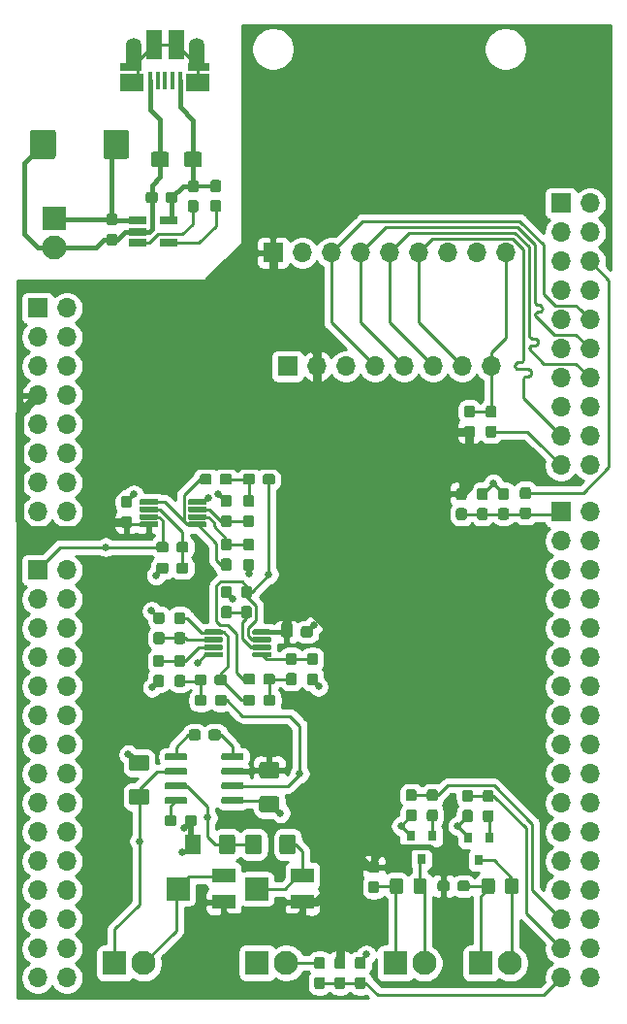
<source format=gtl>
G04 #@! TF.GenerationSoftware,KiCad,Pcbnew,(5.1.5-0)*
G04 #@! TF.CreationDate,2021-06-24T11:38:46-03:00*
G04 #@! TF.ProjectId,pwjsignal,70776a73-6967-46e6-916c-2e6b69636164,rev?*
G04 #@! TF.SameCoordinates,Original*
G04 #@! TF.FileFunction,Copper,L1,Top*
G04 #@! TF.FilePolarity,Positive*
%FSLAX46Y46*%
G04 Gerber Fmt 4.6, Leading zero omitted, Abs format (unit mm)*
G04 Created by KiCad (PCBNEW (5.1.5-0)) date 2021-06-24 11:38:46*
%MOMM*%
%LPD*%
G04 APERTURE LIST*
%ADD10C,0.152400*%
%ADD11R,2.000000X1.300000*%
%ADD12R,2.000000X2.000000*%
%ADD13O,1.700000X1.700000*%
%ADD14R,1.700000X1.700000*%
%ADD15C,2.100000*%
%ADD16R,2.100000X2.100000*%
%ADD17R,1.350000X2.000000*%
%ADD18R,1.825000X0.700000*%
%ADD19R,2.000000X1.500000*%
%ADD20R,0.400000X1.650000*%
%ADD21O,1.100000X1.500000*%
%ADD22O,1.350000X1.700000*%
%ADD23R,1.430000X2.500000*%
%ADD24R,0.800000X0.900000*%
%ADD25R,1.560000X0.650000*%
%ADD26C,0.635000*%
%ADD27C,0.254000*%
%ADD28C,0.400000*%
%ADD29C,0.300000*%
%ADD30C,0.762000*%
%ADD31C,0.500000*%
%ADD32C,1.000000*%
%ADD33C,0.508000*%
G04 APERTURE END LIST*
G04 #@! TA.AperFunction,SMDPad,CuDef*
D10*
G36*
X141473879Y-110270144D02*
G01*
X141496934Y-110273563D01*
X141519543Y-110279227D01*
X141541487Y-110287079D01*
X141562557Y-110297044D01*
X141582548Y-110309026D01*
X141601268Y-110322910D01*
X141618538Y-110338562D01*
X141634190Y-110355832D01*
X141648074Y-110374552D01*
X141660056Y-110394543D01*
X141670021Y-110415613D01*
X141677873Y-110437557D01*
X141683537Y-110460166D01*
X141686956Y-110483221D01*
X141688100Y-110506500D01*
X141688100Y-110981500D01*
X141686956Y-111004779D01*
X141683537Y-111027834D01*
X141677873Y-111050443D01*
X141670021Y-111072387D01*
X141660056Y-111093457D01*
X141648074Y-111113448D01*
X141634190Y-111132168D01*
X141618538Y-111149438D01*
X141601268Y-111165090D01*
X141582548Y-111178974D01*
X141562557Y-111190956D01*
X141541487Y-111200921D01*
X141519543Y-111208773D01*
X141496934Y-111214437D01*
X141473879Y-111217856D01*
X141450600Y-111219000D01*
X140875600Y-111219000D01*
X140852321Y-111217856D01*
X140829266Y-111214437D01*
X140806657Y-111208773D01*
X140784713Y-111200921D01*
X140763643Y-111190956D01*
X140743652Y-111178974D01*
X140724932Y-111165090D01*
X140707662Y-111149438D01*
X140692010Y-111132168D01*
X140678126Y-111113448D01*
X140666144Y-111093457D01*
X140656179Y-111072387D01*
X140648327Y-111050443D01*
X140642663Y-111027834D01*
X140639244Y-111004779D01*
X140638100Y-110981500D01*
X140638100Y-110506500D01*
X140639244Y-110483221D01*
X140642663Y-110460166D01*
X140648327Y-110437557D01*
X140656179Y-110415613D01*
X140666144Y-110394543D01*
X140678126Y-110374552D01*
X140692010Y-110355832D01*
X140707662Y-110338562D01*
X140724932Y-110322910D01*
X140743652Y-110309026D01*
X140763643Y-110297044D01*
X140784713Y-110287079D01*
X140806657Y-110279227D01*
X140829266Y-110273563D01*
X140852321Y-110270144D01*
X140875600Y-110269000D01*
X141450600Y-110269000D01*
X141473879Y-110270144D01*
G37*
G04 #@! TD.AperFunction*
G04 #@! TA.AperFunction,SMDPad,CuDef*
G36*
X143223879Y-110270144D02*
G01*
X143246934Y-110273563D01*
X143269543Y-110279227D01*
X143291487Y-110287079D01*
X143312557Y-110297044D01*
X143332548Y-110309026D01*
X143351268Y-110322910D01*
X143368538Y-110338562D01*
X143384190Y-110355832D01*
X143398074Y-110374552D01*
X143410056Y-110394543D01*
X143420021Y-110415613D01*
X143427873Y-110437557D01*
X143433537Y-110460166D01*
X143436956Y-110483221D01*
X143438100Y-110506500D01*
X143438100Y-110981500D01*
X143436956Y-111004779D01*
X143433537Y-111027834D01*
X143427873Y-111050443D01*
X143420021Y-111072387D01*
X143410056Y-111093457D01*
X143398074Y-111113448D01*
X143384190Y-111132168D01*
X143368538Y-111149438D01*
X143351268Y-111165090D01*
X143332548Y-111178974D01*
X143312557Y-111190956D01*
X143291487Y-111200921D01*
X143269543Y-111208773D01*
X143246934Y-111214437D01*
X143223879Y-111217856D01*
X143200600Y-111219000D01*
X142625600Y-111219000D01*
X142602321Y-111217856D01*
X142579266Y-111214437D01*
X142556657Y-111208773D01*
X142534713Y-111200921D01*
X142513643Y-111190956D01*
X142493652Y-111178974D01*
X142474932Y-111165090D01*
X142457662Y-111149438D01*
X142442010Y-111132168D01*
X142428126Y-111113448D01*
X142416144Y-111093457D01*
X142406179Y-111072387D01*
X142398327Y-111050443D01*
X142392663Y-111027834D01*
X142389244Y-111004779D01*
X142388100Y-110981500D01*
X142388100Y-110506500D01*
X142389244Y-110483221D01*
X142392663Y-110460166D01*
X142398327Y-110437557D01*
X142406179Y-110415613D01*
X142416144Y-110394543D01*
X142428126Y-110374552D01*
X142442010Y-110355832D01*
X142457662Y-110338562D01*
X142474932Y-110322910D01*
X142493652Y-110309026D01*
X142513643Y-110297044D01*
X142534713Y-110287079D01*
X142556657Y-110279227D01*
X142579266Y-110273563D01*
X142602321Y-110270144D01*
X142625600Y-110269000D01*
X143200600Y-110269000D01*
X143223879Y-110270144D01*
G37*
G04 #@! TD.AperFunction*
G04 #@! TA.AperFunction,SMDPad,CuDef*
G36*
X147407403Y-104882122D02*
G01*
X147421964Y-104884282D01*
X147436243Y-104887859D01*
X147450103Y-104892818D01*
X147463410Y-104899112D01*
X147476036Y-104906680D01*
X147487859Y-104915448D01*
X147498766Y-104925334D01*
X147508652Y-104936241D01*
X147517420Y-104948064D01*
X147524988Y-104960690D01*
X147531282Y-104973997D01*
X147536241Y-104987857D01*
X147539818Y-105002136D01*
X147541978Y-105016697D01*
X147542700Y-105031400D01*
X147542700Y-105331400D01*
X147541978Y-105346103D01*
X147539818Y-105360664D01*
X147536241Y-105374943D01*
X147531282Y-105388803D01*
X147524988Y-105402110D01*
X147517420Y-105414736D01*
X147508652Y-105426559D01*
X147498766Y-105437466D01*
X147487859Y-105447352D01*
X147476036Y-105456120D01*
X147463410Y-105463688D01*
X147450103Y-105469982D01*
X147436243Y-105474941D01*
X147421964Y-105478518D01*
X147407403Y-105480678D01*
X147392700Y-105481400D01*
X145742700Y-105481400D01*
X145727997Y-105480678D01*
X145713436Y-105478518D01*
X145699157Y-105474941D01*
X145685297Y-105469982D01*
X145671990Y-105463688D01*
X145659364Y-105456120D01*
X145647541Y-105447352D01*
X145636634Y-105437466D01*
X145626748Y-105426559D01*
X145617980Y-105414736D01*
X145610412Y-105402110D01*
X145604118Y-105388803D01*
X145599159Y-105374943D01*
X145595582Y-105360664D01*
X145593422Y-105346103D01*
X145592700Y-105331400D01*
X145592700Y-105031400D01*
X145593422Y-105016697D01*
X145595582Y-105002136D01*
X145599159Y-104987857D01*
X145604118Y-104973997D01*
X145610412Y-104960690D01*
X145617980Y-104948064D01*
X145626748Y-104936241D01*
X145636634Y-104925334D01*
X145647541Y-104915448D01*
X145659364Y-104906680D01*
X145671990Y-104899112D01*
X145685297Y-104892818D01*
X145699157Y-104887859D01*
X145713436Y-104884282D01*
X145727997Y-104882122D01*
X145742700Y-104881400D01*
X147392700Y-104881400D01*
X147407403Y-104882122D01*
G37*
G04 #@! TD.AperFunction*
G04 #@! TA.AperFunction,SMDPad,CuDef*
G36*
X147407403Y-106152122D02*
G01*
X147421964Y-106154282D01*
X147436243Y-106157859D01*
X147450103Y-106162818D01*
X147463410Y-106169112D01*
X147476036Y-106176680D01*
X147487859Y-106185448D01*
X147498766Y-106195334D01*
X147508652Y-106206241D01*
X147517420Y-106218064D01*
X147524988Y-106230690D01*
X147531282Y-106243997D01*
X147536241Y-106257857D01*
X147539818Y-106272136D01*
X147541978Y-106286697D01*
X147542700Y-106301400D01*
X147542700Y-106601400D01*
X147541978Y-106616103D01*
X147539818Y-106630664D01*
X147536241Y-106644943D01*
X147531282Y-106658803D01*
X147524988Y-106672110D01*
X147517420Y-106684736D01*
X147508652Y-106696559D01*
X147498766Y-106707466D01*
X147487859Y-106717352D01*
X147476036Y-106726120D01*
X147463410Y-106733688D01*
X147450103Y-106739982D01*
X147436243Y-106744941D01*
X147421964Y-106748518D01*
X147407403Y-106750678D01*
X147392700Y-106751400D01*
X145742700Y-106751400D01*
X145727997Y-106750678D01*
X145713436Y-106748518D01*
X145699157Y-106744941D01*
X145685297Y-106739982D01*
X145671990Y-106733688D01*
X145659364Y-106726120D01*
X145647541Y-106717352D01*
X145636634Y-106707466D01*
X145626748Y-106696559D01*
X145617980Y-106684736D01*
X145610412Y-106672110D01*
X145604118Y-106658803D01*
X145599159Y-106644943D01*
X145595582Y-106630664D01*
X145593422Y-106616103D01*
X145592700Y-106601400D01*
X145592700Y-106301400D01*
X145593422Y-106286697D01*
X145595582Y-106272136D01*
X145599159Y-106257857D01*
X145604118Y-106243997D01*
X145610412Y-106230690D01*
X145617980Y-106218064D01*
X145626748Y-106206241D01*
X145636634Y-106195334D01*
X145647541Y-106185448D01*
X145659364Y-106176680D01*
X145671990Y-106169112D01*
X145685297Y-106162818D01*
X145699157Y-106157859D01*
X145713436Y-106154282D01*
X145727997Y-106152122D01*
X145742700Y-106151400D01*
X147392700Y-106151400D01*
X147407403Y-106152122D01*
G37*
G04 #@! TD.AperFunction*
G04 #@! TA.AperFunction,SMDPad,CuDef*
G36*
X147407403Y-107422122D02*
G01*
X147421964Y-107424282D01*
X147436243Y-107427859D01*
X147450103Y-107432818D01*
X147463410Y-107439112D01*
X147476036Y-107446680D01*
X147487859Y-107455448D01*
X147498766Y-107465334D01*
X147508652Y-107476241D01*
X147517420Y-107488064D01*
X147524988Y-107500690D01*
X147531282Y-107513997D01*
X147536241Y-107527857D01*
X147539818Y-107542136D01*
X147541978Y-107556697D01*
X147542700Y-107571400D01*
X147542700Y-107871400D01*
X147541978Y-107886103D01*
X147539818Y-107900664D01*
X147536241Y-107914943D01*
X147531282Y-107928803D01*
X147524988Y-107942110D01*
X147517420Y-107954736D01*
X147508652Y-107966559D01*
X147498766Y-107977466D01*
X147487859Y-107987352D01*
X147476036Y-107996120D01*
X147463410Y-108003688D01*
X147450103Y-108009982D01*
X147436243Y-108014941D01*
X147421964Y-108018518D01*
X147407403Y-108020678D01*
X147392700Y-108021400D01*
X145742700Y-108021400D01*
X145727997Y-108020678D01*
X145713436Y-108018518D01*
X145699157Y-108014941D01*
X145685297Y-108009982D01*
X145671990Y-108003688D01*
X145659364Y-107996120D01*
X145647541Y-107987352D01*
X145636634Y-107977466D01*
X145626748Y-107966559D01*
X145617980Y-107954736D01*
X145610412Y-107942110D01*
X145604118Y-107928803D01*
X145599159Y-107914943D01*
X145595582Y-107900664D01*
X145593422Y-107886103D01*
X145592700Y-107871400D01*
X145592700Y-107571400D01*
X145593422Y-107556697D01*
X145595582Y-107542136D01*
X145599159Y-107527857D01*
X145604118Y-107513997D01*
X145610412Y-107500690D01*
X145617980Y-107488064D01*
X145626748Y-107476241D01*
X145636634Y-107465334D01*
X145647541Y-107455448D01*
X145659364Y-107446680D01*
X145671990Y-107439112D01*
X145685297Y-107432818D01*
X145699157Y-107427859D01*
X145713436Y-107424282D01*
X145727997Y-107422122D01*
X145742700Y-107421400D01*
X147392700Y-107421400D01*
X147407403Y-107422122D01*
G37*
G04 #@! TD.AperFunction*
G04 #@! TA.AperFunction,SMDPad,CuDef*
G36*
X147407403Y-108692122D02*
G01*
X147421964Y-108694282D01*
X147436243Y-108697859D01*
X147450103Y-108702818D01*
X147463410Y-108709112D01*
X147476036Y-108716680D01*
X147487859Y-108725448D01*
X147498766Y-108735334D01*
X147508652Y-108746241D01*
X147517420Y-108758064D01*
X147524988Y-108770690D01*
X147531282Y-108783997D01*
X147536241Y-108797857D01*
X147539818Y-108812136D01*
X147541978Y-108826697D01*
X147542700Y-108841400D01*
X147542700Y-109141400D01*
X147541978Y-109156103D01*
X147539818Y-109170664D01*
X147536241Y-109184943D01*
X147531282Y-109198803D01*
X147524988Y-109212110D01*
X147517420Y-109224736D01*
X147508652Y-109236559D01*
X147498766Y-109247466D01*
X147487859Y-109257352D01*
X147476036Y-109266120D01*
X147463410Y-109273688D01*
X147450103Y-109279982D01*
X147436243Y-109284941D01*
X147421964Y-109288518D01*
X147407403Y-109290678D01*
X147392700Y-109291400D01*
X145742700Y-109291400D01*
X145727997Y-109290678D01*
X145713436Y-109288518D01*
X145699157Y-109284941D01*
X145685297Y-109279982D01*
X145671990Y-109273688D01*
X145659364Y-109266120D01*
X145647541Y-109257352D01*
X145636634Y-109247466D01*
X145626748Y-109236559D01*
X145617980Y-109224736D01*
X145610412Y-109212110D01*
X145604118Y-109198803D01*
X145599159Y-109184943D01*
X145595582Y-109170664D01*
X145593422Y-109156103D01*
X145592700Y-109141400D01*
X145592700Y-108841400D01*
X145593422Y-108826697D01*
X145595582Y-108812136D01*
X145599159Y-108797857D01*
X145604118Y-108783997D01*
X145610412Y-108770690D01*
X145617980Y-108758064D01*
X145626748Y-108746241D01*
X145636634Y-108735334D01*
X145647541Y-108725448D01*
X145659364Y-108716680D01*
X145671990Y-108709112D01*
X145685297Y-108702818D01*
X145699157Y-108697859D01*
X145713436Y-108694282D01*
X145727997Y-108692122D01*
X145742700Y-108691400D01*
X147392700Y-108691400D01*
X147407403Y-108692122D01*
G37*
G04 #@! TD.AperFunction*
G04 #@! TA.AperFunction,SMDPad,CuDef*
G36*
X142457403Y-108692122D02*
G01*
X142471964Y-108694282D01*
X142486243Y-108697859D01*
X142500103Y-108702818D01*
X142513410Y-108709112D01*
X142526036Y-108716680D01*
X142537859Y-108725448D01*
X142548766Y-108735334D01*
X142558652Y-108746241D01*
X142567420Y-108758064D01*
X142574988Y-108770690D01*
X142581282Y-108783997D01*
X142586241Y-108797857D01*
X142589818Y-108812136D01*
X142591978Y-108826697D01*
X142592700Y-108841400D01*
X142592700Y-109141400D01*
X142591978Y-109156103D01*
X142589818Y-109170664D01*
X142586241Y-109184943D01*
X142581282Y-109198803D01*
X142574988Y-109212110D01*
X142567420Y-109224736D01*
X142558652Y-109236559D01*
X142548766Y-109247466D01*
X142537859Y-109257352D01*
X142526036Y-109266120D01*
X142513410Y-109273688D01*
X142500103Y-109279982D01*
X142486243Y-109284941D01*
X142471964Y-109288518D01*
X142457403Y-109290678D01*
X142442700Y-109291400D01*
X140792700Y-109291400D01*
X140777997Y-109290678D01*
X140763436Y-109288518D01*
X140749157Y-109284941D01*
X140735297Y-109279982D01*
X140721990Y-109273688D01*
X140709364Y-109266120D01*
X140697541Y-109257352D01*
X140686634Y-109247466D01*
X140676748Y-109236559D01*
X140667980Y-109224736D01*
X140660412Y-109212110D01*
X140654118Y-109198803D01*
X140649159Y-109184943D01*
X140645582Y-109170664D01*
X140643422Y-109156103D01*
X140642700Y-109141400D01*
X140642700Y-108841400D01*
X140643422Y-108826697D01*
X140645582Y-108812136D01*
X140649159Y-108797857D01*
X140654118Y-108783997D01*
X140660412Y-108770690D01*
X140667980Y-108758064D01*
X140676748Y-108746241D01*
X140686634Y-108735334D01*
X140697541Y-108725448D01*
X140709364Y-108716680D01*
X140721990Y-108709112D01*
X140735297Y-108702818D01*
X140749157Y-108697859D01*
X140763436Y-108694282D01*
X140777997Y-108692122D01*
X140792700Y-108691400D01*
X142442700Y-108691400D01*
X142457403Y-108692122D01*
G37*
G04 #@! TD.AperFunction*
G04 #@! TA.AperFunction,SMDPad,CuDef*
G36*
X142457403Y-107422122D02*
G01*
X142471964Y-107424282D01*
X142486243Y-107427859D01*
X142500103Y-107432818D01*
X142513410Y-107439112D01*
X142526036Y-107446680D01*
X142537859Y-107455448D01*
X142548766Y-107465334D01*
X142558652Y-107476241D01*
X142567420Y-107488064D01*
X142574988Y-107500690D01*
X142581282Y-107513997D01*
X142586241Y-107527857D01*
X142589818Y-107542136D01*
X142591978Y-107556697D01*
X142592700Y-107571400D01*
X142592700Y-107871400D01*
X142591978Y-107886103D01*
X142589818Y-107900664D01*
X142586241Y-107914943D01*
X142581282Y-107928803D01*
X142574988Y-107942110D01*
X142567420Y-107954736D01*
X142558652Y-107966559D01*
X142548766Y-107977466D01*
X142537859Y-107987352D01*
X142526036Y-107996120D01*
X142513410Y-108003688D01*
X142500103Y-108009982D01*
X142486243Y-108014941D01*
X142471964Y-108018518D01*
X142457403Y-108020678D01*
X142442700Y-108021400D01*
X140792700Y-108021400D01*
X140777997Y-108020678D01*
X140763436Y-108018518D01*
X140749157Y-108014941D01*
X140735297Y-108009982D01*
X140721990Y-108003688D01*
X140709364Y-107996120D01*
X140697541Y-107987352D01*
X140686634Y-107977466D01*
X140676748Y-107966559D01*
X140667980Y-107954736D01*
X140660412Y-107942110D01*
X140654118Y-107928803D01*
X140649159Y-107914943D01*
X140645582Y-107900664D01*
X140643422Y-107886103D01*
X140642700Y-107871400D01*
X140642700Y-107571400D01*
X140643422Y-107556697D01*
X140645582Y-107542136D01*
X140649159Y-107527857D01*
X140654118Y-107513997D01*
X140660412Y-107500690D01*
X140667980Y-107488064D01*
X140676748Y-107476241D01*
X140686634Y-107465334D01*
X140697541Y-107455448D01*
X140709364Y-107446680D01*
X140721990Y-107439112D01*
X140735297Y-107432818D01*
X140749157Y-107427859D01*
X140763436Y-107424282D01*
X140777997Y-107422122D01*
X140792700Y-107421400D01*
X142442700Y-107421400D01*
X142457403Y-107422122D01*
G37*
G04 #@! TD.AperFunction*
G04 #@! TA.AperFunction,SMDPad,CuDef*
G36*
X142457403Y-106152122D02*
G01*
X142471964Y-106154282D01*
X142486243Y-106157859D01*
X142500103Y-106162818D01*
X142513410Y-106169112D01*
X142526036Y-106176680D01*
X142537859Y-106185448D01*
X142548766Y-106195334D01*
X142558652Y-106206241D01*
X142567420Y-106218064D01*
X142574988Y-106230690D01*
X142581282Y-106243997D01*
X142586241Y-106257857D01*
X142589818Y-106272136D01*
X142591978Y-106286697D01*
X142592700Y-106301400D01*
X142592700Y-106601400D01*
X142591978Y-106616103D01*
X142589818Y-106630664D01*
X142586241Y-106644943D01*
X142581282Y-106658803D01*
X142574988Y-106672110D01*
X142567420Y-106684736D01*
X142558652Y-106696559D01*
X142548766Y-106707466D01*
X142537859Y-106717352D01*
X142526036Y-106726120D01*
X142513410Y-106733688D01*
X142500103Y-106739982D01*
X142486243Y-106744941D01*
X142471964Y-106748518D01*
X142457403Y-106750678D01*
X142442700Y-106751400D01*
X140792700Y-106751400D01*
X140777997Y-106750678D01*
X140763436Y-106748518D01*
X140749157Y-106744941D01*
X140735297Y-106739982D01*
X140721990Y-106733688D01*
X140709364Y-106726120D01*
X140697541Y-106717352D01*
X140686634Y-106707466D01*
X140676748Y-106696559D01*
X140667980Y-106684736D01*
X140660412Y-106672110D01*
X140654118Y-106658803D01*
X140649159Y-106644943D01*
X140645582Y-106630664D01*
X140643422Y-106616103D01*
X140642700Y-106601400D01*
X140642700Y-106301400D01*
X140643422Y-106286697D01*
X140645582Y-106272136D01*
X140649159Y-106257857D01*
X140654118Y-106243997D01*
X140660412Y-106230690D01*
X140667980Y-106218064D01*
X140676748Y-106206241D01*
X140686634Y-106195334D01*
X140697541Y-106185448D01*
X140709364Y-106176680D01*
X140721990Y-106169112D01*
X140735297Y-106162818D01*
X140749157Y-106157859D01*
X140763436Y-106154282D01*
X140777997Y-106152122D01*
X140792700Y-106151400D01*
X142442700Y-106151400D01*
X142457403Y-106152122D01*
G37*
G04 #@! TD.AperFunction*
G04 #@! TA.AperFunction,SMDPad,CuDef*
G36*
X142457403Y-104882122D02*
G01*
X142471964Y-104884282D01*
X142486243Y-104887859D01*
X142500103Y-104892818D01*
X142513410Y-104899112D01*
X142526036Y-104906680D01*
X142537859Y-104915448D01*
X142548766Y-104925334D01*
X142558652Y-104936241D01*
X142567420Y-104948064D01*
X142574988Y-104960690D01*
X142581282Y-104973997D01*
X142586241Y-104987857D01*
X142589818Y-105002136D01*
X142591978Y-105016697D01*
X142592700Y-105031400D01*
X142592700Y-105331400D01*
X142591978Y-105346103D01*
X142589818Y-105360664D01*
X142586241Y-105374943D01*
X142581282Y-105388803D01*
X142574988Y-105402110D01*
X142567420Y-105414736D01*
X142558652Y-105426559D01*
X142548766Y-105437466D01*
X142537859Y-105447352D01*
X142526036Y-105456120D01*
X142513410Y-105463688D01*
X142500103Y-105469982D01*
X142486243Y-105474941D01*
X142471964Y-105478518D01*
X142457403Y-105480678D01*
X142442700Y-105481400D01*
X140792700Y-105481400D01*
X140777997Y-105480678D01*
X140763436Y-105478518D01*
X140749157Y-105474941D01*
X140735297Y-105469982D01*
X140721990Y-105463688D01*
X140709364Y-105456120D01*
X140697541Y-105447352D01*
X140686634Y-105437466D01*
X140676748Y-105426559D01*
X140667980Y-105414736D01*
X140660412Y-105402110D01*
X140654118Y-105388803D01*
X140649159Y-105374943D01*
X140645582Y-105360664D01*
X140643422Y-105346103D01*
X140642700Y-105331400D01*
X140642700Y-105031400D01*
X140643422Y-105016697D01*
X140645582Y-105002136D01*
X140649159Y-104987857D01*
X140654118Y-104973997D01*
X140660412Y-104960690D01*
X140667980Y-104948064D01*
X140676748Y-104936241D01*
X140686634Y-104925334D01*
X140697541Y-104915448D01*
X140709364Y-104906680D01*
X140721990Y-104899112D01*
X140735297Y-104892818D01*
X140749157Y-104887859D01*
X140763436Y-104884282D01*
X140777997Y-104882122D01*
X140792700Y-104881400D01*
X142442700Y-104881400D01*
X142457403Y-104882122D01*
G37*
G04 #@! TD.AperFunction*
D11*
X152672800Y-117850300D03*
D12*
X148672800Y-116700300D03*
D11*
X152672800Y-115550300D03*
G04 #@! TA.AperFunction,SMDPad,CuDef*
D10*
G36*
X143569379Y-102789844D02*
G01*
X143592434Y-102793263D01*
X143615043Y-102798927D01*
X143636987Y-102806779D01*
X143658057Y-102816744D01*
X143678048Y-102828726D01*
X143696768Y-102842610D01*
X143714038Y-102858262D01*
X143729690Y-102875532D01*
X143743574Y-102894252D01*
X143755556Y-102914243D01*
X143765521Y-102935313D01*
X143773373Y-102957257D01*
X143779037Y-102979866D01*
X143782456Y-103002921D01*
X143783600Y-103026200D01*
X143783600Y-103501200D01*
X143782456Y-103524479D01*
X143779037Y-103547534D01*
X143773373Y-103570143D01*
X143765521Y-103592087D01*
X143755556Y-103613157D01*
X143743574Y-103633148D01*
X143729690Y-103651868D01*
X143714038Y-103669138D01*
X143696768Y-103684790D01*
X143678048Y-103698674D01*
X143658057Y-103710656D01*
X143636987Y-103720621D01*
X143615043Y-103728473D01*
X143592434Y-103734137D01*
X143569379Y-103737556D01*
X143546100Y-103738700D01*
X142971100Y-103738700D01*
X142947821Y-103737556D01*
X142924766Y-103734137D01*
X142902157Y-103728473D01*
X142880213Y-103720621D01*
X142859143Y-103710656D01*
X142839152Y-103698674D01*
X142820432Y-103684790D01*
X142803162Y-103669138D01*
X142787510Y-103651868D01*
X142773626Y-103633148D01*
X142761644Y-103613157D01*
X142751679Y-103592087D01*
X142743827Y-103570143D01*
X142738163Y-103547534D01*
X142734744Y-103524479D01*
X142733600Y-103501200D01*
X142733600Y-103026200D01*
X142734744Y-103002921D01*
X142738163Y-102979866D01*
X142743827Y-102957257D01*
X142751679Y-102935313D01*
X142761644Y-102914243D01*
X142773626Y-102894252D01*
X142787510Y-102875532D01*
X142803162Y-102858262D01*
X142820432Y-102842610D01*
X142839152Y-102828726D01*
X142859143Y-102816744D01*
X142880213Y-102806779D01*
X142902157Y-102798927D01*
X142924766Y-102793263D01*
X142947821Y-102789844D01*
X142971100Y-102788700D01*
X143546100Y-102788700D01*
X143569379Y-102789844D01*
G37*
G04 #@! TD.AperFunction*
G04 #@! TA.AperFunction,SMDPad,CuDef*
G36*
X145319379Y-102789844D02*
G01*
X145342434Y-102793263D01*
X145365043Y-102798927D01*
X145386987Y-102806779D01*
X145408057Y-102816744D01*
X145428048Y-102828726D01*
X145446768Y-102842610D01*
X145464038Y-102858262D01*
X145479690Y-102875532D01*
X145493574Y-102894252D01*
X145505556Y-102914243D01*
X145515521Y-102935313D01*
X145523373Y-102957257D01*
X145529037Y-102979866D01*
X145532456Y-103002921D01*
X145533600Y-103026200D01*
X145533600Y-103501200D01*
X145532456Y-103524479D01*
X145529037Y-103547534D01*
X145523373Y-103570143D01*
X145515521Y-103592087D01*
X145505556Y-103613157D01*
X145493574Y-103633148D01*
X145479690Y-103651868D01*
X145464038Y-103669138D01*
X145446768Y-103684790D01*
X145428048Y-103698674D01*
X145408057Y-103710656D01*
X145386987Y-103720621D01*
X145365043Y-103728473D01*
X145342434Y-103734137D01*
X145319379Y-103737556D01*
X145296100Y-103738700D01*
X144721100Y-103738700D01*
X144697821Y-103737556D01*
X144674766Y-103734137D01*
X144652157Y-103728473D01*
X144630213Y-103720621D01*
X144609143Y-103710656D01*
X144589152Y-103698674D01*
X144570432Y-103684790D01*
X144553162Y-103669138D01*
X144537510Y-103651868D01*
X144523626Y-103633148D01*
X144511644Y-103613157D01*
X144501679Y-103592087D01*
X144493827Y-103570143D01*
X144488163Y-103547534D01*
X144484744Y-103524479D01*
X144483600Y-103501200D01*
X144483600Y-103026200D01*
X144484744Y-103002921D01*
X144488163Y-102979866D01*
X144493827Y-102957257D01*
X144501679Y-102935313D01*
X144511644Y-102914243D01*
X144523626Y-102894252D01*
X144537510Y-102875532D01*
X144553162Y-102858262D01*
X144570432Y-102842610D01*
X144589152Y-102828726D01*
X144609143Y-102816744D01*
X144630213Y-102806779D01*
X144652157Y-102798927D01*
X144674766Y-102793263D01*
X144697821Y-102789844D01*
X144721100Y-102788700D01*
X145296100Y-102788700D01*
X145319379Y-102789844D01*
G37*
G04 #@! TD.AperFunction*
G04 #@! TA.AperFunction,SMDPad,CuDef*
G36*
X150420604Y-105636904D02*
G01*
X150444873Y-105640504D01*
X150468671Y-105646465D01*
X150491771Y-105654730D01*
X150513949Y-105665220D01*
X150534993Y-105677833D01*
X150554698Y-105692447D01*
X150572877Y-105708923D01*
X150589353Y-105727102D01*
X150603967Y-105746807D01*
X150616580Y-105767851D01*
X150627070Y-105790029D01*
X150635335Y-105813129D01*
X150641296Y-105836927D01*
X150644896Y-105861196D01*
X150646100Y-105885700D01*
X150646100Y-106810700D01*
X150644896Y-106835204D01*
X150641296Y-106859473D01*
X150635335Y-106883271D01*
X150627070Y-106906371D01*
X150616580Y-106928549D01*
X150603967Y-106949593D01*
X150589353Y-106969298D01*
X150572877Y-106987477D01*
X150554698Y-107003953D01*
X150534993Y-107018567D01*
X150513949Y-107031180D01*
X150491771Y-107041670D01*
X150468671Y-107049935D01*
X150444873Y-107055896D01*
X150420604Y-107059496D01*
X150396100Y-107060700D01*
X149146100Y-107060700D01*
X149121596Y-107059496D01*
X149097327Y-107055896D01*
X149073529Y-107049935D01*
X149050429Y-107041670D01*
X149028251Y-107031180D01*
X149007207Y-107018567D01*
X148987502Y-107003953D01*
X148969323Y-106987477D01*
X148952847Y-106969298D01*
X148938233Y-106949593D01*
X148925620Y-106928549D01*
X148915130Y-106906371D01*
X148906865Y-106883271D01*
X148900904Y-106859473D01*
X148897304Y-106835204D01*
X148896100Y-106810700D01*
X148896100Y-105885700D01*
X148897304Y-105861196D01*
X148900904Y-105836927D01*
X148906865Y-105813129D01*
X148915130Y-105790029D01*
X148925620Y-105767851D01*
X148938233Y-105746807D01*
X148952847Y-105727102D01*
X148969323Y-105708923D01*
X148987502Y-105692447D01*
X149007207Y-105677833D01*
X149028251Y-105665220D01*
X149050429Y-105654730D01*
X149073529Y-105646465D01*
X149097327Y-105640504D01*
X149121596Y-105636904D01*
X149146100Y-105635700D01*
X150396100Y-105635700D01*
X150420604Y-105636904D01*
G37*
G04 #@! TD.AperFunction*
G04 #@! TA.AperFunction,SMDPad,CuDef*
G36*
X150420604Y-108611904D02*
G01*
X150444873Y-108615504D01*
X150468671Y-108621465D01*
X150491771Y-108629730D01*
X150513949Y-108640220D01*
X150534993Y-108652833D01*
X150554698Y-108667447D01*
X150572877Y-108683923D01*
X150589353Y-108702102D01*
X150603967Y-108721807D01*
X150616580Y-108742851D01*
X150627070Y-108765029D01*
X150635335Y-108788129D01*
X150641296Y-108811927D01*
X150644896Y-108836196D01*
X150646100Y-108860700D01*
X150646100Y-109785700D01*
X150644896Y-109810204D01*
X150641296Y-109834473D01*
X150635335Y-109858271D01*
X150627070Y-109881371D01*
X150616580Y-109903549D01*
X150603967Y-109924593D01*
X150589353Y-109944298D01*
X150572877Y-109962477D01*
X150554698Y-109978953D01*
X150534993Y-109993567D01*
X150513949Y-110006180D01*
X150491771Y-110016670D01*
X150468671Y-110024935D01*
X150444873Y-110030896D01*
X150420604Y-110034496D01*
X150396100Y-110035700D01*
X149146100Y-110035700D01*
X149121596Y-110034496D01*
X149097327Y-110030896D01*
X149073529Y-110024935D01*
X149050429Y-110016670D01*
X149028251Y-110006180D01*
X149007207Y-109993567D01*
X148987502Y-109978953D01*
X148969323Y-109962477D01*
X148952847Y-109944298D01*
X148938233Y-109924593D01*
X148925620Y-109903549D01*
X148915130Y-109881371D01*
X148906865Y-109858271D01*
X148900904Y-109834473D01*
X148897304Y-109810204D01*
X148896100Y-109785700D01*
X148896100Y-108860700D01*
X148897304Y-108836196D01*
X148900904Y-108811927D01*
X148906865Y-108788129D01*
X148915130Y-108765029D01*
X148925620Y-108742851D01*
X148938233Y-108721807D01*
X148952847Y-108702102D01*
X148969323Y-108683923D01*
X148987502Y-108667447D01*
X149007207Y-108652833D01*
X149028251Y-108640220D01*
X149050429Y-108629730D01*
X149073529Y-108621465D01*
X149097327Y-108615504D01*
X149121596Y-108611904D01*
X149146100Y-108610700D01*
X150396100Y-108610700D01*
X150420604Y-108611904D01*
G37*
G04 #@! TD.AperFunction*
D13*
X161544000Y-71120000D03*
X159004000Y-71120000D03*
X164084000Y-71120000D03*
X153924000Y-71120000D03*
X169164000Y-71120000D03*
X156464000Y-71120000D03*
D14*
X151384000Y-71120000D03*
D13*
X166624000Y-71120000D03*
D15*
X151257000Y-123164600D03*
D16*
X148717000Y-123164600D03*
D15*
X163322000Y-123190000D03*
D16*
X160782000Y-123190000D03*
G04 #@! TA.AperFunction,SMDPad,CuDef*
D10*
G36*
X150055179Y-80501344D02*
G01*
X150078234Y-80504763D01*
X150100843Y-80510427D01*
X150122787Y-80518279D01*
X150143857Y-80528244D01*
X150163848Y-80540226D01*
X150182568Y-80554110D01*
X150199838Y-80569762D01*
X150215490Y-80587032D01*
X150229374Y-80605752D01*
X150241356Y-80625743D01*
X150251321Y-80646813D01*
X150259173Y-80668757D01*
X150264837Y-80691366D01*
X150268256Y-80714421D01*
X150269400Y-80737700D01*
X150269400Y-81212700D01*
X150268256Y-81235979D01*
X150264837Y-81259034D01*
X150259173Y-81281643D01*
X150251321Y-81303587D01*
X150241356Y-81324657D01*
X150229374Y-81344648D01*
X150215490Y-81363368D01*
X150199838Y-81380638D01*
X150182568Y-81396290D01*
X150163848Y-81410174D01*
X150143857Y-81422156D01*
X150122787Y-81432121D01*
X150100843Y-81439973D01*
X150078234Y-81445637D01*
X150055179Y-81449056D01*
X150031900Y-81450200D01*
X149456900Y-81450200D01*
X149433621Y-81449056D01*
X149410566Y-81445637D01*
X149387957Y-81439973D01*
X149366013Y-81432121D01*
X149344943Y-81422156D01*
X149324952Y-81410174D01*
X149306232Y-81396290D01*
X149288962Y-81380638D01*
X149273310Y-81363368D01*
X149259426Y-81344648D01*
X149247444Y-81324657D01*
X149237479Y-81303587D01*
X149229627Y-81281643D01*
X149223963Y-81259034D01*
X149220544Y-81235979D01*
X149219400Y-81212700D01*
X149219400Y-80737700D01*
X149220544Y-80714421D01*
X149223963Y-80691366D01*
X149229627Y-80668757D01*
X149237479Y-80646813D01*
X149247444Y-80625743D01*
X149259426Y-80605752D01*
X149273310Y-80587032D01*
X149288962Y-80569762D01*
X149306232Y-80554110D01*
X149324952Y-80540226D01*
X149344943Y-80528244D01*
X149366013Y-80518279D01*
X149387957Y-80510427D01*
X149410566Y-80504763D01*
X149433621Y-80501344D01*
X149456900Y-80500200D01*
X150031900Y-80500200D01*
X150055179Y-80501344D01*
G37*
G04 #@! TD.AperFunction*
G04 #@! TA.AperFunction,SMDPad,CuDef*
G36*
X148305179Y-80501344D02*
G01*
X148328234Y-80504763D01*
X148350843Y-80510427D01*
X148372787Y-80518279D01*
X148393857Y-80528244D01*
X148413848Y-80540226D01*
X148432568Y-80554110D01*
X148449838Y-80569762D01*
X148465490Y-80587032D01*
X148479374Y-80605752D01*
X148491356Y-80625743D01*
X148501321Y-80646813D01*
X148509173Y-80668757D01*
X148514837Y-80691366D01*
X148518256Y-80714421D01*
X148519400Y-80737700D01*
X148519400Y-81212700D01*
X148518256Y-81235979D01*
X148514837Y-81259034D01*
X148509173Y-81281643D01*
X148501321Y-81303587D01*
X148491356Y-81324657D01*
X148479374Y-81344648D01*
X148465490Y-81363368D01*
X148449838Y-81380638D01*
X148432568Y-81396290D01*
X148413848Y-81410174D01*
X148393857Y-81422156D01*
X148372787Y-81432121D01*
X148350843Y-81439973D01*
X148328234Y-81445637D01*
X148305179Y-81449056D01*
X148281900Y-81450200D01*
X147706900Y-81450200D01*
X147683621Y-81449056D01*
X147660566Y-81445637D01*
X147637957Y-81439973D01*
X147616013Y-81432121D01*
X147594943Y-81422156D01*
X147574952Y-81410174D01*
X147556232Y-81396290D01*
X147538962Y-81380638D01*
X147523310Y-81363368D01*
X147509426Y-81344648D01*
X147497444Y-81324657D01*
X147487479Y-81303587D01*
X147479627Y-81281643D01*
X147473963Y-81259034D01*
X147470544Y-81235979D01*
X147469400Y-81212700D01*
X147469400Y-80737700D01*
X147470544Y-80714421D01*
X147473963Y-80691366D01*
X147479627Y-80668757D01*
X147487479Y-80646813D01*
X147497444Y-80625743D01*
X147509426Y-80605752D01*
X147523310Y-80587032D01*
X147538962Y-80569762D01*
X147556232Y-80554110D01*
X147574952Y-80540226D01*
X147594943Y-80528244D01*
X147616013Y-80518279D01*
X147637957Y-80510427D01*
X147660566Y-80504763D01*
X147683621Y-80501344D01*
X147706900Y-80500200D01*
X148281900Y-80500200D01*
X148305179Y-80501344D01*
G37*
G04 #@! TD.AperFunction*
G04 #@! TA.AperFunction,SMDPad,CuDef*
G36*
X140749979Y-86419544D02*
G01*
X140773034Y-86422963D01*
X140795643Y-86428627D01*
X140817587Y-86436479D01*
X140838657Y-86446444D01*
X140858648Y-86458426D01*
X140877368Y-86472310D01*
X140894638Y-86487962D01*
X140910290Y-86505232D01*
X140924174Y-86523952D01*
X140936156Y-86543943D01*
X140946121Y-86565013D01*
X140953973Y-86586957D01*
X140959637Y-86609566D01*
X140963056Y-86632621D01*
X140964200Y-86655900D01*
X140964200Y-87130900D01*
X140963056Y-87154179D01*
X140959637Y-87177234D01*
X140953973Y-87199843D01*
X140946121Y-87221787D01*
X140936156Y-87242857D01*
X140924174Y-87262848D01*
X140910290Y-87281568D01*
X140894638Y-87298838D01*
X140877368Y-87314490D01*
X140858648Y-87328374D01*
X140838657Y-87340356D01*
X140817587Y-87350321D01*
X140795643Y-87358173D01*
X140773034Y-87363837D01*
X140749979Y-87367256D01*
X140726700Y-87368400D01*
X140151700Y-87368400D01*
X140128421Y-87367256D01*
X140105366Y-87363837D01*
X140082757Y-87358173D01*
X140060813Y-87350321D01*
X140039743Y-87340356D01*
X140019752Y-87328374D01*
X140001032Y-87314490D01*
X139983762Y-87298838D01*
X139968110Y-87281568D01*
X139954226Y-87262848D01*
X139942244Y-87242857D01*
X139932279Y-87221787D01*
X139924427Y-87199843D01*
X139918763Y-87177234D01*
X139915344Y-87154179D01*
X139914200Y-87130900D01*
X139914200Y-86655900D01*
X139915344Y-86632621D01*
X139918763Y-86609566D01*
X139924427Y-86586957D01*
X139932279Y-86565013D01*
X139942244Y-86543943D01*
X139954226Y-86523952D01*
X139968110Y-86505232D01*
X139983762Y-86487962D01*
X140001032Y-86472310D01*
X140019752Y-86458426D01*
X140039743Y-86446444D01*
X140060813Y-86436479D01*
X140082757Y-86428627D01*
X140105366Y-86422963D01*
X140128421Y-86419544D01*
X140151700Y-86418400D01*
X140726700Y-86418400D01*
X140749979Y-86419544D01*
G37*
G04 #@! TD.AperFunction*
G04 #@! TA.AperFunction,SMDPad,CuDef*
G36*
X142499979Y-86419544D02*
G01*
X142523034Y-86422963D01*
X142545643Y-86428627D01*
X142567587Y-86436479D01*
X142588657Y-86446444D01*
X142608648Y-86458426D01*
X142627368Y-86472310D01*
X142644638Y-86487962D01*
X142660290Y-86505232D01*
X142674174Y-86523952D01*
X142686156Y-86543943D01*
X142696121Y-86565013D01*
X142703973Y-86586957D01*
X142709637Y-86609566D01*
X142713056Y-86632621D01*
X142714200Y-86655900D01*
X142714200Y-87130900D01*
X142713056Y-87154179D01*
X142709637Y-87177234D01*
X142703973Y-87199843D01*
X142696121Y-87221787D01*
X142686156Y-87242857D01*
X142674174Y-87262848D01*
X142660290Y-87281568D01*
X142644638Y-87298838D01*
X142627368Y-87314490D01*
X142608648Y-87328374D01*
X142588657Y-87340356D01*
X142567587Y-87350321D01*
X142545643Y-87358173D01*
X142523034Y-87363837D01*
X142499979Y-87367256D01*
X142476700Y-87368400D01*
X141901700Y-87368400D01*
X141878421Y-87367256D01*
X141855366Y-87363837D01*
X141832757Y-87358173D01*
X141810813Y-87350321D01*
X141789743Y-87340356D01*
X141769752Y-87328374D01*
X141751032Y-87314490D01*
X141733762Y-87298838D01*
X141718110Y-87281568D01*
X141704226Y-87262848D01*
X141692244Y-87242857D01*
X141682279Y-87221787D01*
X141674427Y-87199843D01*
X141668763Y-87177234D01*
X141665344Y-87154179D01*
X141664200Y-87130900D01*
X141664200Y-86655900D01*
X141665344Y-86632621D01*
X141668763Y-86609566D01*
X141674427Y-86586957D01*
X141682279Y-86565013D01*
X141692244Y-86543943D01*
X141704226Y-86523952D01*
X141718110Y-86505232D01*
X141733762Y-86487962D01*
X141751032Y-86472310D01*
X141769752Y-86458426D01*
X141789743Y-86446444D01*
X141810813Y-86436479D01*
X141832757Y-86428627D01*
X141855366Y-86422963D01*
X141878421Y-86419544D01*
X141901700Y-86418400D01*
X142476700Y-86418400D01*
X142499979Y-86419544D01*
G37*
G04 #@! TD.AperFunction*
G04 #@! TA.AperFunction,SMDPad,CuDef*
G36*
X144188652Y-84659902D02*
G01*
X144200786Y-84661702D01*
X144212686Y-84664682D01*
X144224235Y-84668815D01*
X144235325Y-84674060D01*
X144245846Y-84680366D01*
X144255699Y-84687674D01*
X144264788Y-84695912D01*
X144273026Y-84705001D01*
X144280334Y-84714854D01*
X144286640Y-84725375D01*
X144291885Y-84736465D01*
X144296018Y-84748014D01*
X144298998Y-84759914D01*
X144300798Y-84772048D01*
X144301400Y-84784300D01*
X144301400Y-85034300D01*
X144300798Y-85046552D01*
X144298998Y-85058686D01*
X144296018Y-85070586D01*
X144291885Y-85082135D01*
X144286640Y-85093225D01*
X144280334Y-85103746D01*
X144273026Y-85113599D01*
X144264788Y-85122688D01*
X144255699Y-85130926D01*
X144245846Y-85138234D01*
X144235325Y-85144540D01*
X144224235Y-85149785D01*
X144212686Y-85153918D01*
X144200786Y-85156898D01*
X144188652Y-85158698D01*
X144176400Y-85159300D01*
X142801400Y-85159300D01*
X142789148Y-85158698D01*
X142777014Y-85156898D01*
X142765114Y-85153918D01*
X142753565Y-85149785D01*
X142742475Y-85144540D01*
X142731954Y-85138234D01*
X142722101Y-85130926D01*
X142713012Y-85122688D01*
X142704774Y-85113599D01*
X142697466Y-85103746D01*
X142691160Y-85093225D01*
X142685915Y-85082135D01*
X142681782Y-85070586D01*
X142678802Y-85058686D01*
X142677002Y-85046552D01*
X142676400Y-85034300D01*
X142676400Y-84784300D01*
X142677002Y-84772048D01*
X142678802Y-84759914D01*
X142681782Y-84748014D01*
X142685915Y-84736465D01*
X142691160Y-84725375D01*
X142697466Y-84714854D01*
X142704774Y-84705001D01*
X142713012Y-84695912D01*
X142722101Y-84687674D01*
X142731954Y-84680366D01*
X142742475Y-84674060D01*
X142753565Y-84668815D01*
X142765114Y-84664682D01*
X142777014Y-84661702D01*
X142789148Y-84659902D01*
X142801400Y-84659300D01*
X144176400Y-84659300D01*
X144188652Y-84659902D01*
G37*
G04 #@! TD.AperFunction*
G04 #@! TA.AperFunction,SMDPad,CuDef*
G36*
X144188652Y-84009902D02*
G01*
X144200786Y-84011702D01*
X144212686Y-84014682D01*
X144224235Y-84018815D01*
X144235325Y-84024060D01*
X144245846Y-84030366D01*
X144255699Y-84037674D01*
X144264788Y-84045912D01*
X144273026Y-84055001D01*
X144280334Y-84064854D01*
X144286640Y-84075375D01*
X144291885Y-84086465D01*
X144296018Y-84098014D01*
X144298998Y-84109914D01*
X144300798Y-84122048D01*
X144301400Y-84134300D01*
X144301400Y-84384300D01*
X144300798Y-84396552D01*
X144298998Y-84408686D01*
X144296018Y-84420586D01*
X144291885Y-84432135D01*
X144286640Y-84443225D01*
X144280334Y-84453746D01*
X144273026Y-84463599D01*
X144264788Y-84472688D01*
X144255699Y-84480926D01*
X144245846Y-84488234D01*
X144235325Y-84494540D01*
X144224235Y-84499785D01*
X144212686Y-84503918D01*
X144200786Y-84506898D01*
X144188652Y-84508698D01*
X144176400Y-84509300D01*
X142801400Y-84509300D01*
X142789148Y-84508698D01*
X142777014Y-84506898D01*
X142765114Y-84503918D01*
X142753565Y-84499785D01*
X142742475Y-84494540D01*
X142731954Y-84488234D01*
X142722101Y-84480926D01*
X142713012Y-84472688D01*
X142704774Y-84463599D01*
X142697466Y-84453746D01*
X142691160Y-84443225D01*
X142685915Y-84432135D01*
X142681782Y-84420586D01*
X142678802Y-84408686D01*
X142677002Y-84396552D01*
X142676400Y-84384300D01*
X142676400Y-84134300D01*
X142677002Y-84122048D01*
X142678802Y-84109914D01*
X142681782Y-84098014D01*
X142685915Y-84086465D01*
X142691160Y-84075375D01*
X142697466Y-84064854D01*
X142704774Y-84055001D01*
X142713012Y-84045912D01*
X142722101Y-84037674D01*
X142731954Y-84030366D01*
X142742475Y-84024060D01*
X142753565Y-84018815D01*
X142765114Y-84014682D01*
X142777014Y-84011702D01*
X142789148Y-84009902D01*
X142801400Y-84009300D01*
X144176400Y-84009300D01*
X144188652Y-84009902D01*
G37*
G04 #@! TD.AperFunction*
G04 #@! TA.AperFunction,SMDPad,CuDef*
G36*
X144188652Y-83359902D02*
G01*
X144200786Y-83361702D01*
X144212686Y-83364682D01*
X144224235Y-83368815D01*
X144235325Y-83374060D01*
X144245846Y-83380366D01*
X144255699Y-83387674D01*
X144264788Y-83395912D01*
X144273026Y-83405001D01*
X144280334Y-83414854D01*
X144286640Y-83425375D01*
X144291885Y-83436465D01*
X144296018Y-83448014D01*
X144298998Y-83459914D01*
X144300798Y-83472048D01*
X144301400Y-83484300D01*
X144301400Y-83734300D01*
X144300798Y-83746552D01*
X144298998Y-83758686D01*
X144296018Y-83770586D01*
X144291885Y-83782135D01*
X144286640Y-83793225D01*
X144280334Y-83803746D01*
X144273026Y-83813599D01*
X144264788Y-83822688D01*
X144255699Y-83830926D01*
X144245846Y-83838234D01*
X144235325Y-83844540D01*
X144224235Y-83849785D01*
X144212686Y-83853918D01*
X144200786Y-83856898D01*
X144188652Y-83858698D01*
X144176400Y-83859300D01*
X142801400Y-83859300D01*
X142789148Y-83858698D01*
X142777014Y-83856898D01*
X142765114Y-83853918D01*
X142753565Y-83849785D01*
X142742475Y-83844540D01*
X142731954Y-83838234D01*
X142722101Y-83830926D01*
X142713012Y-83822688D01*
X142704774Y-83813599D01*
X142697466Y-83803746D01*
X142691160Y-83793225D01*
X142685915Y-83782135D01*
X142681782Y-83770586D01*
X142678802Y-83758686D01*
X142677002Y-83746552D01*
X142676400Y-83734300D01*
X142676400Y-83484300D01*
X142677002Y-83472048D01*
X142678802Y-83459914D01*
X142681782Y-83448014D01*
X142685915Y-83436465D01*
X142691160Y-83425375D01*
X142697466Y-83414854D01*
X142704774Y-83405001D01*
X142713012Y-83395912D01*
X142722101Y-83387674D01*
X142731954Y-83380366D01*
X142742475Y-83374060D01*
X142753565Y-83368815D01*
X142765114Y-83364682D01*
X142777014Y-83361702D01*
X142789148Y-83359902D01*
X142801400Y-83359300D01*
X144176400Y-83359300D01*
X144188652Y-83359902D01*
G37*
G04 #@! TD.AperFunction*
G04 #@! TA.AperFunction,SMDPad,CuDef*
G36*
X144188652Y-82709902D02*
G01*
X144200786Y-82711702D01*
X144212686Y-82714682D01*
X144224235Y-82718815D01*
X144235325Y-82724060D01*
X144245846Y-82730366D01*
X144255699Y-82737674D01*
X144264788Y-82745912D01*
X144273026Y-82755001D01*
X144280334Y-82764854D01*
X144286640Y-82775375D01*
X144291885Y-82786465D01*
X144296018Y-82798014D01*
X144298998Y-82809914D01*
X144300798Y-82822048D01*
X144301400Y-82834300D01*
X144301400Y-83084300D01*
X144300798Y-83096552D01*
X144298998Y-83108686D01*
X144296018Y-83120586D01*
X144291885Y-83132135D01*
X144286640Y-83143225D01*
X144280334Y-83153746D01*
X144273026Y-83163599D01*
X144264788Y-83172688D01*
X144255699Y-83180926D01*
X144245846Y-83188234D01*
X144235325Y-83194540D01*
X144224235Y-83199785D01*
X144212686Y-83203918D01*
X144200786Y-83206898D01*
X144188652Y-83208698D01*
X144176400Y-83209300D01*
X142801400Y-83209300D01*
X142789148Y-83208698D01*
X142777014Y-83206898D01*
X142765114Y-83203918D01*
X142753565Y-83199785D01*
X142742475Y-83194540D01*
X142731954Y-83188234D01*
X142722101Y-83180926D01*
X142713012Y-83172688D01*
X142704774Y-83163599D01*
X142697466Y-83153746D01*
X142691160Y-83143225D01*
X142685915Y-83132135D01*
X142681782Y-83120586D01*
X142678802Y-83108686D01*
X142677002Y-83096552D01*
X142676400Y-83084300D01*
X142676400Y-82834300D01*
X142677002Y-82822048D01*
X142678802Y-82809914D01*
X142681782Y-82798014D01*
X142685915Y-82786465D01*
X142691160Y-82775375D01*
X142697466Y-82764854D01*
X142704774Y-82755001D01*
X142713012Y-82745912D01*
X142722101Y-82737674D01*
X142731954Y-82730366D01*
X142742475Y-82724060D01*
X142753565Y-82718815D01*
X142765114Y-82714682D01*
X142777014Y-82711702D01*
X142789148Y-82709902D01*
X142801400Y-82709300D01*
X144176400Y-82709300D01*
X144188652Y-82709902D01*
G37*
G04 #@! TD.AperFunction*
G04 #@! TA.AperFunction,SMDPad,CuDef*
G36*
X139963652Y-82709902D02*
G01*
X139975786Y-82711702D01*
X139987686Y-82714682D01*
X139999235Y-82718815D01*
X140010325Y-82724060D01*
X140020846Y-82730366D01*
X140030699Y-82737674D01*
X140039788Y-82745912D01*
X140048026Y-82755001D01*
X140055334Y-82764854D01*
X140061640Y-82775375D01*
X140066885Y-82786465D01*
X140071018Y-82798014D01*
X140073998Y-82809914D01*
X140075798Y-82822048D01*
X140076400Y-82834300D01*
X140076400Y-83084300D01*
X140075798Y-83096552D01*
X140073998Y-83108686D01*
X140071018Y-83120586D01*
X140066885Y-83132135D01*
X140061640Y-83143225D01*
X140055334Y-83153746D01*
X140048026Y-83163599D01*
X140039788Y-83172688D01*
X140030699Y-83180926D01*
X140020846Y-83188234D01*
X140010325Y-83194540D01*
X139999235Y-83199785D01*
X139987686Y-83203918D01*
X139975786Y-83206898D01*
X139963652Y-83208698D01*
X139951400Y-83209300D01*
X138576400Y-83209300D01*
X138564148Y-83208698D01*
X138552014Y-83206898D01*
X138540114Y-83203918D01*
X138528565Y-83199785D01*
X138517475Y-83194540D01*
X138506954Y-83188234D01*
X138497101Y-83180926D01*
X138488012Y-83172688D01*
X138479774Y-83163599D01*
X138472466Y-83153746D01*
X138466160Y-83143225D01*
X138460915Y-83132135D01*
X138456782Y-83120586D01*
X138453802Y-83108686D01*
X138452002Y-83096552D01*
X138451400Y-83084300D01*
X138451400Y-82834300D01*
X138452002Y-82822048D01*
X138453802Y-82809914D01*
X138456782Y-82798014D01*
X138460915Y-82786465D01*
X138466160Y-82775375D01*
X138472466Y-82764854D01*
X138479774Y-82755001D01*
X138488012Y-82745912D01*
X138497101Y-82737674D01*
X138506954Y-82730366D01*
X138517475Y-82724060D01*
X138528565Y-82718815D01*
X138540114Y-82714682D01*
X138552014Y-82711702D01*
X138564148Y-82709902D01*
X138576400Y-82709300D01*
X139951400Y-82709300D01*
X139963652Y-82709902D01*
G37*
G04 #@! TD.AperFunction*
G04 #@! TA.AperFunction,SMDPad,CuDef*
G36*
X139963652Y-83359902D02*
G01*
X139975786Y-83361702D01*
X139987686Y-83364682D01*
X139999235Y-83368815D01*
X140010325Y-83374060D01*
X140020846Y-83380366D01*
X140030699Y-83387674D01*
X140039788Y-83395912D01*
X140048026Y-83405001D01*
X140055334Y-83414854D01*
X140061640Y-83425375D01*
X140066885Y-83436465D01*
X140071018Y-83448014D01*
X140073998Y-83459914D01*
X140075798Y-83472048D01*
X140076400Y-83484300D01*
X140076400Y-83734300D01*
X140075798Y-83746552D01*
X140073998Y-83758686D01*
X140071018Y-83770586D01*
X140066885Y-83782135D01*
X140061640Y-83793225D01*
X140055334Y-83803746D01*
X140048026Y-83813599D01*
X140039788Y-83822688D01*
X140030699Y-83830926D01*
X140020846Y-83838234D01*
X140010325Y-83844540D01*
X139999235Y-83849785D01*
X139987686Y-83853918D01*
X139975786Y-83856898D01*
X139963652Y-83858698D01*
X139951400Y-83859300D01*
X138576400Y-83859300D01*
X138564148Y-83858698D01*
X138552014Y-83856898D01*
X138540114Y-83853918D01*
X138528565Y-83849785D01*
X138517475Y-83844540D01*
X138506954Y-83838234D01*
X138497101Y-83830926D01*
X138488012Y-83822688D01*
X138479774Y-83813599D01*
X138472466Y-83803746D01*
X138466160Y-83793225D01*
X138460915Y-83782135D01*
X138456782Y-83770586D01*
X138453802Y-83758686D01*
X138452002Y-83746552D01*
X138451400Y-83734300D01*
X138451400Y-83484300D01*
X138452002Y-83472048D01*
X138453802Y-83459914D01*
X138456782Y-83448014D01*
X138460915Y-83436465D01*
X138466160Y-83425375D01*
X138472466Y-83414854D01*
X138479774Y-83405001D01*
X138488012Y-83395912D01*
X138497101Y-83387674D01*
X138506954Y-83380366D01*
X138517475Y-83374060D01*
X138528565Y-83368815D01*
X138540114Y-83364682D01*
X138552014Y-83361702D01*
X138564148Y-83359902D01*
X138576400Y-83359300D01*
X139951400Y-83359300D01*
X139963652Y-83359902D01*
G37*
G04 #@! TD.AperFunction*
G04 #@! TA.AperFunction,SMDPad,CuDef*
G36*
X139963652Y-84009902D02*
G01*
X139975786Y-84011702D01*
X139987686Y-84014682D01*
X139999235Y-84018815D01*
X140010325Y-84024060D01*
X140020846Y-84030366D01*
X140030699Y-84037674D01*
X140039788Y-84045912D01*
X140048026Y-84055001D01*
X140055334Y-84064854D01*
X140061640Y-84075375D01*
X140066885Y-84086465D01*
X140071018Y-84098014D01*
X140073998Y-84109914D01*
X140075798Y-84122048D01*
X140076400Y-84134300D01*
X140076400Y-84384300D01*
X140075798Y-84396552D01*
X140073998Y-84408686D01*
X140071018Y-84420586D01*
X140066885Y-84432135D01*
X140061640Y-84443225D01*
X140055334Y-84453746D01*
X140048026Y-84463599D01*
X140039788Y-84472688D01*
X140030699Y-84480926D01*
X140020846Y-84488234D01*
X140010325Y-84494540D01*
X139999235Y-84499785D01*
X139987686Y-84503918D01*
X139975786Y-84506898D01*
X139963652Y-84508698D01*
X139951400Y-84509300D01*
X138576400Y-84509300D01*
X138564148Y-84508698D01*
X138552014Y-84506898D01*
X138540114Y-84503918D01*
X138528565Y-84499785D01*
X138517475Y-84494540D01*
X138506954Y-84488234D01*
X138497101Y-84480926D01*
X138488012Y-84472688D01*
X138479774Y-84463599D01*
X138472466Y-84453746D01*
X138466160Y-84443225D01*
X138460915Y-84432135D01*
X138456782Y-84420586D01*
X138453802Y-84408686D01*
X138452002Y-84396552D01*
X138451400Y-84384300D01*
X138451400Y-84134300D01*
X138452002Y-84122048D01*
X138453802Y-84109914D01*
X138456782Y-84098014D01*
X138460915Y-84086465D01*
X138466160Y-84075375D01*
X138472466Y-84064854D01*
X138479774Y-84055001D01*
X138488012Y-84045912D01*
X138497101Y-84037674D01*
X138506954Y-84030366D01*
X138517475Y-84024060D01*
X138528565Y-84018815D01*
X138540114Y-84014682D01*
X138552014Y-84011702D01*
X138564148Y-84009902D01*
X138576400Y-84009300D01*
X139951400Y-84009300D01*
X139963652Y-84009902D01*
G37*
G04 #@! TD.AperFunction*
G04 #@! TA.AperFunction,SMDPad,CuDef*
G36*
X139963652Y-84659902D02*
G01*
X139975786Y-84661702D01*
X139987686Y-84664682D01*
X139999235Y-84668815D01*
X140010325Y-84674060D01*
X140020846Y-84680366D01*
X140030699Y-84687674D01*
X140039788Y-84695912D01*
X140048026Y-84705001D01*
X140055334Y-84714854D01*
X140061640Y-84725375D01*
X140066885Y-84736465D01*
X140071018Y-84748014D01*
X140073998Y-84759914D01*
X140075798Y-84772048D01*
X140076400Y-84784300D01*
X140076400Y-85034300D01*
X140075798Y-85046552D01*
X140073998Y-85058686D01*
X140071018Y-85070586D01*
X140066885Y-85082135D01*
X140061640Y-85093225D01*
X140055334Y-85103746D01*
X140048026Y-85113599D01*
X140039788Y-85122688D01*
X140030699Y-85130926D01*
X140020846Y-85138234D01*
X140010325Y-85144540D01*
X139999235Y-85149785D01*
X139987686Y-85153918D01*
X139975786Y-85156898D01*
X139963652Y-85158698D01*
X139951400Y-85159300D01*
X138576400Y-85159300D01*
X138564148Y-85158698D01*
X138552014Y-85156898D01*
X138540114Y-85153918D01*
X138528565Y-85149785D01*
X138517475Y-85144540D01*
X138506954Y-85138234D01*
X138497101Y-85130926D01*
X138488012Y-85122688D01*
X138479774Y-85113599D01*
X138472466Y-85103746D01*
X138466160Y-85093225D01*
X138460915Y-85082135D01*
X138456782Y-85070586D01*
X138453802Y-85058686D01*
X138452002Y-85046552D01*
X138451400Y-85034300D01*
X138451400Y-84784300D01*
X138452002Y-84772048D01*
X138453802Y-84759914D01*
X138456782Y-84748014D01*
X138460915Y-84736465D01*
X138466160Y-84725375D01*
X138472466Y-84714854D01*
X138479774Y-84705001D01*
X138488012Y-84695912D01*
X138497101Y-84687674D01*
X138506954Y-84680366D01*
X138517475Y-84674060D01*
X138528565Y-84668815D01*
X138540114Y-84664682D01*
X138552014Y-84661702D01*
X138564148Y-84659902D01*
X138576400Y-84659300D01*
X139951400Y-84659300D01*
X139963652Y-84659902D01*
G37*
G04 #@! TD.AperFunction*
G04 #@! TA.AperFunction,SMDPad,CuDef*
G36*
X140749979Y-88248344D02*
G01*
X140773034Y-88251763D01*
X140795643Y-88257427D01*
X140817587Y-88265279D01*
X140838657Y-88275244D01*
X140858648Y-88287226D01*
X140877368Y-88301110D01*
X140894638Y-88316762D01*
X140910290Y-88334032D01*
X140924174Y-88352752D01*
X140936156Y-88372743D01*
X140946121Y-88393813D01*
X140953973Y-88415757D01*
X140959637Y-88438366D01*
X140963056Y-88461421D01*
X140964200Y-88484700D01*
X140964200Y-88959700D01*
X140963056Y-88982979D01*
X140959637Y-89006034D01*
X140953973Y-89028643D01*
X140946121Y-89050587D01*
X140936156Y-89071657D01*
X140924174Y-89091648D01*
X140910290Y-89110368D01*
X140894638Y-89127638D01*
X140877368Y-89143290D01*
X140858648Y-89157174D01*
X140838657Y-89169156D01*
X140817587Y-89179121D01*
X140795643Y-89186973D01*
X140773034Y-89192637D01*
X140749979Y-89196056D01*
X140726700Y-89197200D01*
X140151700Y-89197200D01*
X140128421Y-89196056D01*
X140105366Y-89192637D01*
X140082757Y-89186973D01*
X140060813Y-89179121D01*
X140039743Y-89169156D01*
X140019752Y-89157174D01*
X140001032Y-89143290D01*
X139983762Y-89127638D01*
X139968110Y-89110368D01*
X139954226Y-89091648D01*
X139942244Y-89071657D01*
X139932279Y-89050587D01*
X139924427Y-89028643D01*
X139918763Y-89006034D01*
X139915344Y-88982979D01*
X139914200Y-88959700D01*
X139914200Y-88484700D01*
X139915344Y-88461421D01*
X139918763Y-88438366D01*
X139924427Y-88415757D01*
X139932279Y-88393813D01*
X139942244Y-88372743D01*
X139954226Y-88352752D01*
X139968110Y-88334032D01*
X139983762Y-88316762D01*
X140001032Y-88301110D01*
X140019752Y-88287226D01*
X140039743Y-88275244D01*
X140060813Y-88265279D01*
X140082757Y-88257427D01*
X140105366Y-88251763D01*
X140128421Y-88248344D01*
X140151700Y-88247200D01*
X140726700Y-88247200D01*
X140749979Y-88248344D01*
G37*
G04 #@! TD.AperFunction*
G04 #@! TA.AperFunction,SMDPad,CuDef*
G36*
X142499979Y-88248344D02*
G01*
X142523034Y-88251763D01*
X142545643Y-88257427D01*
X142567587Y-88265279D01*
X142588657Y-88275244D01*
X142608648Y-88287226D01*
X142627368Y-88301110D01*
X142644638Y-88316762D01*
X142660290Y-88334032D01*
X142674174Y-88352752D01*
X142686156Y-88372743D01*
X142696121Y-88393813D01*
X142703973Y-88415757D01*
X142709637Y-88438366D01*
X142713056Y-88461421D01*
X142714200Y-88484700D01*
X142714200Y-88959700D01*
X142713056Y-88982979D01*
X142709637Y-89006034D01*
X142703973Y-89028643D01*
X142696121Y-89050587D01*
X142686156Y-89071657D01*
X142674174Y-89091648D01*
X142660290Y-89110368D01*
X142644638Y-89127638D01*
X142627368Y-89143290D01*
X142608648Y-89157174D01*
X142588657Y-89169156D01*
X142567587Y-89179121D01*
X142545643Y-89186973D01*
X142523034Y-89192637D01*
X142499979Y-89196056D01*
X142476700Y-89197200D01*
X141901700Y-89197200D01*
X141878421Y-89196056D01*
X141855366Y-89192637D01*
X141832757Y-89186973D01*
X141810813Y-89179121D01*
X141789743Y-89169156D01*
X141769752Y-89157174D01*
X141751032Y-89143290D01*
X141733762Y-89127638D01*
X141718110Y-89110368D01*
X141704226Y-89091648D01*
X141692244Y-89071657D01*
X141682279Y-89050587D01*
X141674427Y-89028643D01*
X141668763Y-89006034D01*
X141665344Y-88982979D01*
X141664200Y-88959700D01*
X141664200Y-88484700D01*
X141665344Y-88461421D01*
X141668763Y-88438366D01*
X141674427Y-88415757D01*
X141682279Y-88393813D01*
X141692244Y-88372743D01*
X141704226Y-88352752D01*
X141718110Y-88334032D01*
X141733762Y-88316762D01*
X141751032Y-88301110D01*
X141769752Y-88287226D01*
X141789743Y-88275244D01*
X141810813Y-88265279D01*
X141832757Y-88257427D01*
X141855366Y-88251763D01*
X141878421Y-88248344D01*
X141901700Y-88247200D01*
X142476700Y-88247200D01*
X142499979Y-88248344D01*
G37*
G04 #@! TD.AperFunction*
G04 #@! TA.AperFunction,SMDPad,CuDef*
G36*
X148241179Y-84094944D02*
G01*
X148264234Y-84098363D01*
X148286843Y-84104027D01*
X148308787Y-84111879D01*
X148329857Y-84121844D01*
X148349848Y-84133826D01*
X148368568Y-84147710D01*
X148385838Y-84163362D01*
X148401490Y-84180632D01*
X148415374Y-84199352D01*
X148427356Y-84219343D01*
X148437321Y-84240413D01*
X148445173Y-84262357D01*
X148450837Y-84284966D01*
X148454256Y-84308021D01*
X148455400Y-84331300D01*
X148455400Y-84906300D01*
X148454256Y-84929579D01*
X148450837Y-84952634D01*
X148445173Y-84975243D01*
X148437321Y-84997187D01*
X148427356Y-85018257D01*
X148415374Y-85038248D01*
X148401490Y-85056968D01*
X148385838Y-85074238D01*
X148368568Y-85089890D01*
X148349848Y-85103774D01*
X148329857Y-85115756D01*
X148308787Y-85125721D01*
X148286843Y-85133573D01*
X148264234Y-85139237D01*
X148241179Y-85142656D01*
X148217900Y-85143800D01*
X147742900Y-85143800D01*
X147719621Y-85142656D01*
X147696566Y-85139237D01*
X147673957Y-85133573D01*
X147652013Y-85125721D01*
X147630943Y-85115756D01*
X147610952Y-85103774D01*
X147592232Y-85089890D01*
X147574962Y-85074238D01*
X147559310Y-85056968D01*
X147545426Y-85038248D01*
X147533444Y-85018257D01*
X147523479Y-84997187D01*
X147515627Y-84975243D01*
X147509963Y-84952634D01*
X147506544Y-84929579D01*
X147505400Y-84906300D01*
X147505400Y-84331300D01*
X147506544Y-84308021D01*
X147509963Y-84284966D01*
X147515627Y-84262357D01*
X147523479Y-84240413D01*
X147533444Y-84219343D01*
X147545426Y-84199352D01*
X147559310Y-84180632D01*
X147574962Y-84163362D01*
X147592232Y-84147710D01*
X147610952Y-84133826D01*
X147630943Y-84121844D01*
X147652013Y-84111879D01*
X147673957Y-84104027D01*
X147696566Y-84098363D01*
X147719621Y-84094944D01*
X147742900Y-84093800D01*
X148217900Y-84093800D01*
X148241179Y-84094944D01*
G37*
G04 #@! TD.AperFunction*
G04 #@! TA.AperFunction,SMDPad,CuDef*
G36*
X148241179Y-82344944D02*
G01*
X148264234Y-82348363D01*
X148286843Y-82354027D01*
X148308787Y-82361879D01*
X148329857Y-82371844D01*
X148349848Y-82383826D01*
X148368568Y-82397710D01*
X148385838Y-82413362D01*
X148401490Y-82430632D01*
X148415374Y-82449352D01*
X148427356Y-82469343D01*
X148437321Y-82490413D01*
X148445173Y-82512357D01*
X148450837Y-82534966D01*
X148454256Y-82558021D01*
X148455400Y-82581300D01*
X148455400Y-83156300D01*
X148454256Y-83179579D01*
X148450837Y-83202634D01*
X148445173Y-83225243D01*
X148437321Y-83247187D01*
X148427356Y-83268257D01*
X148415374Y-83288248D01*
X148401490Y-83306968D01*
X148385838Y-83324238D01*
X148368568Y-83339890D01*
X148349848Y-83353774D01*
X148329857Y-83365756D01*
X148308787Y-83375721D01*
X148286843Y-83383573D01*
X148264234Y-83389237D01*
X148241179Y-83392656D01*
X148217900Y-83393800D01*
X147742900Y-83393800D01*
X147719621Y-83392656D01*
X147696566Y-83389237D01*
X147673957Y-83383573D01*
X147652013Y-83375721D01*
X147630943Y-83365756D01*
X147610952Y-83353774D01*
X147592232Y-83339890D01*
X147574962Y-83324238D01*
X147559310Y-83306968D01*
X147545426Y-83288248D01*
X147533444Y-83268257D01*
X147523479Y-83247187D01*
X147515627Y-83225243D01*
X147509963Y-83202634D01*
X147506544Y-83179579D01*
X147505400Y-83156300D01*
X147505400Y-82581300D01*
X147506544Y-82558021D01*
X147509963Y-82534966D01*
X147515627Y-82512357D01*
X147523479Y-82490413D01*
X147533444Y-82469343D01*
X147545426Y-82449352D01*
X147559310Y-82430632D01*
X147574962Y-82413362D01*
X147592232Y-82397710D01*
X147610952Y-82383826D01*
X147630943Y-82371844D01*
X147652013Y-82361879D01*
X147673957Y-82354027D01*
X147696566Y-82348363D01*
X147719621Y-82344944D01*
X147742900Y-82343800D01*
X148217900Y-82343800D01*
X148241179Y-82344944D01*
G37*
G04 #@! TD.AperFunction*
G04 #@! TA.AperFunction,SMDPad,CuDef*
G36*
X146272679Y-86140944D02*
G01*
X146295734Y-86144363D01*
X146318343Y-86150027D01*
X146340287Y-86157879D01*
X146361357Y-86167844D01*
X146381348Y-86179826D01*
X146400068Y-86193710D01*
X146417338Y-86209362D01*
X146432990Y-86226632D01*
X146446874Y-86245352D01*
X146458856Y-86265343D01*
X146468821Y-86286413D01*
X146476673Y-86308357D01*
X146482337Y-86330966D01*
X146485756Y-86354021D01*
X146486900Y-86377300D01*
X146486900Y-86952300D01*
X146485756Y-86975579D01*
X146482337Y-86998634D01*
X146476673Y-87021243D01*
X146468821Y-87043187D01*
X146458856Y-87064257D01*
X146446874Y-87084248D01*
X146432990Y-87102968D01*
X146417338Y-87120238D01*
X146400068Y-87135890D01*
X146381348Y-87149774D01*
X146361357Y-87161756D01*
X146340287Y-87171721D01*
X146318343Y-87179573D01*
X146295734Y-87185237D01*
X146272679Y-87188656D01*
X146249400Y-87189800D01*
X145774400Y-87189800D01*
X145751121Y-87188656D01*
X145728066Y-87185237D01*
X145705457Y-87179573D01*
X145683513Y-87171721D01*
X145662443Y-87161756D01*
X145642452Y-87149774D01*
X145623732Y-87135890D01*
X145606462Y-87120238D01*
X145590810Y-87102968D01*
X145576926Y-87084248D01*
X145564944Y-87064257D01*
X145554979Y-87043187D01*
X145547127Y-87021243D01*
X145541463Y-86998634D01*
X145538044Y-86975579D01*
X145536900Y-86952300D01*
X145536900Y-86377300D01*
X145538044Y-86354021D01*
X145541463Y-86330966D01*
X145547127Y-86308357D01*
X145554979Y-86286413D01*
X145564944Y-86265343D01*
X145576926Y-86245352D01*
X145590810Y-86226632D01*
X145606462Y-86209362D01*
X145623732Y-86193710D01*
X145642452Y-86179826D01*
X145662443Y-86167844D01*
X145683513Y-86157879D01*
X145705457Y-86150027D01*
X145728066Y-86144363D01*
X145751121Y-86140944D01*
X145774400Y-86139800D01*
X146249400Y-86139800D01*
X146272679Y-86140944D01*
G37*
G04 #@! TD.AperFunction*
G04 #@! TA.AperFunction,SMDPad,CuDef*
G36*
X146272679Y-87890944D02*
G01*
X146295734Y-87894363D01*
X146318343Y-87900027D01*
X146340287Y-87907879D01*
X146361357Y-87917844D01*
X146381348Y-87929826D01*
X146400068Y-87943710D01*
X146417338Y-87959362D01*
X146432990Y-87976632D01*
X146446874Y-87995352D01*
X146458856Y-88015343D01*
X146468821Y-88036413D01*
X146476673Y-88058357D01*
X146482337Y-88080966D01*
X146485756Y-88104021D01*
X146486900Y-88127300D01*
X146486900Y-88702300D01*
X146485756Y-88725579D01*
X146482337Y-88748634D01*
X146476673Y-88771243D01*
X146468821Y-88793187D01*
X146458856Y-88814257D01*
X146446874Y-88834248D01*
X146432990Y-88852968D01*
X146417338Y-88870238D01*
X146400068Y-88885890D01*
X146381348Y-88899774D01*
X146361357Y-88911756D01*
X146340287Y-88921721D01*
X146318343Y-88929573D01*
X146295734Y-88935237D01*
X146272679Y-88938656D01*
X146249400Y-88939800D01*
X145774400Y-88939800D01*
X145751121Y-88938656D01*
X145728066Y-88935237D01*
X145705457Y-88929573D01*
X145683513Y-88921721D01*
X145662443Y-88911756D01*
X145642452Y-88899774D01*
X145623732Y-88885890D01*
X145606462Y-88870238D01*
X145590810Y-88852968D01*
X145576926Y-88834248D01*
X145564944Y-88814257D01*
X145554979Y-88793187D01*
X145547127Y-88771243D01*
X145541463Y-88748634D01*
X145538044Y-88725579D01*
X145536900Y-88702300D01*
X145536900Y-88127300D01*
X145538044Y-88104021D01*
X145541463Y-88080966D01*
X145547127Y-88058357D01*
X145554979Y-88036413D01*
X145564944Y-88015343D01*
X145576926Y-87995352D01*
X145590810Y-87976632D01*
X145606462Y-87959362D01*
X145623732Y-87943710D01*
X145642452Y-87929826D01*
X145662443Y-87917844D01*
X145683513Y-87907879D01*
X145705457Y-87900027D01*
X145728066Y-87894363D01*
X145751121Y-87890944D01*
X145774400Y-87889800D01*
X146249400Y-87889800D01*
X146272679Y-87890944D01*
G37*
G04 #@! TD.AperFunction*
G04 #@! TA.AperFunction,SMDPad,CuDef*
G36*
X148241179Y-87904944D02*
G01*
X148264234Y-87908363D01*
X148286843Y-87914027D01*
X148308787Y-87921879D01*
X148329857Y-87931844D01*
X148349848Y-87943826D01*
X148368568Y-87957710D01*
X148385838Y-87973362D01*
X148401490Y-87990632D01*
X148415374Y-88009352D01*
X148427356Y-88029343D01*
X148437321Y-88050413D01*
X148445173Y-88072357D01*
X148450837Y-88094966D01*
X148454256Y-88118021D01*
X148455400Y-88141300D01*
X148455400Y-88716300D01*
X148454256Y-88739579D01*
X148450837Y-88762634D01*
X148445173Y-88785243D01*
X148437321Y-88807187D01*
X148427356Y-88828257D01*
X148415374Y-88848248D01*
X148401490Y-88866968D01*
X148385838Y-88884238D01*
X148368568Y-88899890D01*
X148349848Y-88913774D01*
X148329857Y-88925756D01*
X148308787Y-88935721D01*
X148286843Y-88943573D01*
X148264234Y-88949237D01*
X148241179Y-88952656D01*
X148217900Y-88953800D01*
X147742900Y-88953800D01*
X147719621Y-88952656D01*
X147696566Y-88949237D01*
X147673957Y-88943573D01*
X147652013Y-88935721D01*
X147630943Y-88925756D01*
X147610952Y-88913774D01*
X147592232Y-88899890D01*
X147574962Y-88884238D01*
X147559310Y-88866968D01*
X147545426Y-88848248D01*
X147533444Y-88828257D01*
X147523479Y-88807187D01*
X147515627Y-88785243D01*
X147509963Y-88762634D01*
X147506544Y-88739579D01*
X147505400Y-88716300D01*
X147505400Y-88141300D01*
X147506544Y-88118021D01*
X147509963Y-88094966D01*
X147515627Y-88072357D01*
X147523479Y-88050413D01*
X147533444Y-88029343D01*
X147545426Y-88009352D01*
X147559310Y-87990632D01*
X147574962Y-87973362D01*
X147592232Y-87957710D01*
X147610952Y-87943826D01*
X147630943Y-87931844D01*
X147652013Y-87921879D01*
X147673957Y-87914027D01*
X147696566Y-87908363D01*
X147719621Y-87904944D01*
X147742900Y-87903800D01*
X148217900Y-87903800D01*
X148241179Y-87904944D01*
G37*
G04 #@! TD.AperFunction*
G04 #@! TA.AperFunction,SMDPad,CuDef*
G36*
X148241179Y-86154944D02*
G01*
X148264234Y-86158363D01*
X148286843Y-86164027D01*
X148308787Y-86171879D01*
X148329857Y-86181844D01*
X148349848Y-86193826D01*
X148368568Y-86207710D01*
X148385838Y-86223362D01*
X148401490Y-86240632D01*
X148415374Y-86259352D01*
X148427356Y-86279343D01*
X148437321Y-86300413D01*
X148445173Y-86322357D01*
X148450837Y-86344966D01*
X148454256Y-86368021D01*
X148455400Y-86391300D01*
X148455400Y-86966300D01*
X148454256Y-86989579D01*
X148450837Y-87012634D01*
X148445173Y-87035243D01*
X148437321Y-87057187D01*
X148427356Y-87078257D01*
X148415374Y-87098248D01*
X148401490Y-87116968D01*
X148385838Y-87134238D01*
X148368568Y-87149890D01*
X148349848Y-87163774D01*
X148329857Y-87175756D01*
X148308787Y-87185721D01*
X148286843Y-87193573D01*
X148264234Y-87199237D01*
X148241179Y-87202656D01*
X148217900Y-87203800D01*
X147742900Y-87203800D01*
X147719621Y-87202656D01*
X147696566Y-87199237D01*
X147673957Y-87193573D01*
X147652013Y-87185721D01*
X147630943Y-87175756D01*
X147610952Y-87163774D01*
X147592232Y-87149890D01*
X147574962Y-87134238D01*
X147559310Y-87116968D01*
X147545426Y-87098248D01*
X147533444Y-87078257D01*
X147523479Y-87057187D01*
X147515627Y-87035243D01*
X147509963Y-87012634D01*
X147506544Y-86989579D01*
X147505400Y-86966300D01*
X147505400Y-86391300D01*
X147506544Y-86368021D01*
X147509963Y-86344966D01*
X147515627Y-86322357D01*
X147523479Y-86300413D01*
X147533444Y-86279343D01*
X147545426Y-86259352D01*
X147559310Y-86240632D01*
X147574962Y-86223362D01*
X147592232Y-86207710D01*
X147610952Y-86193826D01*
X147630943Y-86181844D01*
X147652013Y-86171879D01*
X147673957Y-86164027D01*
X147696566Y-86158363D01*
X147719621Y-86154944D01*
X147742900Y-86153800D01*
X148217900Y-86153800D01*
X148241179Y-86154944D01*
G37*
G04 #@! TD.AperFunction*
G04 #@! TA.AperFunction,SMDPad,CuDef*
G36*
X137561779Y-82421144D02*
G01*
X137584834Y-82424563D01*
X137607443Y-82430227D01*
X137629387Y-82438079D01*
X137650457Y-82448044D01*
X137670448Y-82460026D01*
X137689168Y-82473910D01*
X137706438Y-82489562D01*
X137722090Y-82506832D01*
X137735974Y-82525552D01*
X137747956Y-82545543D01*
X137757921Y-82566613D01*
X137765773Y-82588557D01*
X137771437Y-82611166D01*
X137774856Y-82634221D01*
X137776000Y-82657500D01*
X137776000Y-83232500D01*
X137774856Y-83255779D01*
X137771437Y-83278834D01*
X137765773Y-83301443D01*
X137757921Y-83323387D01*
X137747956Y-83344457D01*
X137735974Y-83364448D01*
X137722090Y-83383168D01*
X137706438Y-83400438D01*
X137689168Y-83416090D01*
X137670448Y-83429974D01*
X137650457Y-83441956D01*
X137629387Y-83451921D01*
X137607443Y-83459773D01*
X137584834Y-83465437D01*
X137561779Y-83468856D01*
X137538500Y-83470000D01*
X137063500Y-83470000D01*
X137040221Y-83468856D01*
X137017166Y-83465437D01*
X136994557Y-83459773D01*
X136972613Y-83451921D01*
X136951543Y-83441956D01*
X136931552Y-83429974D01*
X136912832Y-83416090D01*
X136895562Y-83400438D01*
X136879910Y-83383168D01*
X136866026Y-83364448D01*
X136854044Y-83344457D01*
X136844079Y-83323387D01*
X136836227Y-83301443D01*
X136830563Y-83278834D01*
X136827144Y-83255779D01*
X136826000Y-83232500D01*
X136826000Y-82657500D01*
X136827144Y-82634221D01*
X136830563Y-82611166D01*
X136836227Y-82588557D01*
X136844079Y-82566613D01*
X136854044Y-82545543D01*
X136866026Y-82525552D01*
X136879910Y-82506832D01*
X136895562Y-82489562D01*
X136912832Y-82473910D01*
X136931552Y-82460026D01*
X136951543Y-82448044D01*
X136972613Y-82438079D01*
X136994557Y-82430227D01*
X137017166Y-82424563D01*
X137040221Y-82421144D01*
X137063500Y-82420000D01*
X137538500Y-82420000D01*
X137561779Y-82421144D01*
G37*
G04 #@! TD.AperFunction*
G04 #@! TA.AperFunction,SMDPad,CuDef*
G36*
X137561779Y-84171144D02*
G01*
X137584834Y-84174563D01*
X137607443Y-84180227D01*
X137629387Y-84188079D01*
X137650457Y-84198044D01*
X137670448Y-84210026D01*
X137689168Y-84223910D01*
X137706438Y-84239562D01*
X137722090Y-84256832D01*
X137735974Y-84275552D01*
X137747956Y-84295543D01*
X137757921Y-84316613D01*
X137765773Y-84338557D01*
X137771437Y-84361166D01*
X137774856Y-84384221D01*
X137776000Y-84407500D01*
X137776000Y-84982500D01*
X137774856Y-85005779D01*
X137771437Y-85028834D01*
X137765773Y-85051443D01*
X137757921Y-85073387D01*
X137747956Y-85094457D01*
X137735974Y-85114448D01*
X137722090Y-85133168D01*
X137706438Y-85150438D01*
X137689168Y-85166090D01*
X137670448Y-85179974D01*
X137650457Y-85191956D01*
X137629387Y-85201921D01*
X137607443Y-85209773D01*
X137584834Y-85215437D01*
X137561779Y-85218856D01*
X137538500Y-85220000D01*
X137063500Y-85220000D01*
X137040221Y-85218856D01*
X137017166Y-85215437D01*
X136994557Y-85209773D01*
X136972613Y-85201921D01*
X136951543Y-85191956D01*
X136931552Y-85179974D01*
X136912832Y-85166090D01*
X136895562Y-85150438D01*
X136879910Y-85133168D01*
X136866026Y-85114448D01*
X136854044Y-85094457D01*
X136844079Y-85073387D01*
X136836227Y-85051443D01*
X136830563Y-85028834D01*
X136827144Y-85005779D01*
X136826000Y-84982500D01*
X136826000Y-84407500D01*
X136827144Y-84384221D01*
X136830563Y-84361166D01*
X136836227Y-84338557D01*
X136844079Y-84316613D01*
X136854044Y-84295543D01*
X136866026Y-84275552D01*
X136879910Y-84256832D01*
X136895562Y-84239562D01*
X136912832Y-84223910D01*
X136931552Y-84210026D01*
X136951543Y-84198044D01*
X136972613Y-84188079D01*
X136994557Y-84180227D01*
X137017166Y-84174563D01*
X137040221Y-84171144D01*
X137063500Y-84170000D01*
X137538500Y-84170000D01*
X137561779Y-84171144D01*
G37*
G04 #@! TD.AperFunction*
G04 #@! TA.AperFunction,SMDPad,CuDef*
G36*
X146284579Y-80501344D02*
G01*
X146307634Y-80504763D01*
X146330243Y-80510427D01*
X146352187Y-80518279D01*
X146373257Y-80528244D01*
X146393248Y-80540226D01*
X146411968Y-80554110D01*
X146429238Y-80569762D01*
X146444890Y-80587032D01*
X146458774Y-80605752D01*
X146470756Y-80625743D01*
X146480721Y-80646813D01*
X146488573Y-80668757D01*
X146494237Y-80691366D01*
X146497656Y-80714421D01*
X146498800Y-80737700D01*
X146498800Y-81212700D01*
X146497656Y-81235979D01*
X146494237Y-81259034D01*
X146488573Y-81281643D01*
X146480721Y-81303587D01*
X146470756Y-81324657D01*
X146458774Y-81344648D01*
X146444890Y-81363368D01*
X146429238Y-81380638D01*
X146411968Y-81396290D01*
X146393248Y-81410174D01*
X146373257Y-81422156D01*
X146352187Y-81432121D01*
X146330243Y-81439973D01*
X146307634Y-81445637D01*
X146284579Y-81449056D01*
X146261300Y-81450200D01*
X145686300Y-81450200D01*
X145663021Y-81449056D01*
X145639966Y-81445637D01*
X145617357Y-81439973D01*
X145595413Y-81432121D01*
X145574343Y-81422156D01*
X145554352Y-81410174D01*
X145535632Y-81396290D01*
X145518362Y-81380638D01*
X145502710Y-81363368D01*
X145488826Y-81344648D01*
X145476844Y-81324657D01*
X145466879Y-81303587D01*
X145459027Y-81281643D01*
X145453363Y-81259034D01*
X145449944Y-81235979D01*
X145448800Y-81212700D01*
X145448800Y-80737700D01*
X145449944Y-80714421D01*
X145453363Y-80691366D01*
X145459027Y-80668757D01*
X145466879Y-80646813D01*
X145476844Y-80625743D01*
X145488826Y-80605752D01*
X145502710Y-80587032D01*
X145518362Y-80569762D01*
X145535632Y-80554110D01*
X145554352Y-80540226D01*
X145574343Y-80528244D01*
X145595413Y-80518279D01*
X145617357Y-80510427D01*
X145639966Y-80504763D01*
X145663021Y-80501344D01*
X145686300Y-80500200D01*
X146261300Y-80500200D01*
X146284579Y-80501344D01*
G37*
G04 #@! TD.AperFunction*
G04 #@! TA.AperFunction,SMDPad,CuDef*
G36*
X144534579Y-80501344D02*
G01*
X144557634Y-80504763D01*
X144580243Y-80510427D01*
X144602187Y-80518279D01*
X144623257Y-80528244D01*
X144643248Y-80540226D01*
X144661968Y-80554110D01*
X144679238Y-80569762D01*
X144694890Y-80587032D01*
X144708774Y-80605752D01*
X144720756Y-80625743D01*
X144730721Y-80646813D01*
X144738573Y-80668757D01*
X144744237Y-80691366D01*
X144747656Y-80714421D01*
X144748800Y-80737700D01*
X144748800Y-81212700D01*
X144747656Y-81235979D01*
X144744237Y-81259034D01*
X144738573Y-81281643D01*
X144730721Y-81303587D01*
X144720756Y-81324657D01*
X144708774Y-81344648D01*
X144694890Y-81363368D01*
X144679238Y-81380638D01*
X144661968Y-81396290D01*
X144643248Y-81410174D01*
X144623257Y-81422156D01*
X144602187Y-81432121D01*
X144580243Y-81439973D01*
X144557634Y-81445637D01*
X144534579Y-81449056D01*
X144511300Y-81450200D01*
X143936300Y-81450200D01*
X143913021Y-81449056D01*
X143889966Y-81445637D01*
X143867357Y-81439973D01*
X143845413Y-81432121D01*
X143824343Y-81422156D01*
X143804352Y-81410174D01*
X143785632Y-81396290D01*
X143768362Y-81380638D01*
X143752710Y-81363368D01*
X143738826Y-81344648D01*
X143726844Y-81324657D01*
X143716879Y-81303587D01*
X143709027Y-81281643D01*
X143703363Y-81259034D01*
X143699944Y-81235979D01*
X143698800Y-81212700D01*
X143698800Y-80737700D01*
X143699944Y-80714421D01*
X143703363Y-80691366D01*
X143709027Y-80668757D01*
X143716879Y-80646813D01*
X143726844Y-80625743D01*
X143738826Y-80605752D01*
X143752710Y-80587032D01*
X143768362Y-80569762D01*
X143785632Y-80554110D01*
X143804352Y-80540226D01*
X143824343Y-80528244D01*
X143845413Y-80518279D01*
X143867357Y-80510427D01*
X143889966Y-80504763D01*
X143913021Y-80501344D01*
X143936300Y-80500200D01*
X144511300Y-80500200D01*
X144534579Y-80501344D01*
G37*
G04 #@! TD.AperFunction*
G04 #@! TA.AperFunction,SMDPad,CuDef*
G36*
X146272679Y-84094944D02*
G01*
X146295734Y-84098363D01*
X146318343Y-84104027D01*
X146340287Y-84111879D01*
X146361357Y-84121844D01*
X146381348Y-84133826D01*
X146400068Y-84147710D01*
X146417338Y-84163362D01*
X146432990Y-84180632D01*
X146446874Y-84199352D01*
X146458856Y-84219343D01*
X146468821Y-84240413D01*
X146476673Y-84262357D01*
X146482337Y-84284966D01*
X146485756Y-84308021D01*
X146486900Y-84331300D01*
X146486900Y-84906300D01*
X146485756Y-84929579D01*
X146482337Y-84952634D01*
X146476673Y-84975243D01*
X146468821Y-84997187D01*
X146458856Y-85018257D01*
X146446874Y-85038248D01*
X146432990Y-85056968D01*
X146417338Y-85074238D01*
X146400068Y-85089890D01*
X146381348Y-85103774D01*
X146361357Y-85115756D01*
X146340287Y-85125721D01*
X146318343Y-85133573D01*
X146295734Y-85139237D01*
X146272679Y-85142656D01*
X146249400Y-85143800D01*
X145774400Y-85143800D01*
X145751121Y-85142656D01*
X145728066Y-85139237D01*
X145705457Y-85133573D01*
X145683513Y-85125721D01*
X145662443Y-85115756D01*
X145642452Y-85103774D01*
X145623732Y-85089890D01*
X145606462Y-85074238D01*
X145590810Y-85056968D01*
X145576926Y-85038248D01*
X145564944Y-85018257D01*
X145554979Y-84997187D01*
X145547127Y-84975243D01*
X145541463Y-84952634D01*
X145538044Y-84929579D01*
X145536900Y-84906300D01*
X145536900Y-84331300D01*
X145538044Y-84308021D01*
X145541463Y-84284966D01*
X145547127Y-84262357D01*
X145554979Y-84240413D01*
X145564944Y-84219343D01*
X145576926Y-84199352D01*
X145590810Y-84180632D01*
X145606462Y-84163362D01*
X145623732Y-84147710D01*
X145642452Y-84133826D01*
X145662443Y-84121844D01*
X145683513Y-84111879D01*
X145705457Y-84104027D01*
X145728066Y-84098363D01*
X145751121Y-84094944D01*
X145774400Y-84093800D01*
X146249400Y-84093800D01*
X146272679Y-84094944D01*
G37*
G04 #@! TD.AperFunction*
G04 #@! TA.AperFunction,SMDPad,CuDef*
G36*
X146272679Y-82344944D02*
G01*
X146295734Y-82348363D01*
X146318343Y-82354027D01*
X146340287Y-82361879D01*
X146361357Y-82371844D01*
X146381348Y-82383826D01*
X146400068Y-82397710D01*
X146417338Y-82413362D01*
X146432990Y-82430632D01*
X146446874Y-82449352D01*
X146458856Y-82469343D01*
X146468821Y-82490413D01*
X146476673Y-82512357D01*
X146482337Y-82534966D01*
X146485756Y-82558021D01*
X146486900Y-82581300D01*
X146486900Y-83156300D01*
X146485756Y-83179579D01*
X146482337Y-83202634D01*
X146476673Y-83225243D01*
X146468821Y-83247187D01*
X146458856Y-83268257D01*
X146446874Y-83288248D01*
X146432990Y-83306968D01*
X146417338Y-83324238D01*
X146400068Y-83339890D01*
X146381348Y-83353774D01*
X146361357Y-83365756D01*
X146340287Y-83375721D01*
X146318343Y-83383573D01*
X146295734Y-83389237D01*
X146272679Y-83392656D01*
X146249400Y-83393800D01*
X145774400Y-83393800D01*
X145751121Y-83392656D01*
X145728066Y-83389237D01*
X145705457Y-83383573D01*
X145683513Y-83375721D01*
X145662443Y-83365756D01*
X145642452Y-83353774D01*
X145623732Y-83339890D01*
X145606462Y-83324238D01*
X145590810Y-83306968D01*
X145576926Y-83288248D01*
X145564944Y-83268257D01*
X145554979Y-83247187D01*
X145547127Y-83225243D01*
X145541463Y-83202634D01*
X145538044Y-83179579D01*
X145536900Y-83156300D01*
X145536900Y-82581300D01*
X145538044Y-82558021D01*
X145541463Y-82534966D01*
X145547127Y-82512357D01*
X145554979Y-82490413D01*
X145564944Y-82469343D01*
X145576926Y-82449352D01*
X145590810Y-82430632D01*
X145606462Y-82413362D01*
X145623732Y-82397710D01*
X145642452Y-82383826D01*
X145662443Y-82371844D01*
X145683513Y-82361879D01*
X145705457Y-82354027D01*
X145728066Y-82348363D01*
X145751121Y-82344944D01*
X145774400Y-82343800D01*
X146249400Y-82343800D01*
X146272679Y-82344944D01*
G37*
G04 #@! TD.AperFunction*
D14*
X129540000Y-88900000D03*
D13*
X132080000Y-88900000D03*
X129540000Y-91440000D03*
X132080000Y-91440000D03*
X129540000Y-93980000D03*
X132080000Y-93980000D03*
X129540000Y-96520000D03*
X132080000Y-96520000D03*
X129540000Y-99060000D03*
X132080000Y-99060000D03*
X129540000Y-101600000D03*
X132080000Y-101600000D03*
X129540000Y-104140000D03*
X132080000Y-104140000D03*
X129540000Y-106680000D03*
X132080000Y-106680000D03*
X129540000Y-109220000D03*
X132080000Y-109220000D03*
X129540000Y-111760000D03*
X132080000Y-111760000D03*
X129540000Y-114300000D03*
X132080000Y-114300000D03*
X129540000Y-116840000D03*
X132080000Y-116840000D03*
X129540000Y-119380000D03*
X132080000Y-119380000D03*
X129540000Y-121920000D03*
X132080000Y-121920000D03*
X129540000Y-124460000D03*
X132080000Y-124460000D03*
D14*
X175260000Y-83820000D03*
D13*
X177800000Y-83820000D03*
X175260000Y-86360000D03*
X177800000Y-86360000D03*
X175260000Y-88900000D03*
X177800000Y-88900000D03*
X175260000Y-91440000D03*
X177800000Y-91440000D03*
X175260000Y-93980000D03*
X177800000Y-93980000D03*
X175260000Y-96520000D03*
X177800000Y-96520000D03*
X175260000Y-99060000D03*
X177800000Y-99060000D03*
X175260000Y-101600000D03*
X177800000Y-101600000D03*
X175260000Y-104140000D03*
X177800000Y-104140000D03*
X175260000Y-106680000D03*
X177800000Y-106680000D03*
X175260000Y-109220000D03*
X177800000Y-109220000D03*
X175260000Y-111760000D03*
X177800000Y-111760000D03*
X175260000Y-114300000D03*
X177800000Y-114300000D03*
X175260000Y-116840000D03*
X177800000Y-116840000D03*
X175260000Y-119380000D03*
X177800000Y-119380000D03*
X175260000Y-121920000D03*
X177800000Y-121920000D03*
X175260000Y-124460000D03*
X177800000Y-124460000D03*
G04 #@! TA.AperFunction,SMDPad,CuDef*
D10*
G36*
X139820279Y-55914144D02*
G01*
X139843334Y-55917563D01*
X139865943Y-55923227D01*
X139887887Y-55931079D01*
X139908957Y-55941044D01*
X139928948Y-55953026D01*
X139947668Y-55966910D01*
X139964938Y-55982562D01*
X139980590Y-55999832D01*
X139994474Y-56018552D01*
X140006456Y-56038543D01*
X140016421Y-56059613D01*
X140024273Y-56081557D01*
X140029937Y-56104166D01*
X140033356Y-56127221D01*
X140034500Y-56150500D01*
X140034500Y-56625500D01*
X140033356Y-56648779D01*
X140029937Y-56671834D01*
X140024273Y-56694443D01*
X140016421Y-56716387D01*
X140006456Y-56737457D01*
X139994474Y-56757448D01*
X139980590Y-56776168D01*
X139964938Y-56793438D01*
X139947668Y-56809090D01*
X139928948Y-56822974D01*
X139908957Y-56834956D01*
X139887887Y-56844921D01*
X139865943Y-56852773D01*
X139843334Y-56858437D01*
X139820279Y-56861856D01*
X139797000Y-56863000D01*
X139222000Y-56863000D01*
X139198721Y-56861856D01*
X139175666Y-56858437D01*
X139153057Y-56852773D01*
X139131113Y-56844921D01*
X139110043Y-56834956D01*
X139090052Y-56822974D01*
X139071332Y-56809090D01*
X139054062Y-56793438D01*
X139038410Y-56776168D01*
X139024526Y-56757448D01*
X139012544Y-56737457D01*
X139002579Y-56716387D01*
X138994727Y-56694443D01*
X138989063Y-56671834D01*
X138985644Y-56648779D01*
X138984500Y-56625500D01*
X138984500Y-56150500D01*
X138985644Y-56127221D01*
X138989063Y-56104166D01*
X138994727Y-56081557D01*
X139002579Y-56059613D01*
X139012544Y-56038543D01*
X139024526Y-56018552D01*
X139038410Y-55999832D01*
X139054062Y-55982562D01*
X139071332Y-55966910D01*
X139090052Y-55953026D01*
X139110043Y-55941044D01*
X139131113Y-55931079D01*
X139153057Y-55923227D01*
X139175666Y-55917563D01*
X139198721Y-55914144D01*
X139222000Y-55913000D01*
X139797000Y-55913000D01*
X139820279Y-55914144D01*
G37*
G04 #@! TD.AperFunction*
G04 #@! TA.AperFunction,SMDPad,CuDef*
G36*
X141570279Y-55914144D02*
G01*
X141593334Y-55917563D01*
X141615943Y-55923227D01*
X141637887Y-55931079D01*
X141658957Y-55941044D01*
X141678948Y-55953026D01*
X141697668Y-55966910D01*
X141714938Y-55982562D01*
X141730590Y-55999832D01*
X141744474Y-56018552D01*
X141756456Y-56038543D01*
X141766421Y-56059613D01*
X141774273Y-56081557D01*
X141779937Y-56104166D01*
X141783356Y-56127221D01*
X141784500Y-56150500D01*
X141784500Y-56625500D01*
X141783356Y-56648779D01*
X141779937Y-56671834D01*
X141774273Y-56694443D01*
X141766421Y-56716387D01*
X141756456Y-56737457D01*
X141744474Y-56757448D01*
X141730590Y-56776168D01*
X141714938Y-56793438D01*
X141697668Y-56809090D01*
X141678948Y-56822974D01*
X141658957Y-56834956D01*
X141637887Y-56844921D01*
X141615943Y-56852773D01*
X141593334Y-56858437D01*
X141570279Y-56861856D01*
X141547000Y-56863000D01*
X140972000Y-56863000D01*
X140948721Y-56861856D01*
X140925666Y-56858437D01*
X140903057Y-56852773D01*
X140881113Y-56844921D01*
X140860043Y-56834956D01*
X140840052Y-56822974D01*
X140821332Y-56809090D01*
X140804062Y-56793438D01*
X140788410Y-56776168D01*
X140774526Y-56757448D01*
X140762544Y-56737457D01*
X140752579Y-56716387D01*
X140744727Y-56694443D01*
X140739063Y-56671834D01*
X140735644Y-56648779D01*
X140734500Y-56625500D01*
X140734500Y-56150500D01*
X140735644Y-56127221D01*
X140739063Y-56104166D01*
X140744727Y-56081557D01*
X140752579Y-56059613D01*
X140762544Y-56038543D01*
X140774526Y-56018552D01*
X140788410Y-55999832D01*
X140804062Y-55982562D01*
X140821332Y-55966910D01*
X140840052Y-55953026D01*
X140860043Y-55941044D01*
X140881113Y-55931079D01*
X140903057Y-55923227D01*
X140925666Y-55917563D01*
X140948721Y-55914144D01*
X140972000Y-55913000D01*
X141547000Y-55913000D01*
X141570279Y-55914144D01*
G37*
G04 #@! TD.AperFunction*
G04 #@! TA.AperFunction,SMDPad,CuDef*
G36*
X136277779Y-57783144D02*
G01*
X136300834Y-57786563D01*
X136323443Y-57792227D01*
X136345387Y-57800079D01*
X136366457Y-57810044D01*
X136386448Y-57822026D01*
X136405168Y-57835910D01*
X136422438Y-57851562D01*
X136438090Y-57868832D01*
X136451974Y-57887552D01*
X136463956Y-57907543D01*
X136473921Y-57928613D01*
X136481773Y-57950557D01*
X136487437Y-57973166D01*
X136490856Y-57996221D01*
X136492000Y-58019500D01*
X136492000Y-58594500D01*
X136490856Y-58617779D01*
X136487437Y-58640834D01*
X136481773Y-58663443D01*
X136473921Y-58685387D01*
X136463956Y-58706457D01*
X136451974Y-58726448D01*
X136438090Y-58745168D01*
X136422438Y-58762438D01*
X136405168Y-58778090D01*
X136386448Y-58791974D01*
X136366457Y-58803956D01*
X136345387Y-58813921D01*
X136323443Y-58821773D01*
X136300834Y-58827437D01*
X136277779Y-58830856D01*
X136254500Y-58832000D01*
X135779500Y-58832000D01*
X135756221Y-58830856D01*
X135733166Y-58827437D01*
X135710557Y-58821773D01*
X135688613Y-58813921D01*
X135667543Y-58803956D01*
X135647552Y-58791974D01*
X135628832Y-58778090D01*
X135611562Y-58762438D01*
X135595910Y-58745168D01*
X135582026Y-58726448D01*
X135570044Y-58706457D01*
X135560079Y-58685387D01*
X135552227Y-58663443D01*
X135546563Y-58640834D01*
X135543144Y-58617779D01*
X135542000Y-58594500D01*
X135542000Y-58019500D01*
X135543144Y-57996221D01*
X135546563Y-57973166D01*
X135552227Y-57950557D01*
X135560079Y-57928613D01*
X135570044Y-57907543D01*
X135582026Y-57887552D01*
X135595910Y-57868832D01*
X135611562Y-57851562D01*
X135628832Y-57835910D01*
X135647552Y-57822026D01*
X135667543Y-57810044D01*
X135688613Y-57800079D01*
X135710557Y-57792227D01*
X135733166Y-57786563D01*
X135756221Y-57783144D01*
X135779500Y-57782000D01*
X136254500Y-57782000D01*
X136277779Y-57783144D01*
G37*
G04 #@! TD.AperFunction*
G04 #@! TA.AperFunction,SMDPad,CuDef*
G36*
X136277779Y-59533144D02*
G01*
X136300834Y-59536563D01*
X136323443Y-59542227D01*
X136345387Y-59550079D01*
X136366457Y-59560044D01*
X136386448Y-59572026D01*
X136405168Y-59585910D01*
X136422438Y-59601562D01*
X136438090Y-59618832D01*
X136451974Y-59637552D01*
X136463956Y-59657543D01*
X136473921Y-59678613D01*
X136481773Y-59700557D01*
X136487437Y-59723166D01*
X136490856Y-59746221D01*
X136492000Y-59769500D01*
X136492000Y-60344500D01*
X136490856Y-60367779D01*
X136487437Y-60390834D01*
X136481773Y-60413443D01*
X136473921Y-60435387D01*
X136463956Y-60456457D01*
X136451974Y-60476448D01*
X136438090Y-60495168D01*
X136422438Y-60512438D01*
X136405168Y-60528090D01*
X136386448Y-60541974D01*
X136366457Y-60553956D01*
X136345387Y-60563921D01*
X136323443Y-60571773D01*
X136300834Y-60577437D01*
X136277779Y-60580856D01*
X136254500Y-60582000D01*
X135779500Y-60582000D01*
X135756221Y-60580856D01*
X135733166Y-60577437D01*
X135710557Y-60571773D01*
X135688613Y-60563921D01*
X135667543Y-60553956D01*
X135647552Y-60541974D01*
X135628832Y-60528090D01*
X135611562Y-60512438D01*
X135595910Y-60495168D01*
X135582026Y-60476448D01*
X135570044Y-60456457D01*
X135560079Y-60435387D01*
X135552227Y-60413443D01*
X135546563Y-60390834D01*
X135543144Y-60367779D01*
X135542000Y-60344500D01*
X135542000Y-59769500D01*
X135543144Y-59746221D01*
X135546563Y-59723166D01*
X135552227Y-59700557D01*
X135560079Y-59678613D01*
X135570044Y-59657543D01*
X135582026Y-59637552D01*
X135595910Y-59618832D01*
X135611562Y-59601562D01*
X135628832Y-59585910D01*
X135647552Y-59572026D01*
X135667543Y-59560044D01*
X135688613Y-59550079D01*
X135710557Y-59542227D01*
X135733166Y-59536563D01*
X135756221Y-59533144D01*
X135779500Y-59532000D01*
X136254500Y-59532000D01*
X136277779Y-59533144D01*
G37*
G04 #@! TD.AperFunction*
G04 #@! TA.AperFunction,SMDPad,CuDef*
G36*
X151618579Y-93810944D02*
G01*
X151641634Y-93814363D01*
X151664243Y-93820027D01*
X151686187Y-93827879D01*
X151707257Y-93837844D01*
X151727248Y-93849826D01*
X151745968Y-93863710D01*
X151763238Y-93879362D01*
X151778890Y-93896632D01*
X151792774Y-93915352D01*
X151804756Y-93935343D01*
X151814721Y-93956413D01*
X151822573Y-93978357D01*
X151828237Y-94000966D01*
X151831656Y-94024021D01*
X151832800Y-94047300D01*
X151832800Y-94522300D01*
X151831656Y-94545579D01*
X151828237Y-94568634D01*
X151822573Y-94591243D01*
X151814721Y-94613187D01*
X151804756Y-94634257D01*
X151792774Y-94654248D01*
X151778890Y-94672968D01*
X151763238Y-94690238D01*
X151745968Y-94705890D01*
X151727248Y-94719774D01*
X151707257Y-94731756D01*
X151686187Y-94741721D01*
X151664243Y-94749573D01*
X151641634Y-94755237D01*
X151618579Y-94758656D01*
X151595300Y-94759800D01*
X151020300Y-94759800D01*
X150997021Y-94758656D01*
X150973966Y-94755237D01*
X150951357Y-94749573D01*
X150929413Y-94741721D01*
X150908343Y-94731756D01*
X150888352Y-94719774D01*
X150869632Y-94705890D01*
X150852362Y-94690238D01*
X150836710Y-94672968D01*
X150822826Y-94654248D01*
X150810844Y-94634257D01*
X150800879Y-94613187D01*
X150793027Y-94591243D01*
X150787363Y-94568634D01*
X150783944Y-94545579D01*
X150782800Y-94522300D01*
X150782800Y-94047300D01*
X150783944Y-94024021D01*
X150787363Y-94000966D01*
X150793027Y-93978357D01*
X150800879Y-93956413D01*
X150810844Y-93935343D01*
X150822826Y-93915352D01*
X150836710Y-93896632D01*
X150852362Y-93879362D01*
X150869632Y-93863710D01*
X150888352Y-93849826D01*
X150908343Y-93837844D01*
X150929413Y-93827879D01*
X150951357Y-93820027D01*
X150973966Y-93814363D01*
X150997021Y-93810944D01*
X151020300Y-93809800D01*
X151595300Y-93809800D01*
X151618579Y-93810944D01*
G37*
G04 #@! TD.AperFunction*
G04 #@! TA.AperFunction,SMDPad,CuDef*
G36*
X153368579Y-93810944D02*
G01*
X153391634Y-93814363D01*
X153414243Y-93820027D01*
X153436187Y-93827879D01*
X153457257Y-93837844D01*
X153477248Y-93849826D01*
X153495968Y-93863710D01*
X153513238Y-93879362D01*
X153528890Y-93896632D01*
X153542774Y-93915352D01*
X153554756Y-93935343D01*
X153564721Y-93956413D01*
X153572573Y-93978357D01*
X153578237Y-94000966D01*
X153581656Y-94024021D01*
X153582800Y-94047300D01*
X153582800Y-94522300D01*
X153581656Y-94545579D01*
X153578237Y-94568634D01*
X153572573Y-94591243D01*
X153564721Y-94613187D01*
X153554756Y-94634257D01*
X153542774Y-94654248D01*
X153528890Y-94672968D01*
X153513238Y-94690238D01*
X153495968Y-94705890D01*
X153477248Y-94719774D01*
X153457257Y-94731756D01*
X153436187Y-94741721D01*
X153414243Y-94749573D01*
X153391634Y-94755237D01*
X153368579Y-94758656D01*
X153345300Y-94759800D01*
X152770300Y-94759800D01*
X152747021Y-94758656D01*
X152723966Y-94755237D01*
X152701357Y-94749573D01*
X152679413Y-94741721D01*
X152658343Y-94731756D01*
X152638352Y-94719774D01*
X152619632Y-94705890D01*
X152602362Y-94690238D01*
X152586710Y-94672968D01*
X152572826Y-94654248D01*
X152560844Y-94634257D01*
X152550879Y-94613187D01*
X152543027Y-94591243D01*
X152537363Y-94568634D01*
X152533944Y-94545579D01*
X152532800Y-94522300D01*
X152532800Y-94047300D01*
X152533944Y-94024021D01*
X152537363Y-94000966D01*
X152543027Y-93978357D01*
X152550879Y-93956413D01*
X152560844Y-93935343D01*
X152572826Y-93915352D01*
X152586710Y-93896632D01*
X152602362Y-93879362D01*
X152619632Y-93863710D01*
X152638352Y-93849826D01*
X152658343Y-93837844D01*
X152679413Y-93827879D01*
X152701357Y-93820027D01*
X152723966Y-93814363D01*
X152747021Y-93810944D01*
X152770300Y-93809800D01*
X153345300Y-93809800D01*
X153368579Y-93810944D01*
G37*
G04 #@! TD.AperFunction*
G04 #@! TA.AperFunction,SMDPad,CuDef*
G36*
X157994779Y-124393344D02*
G01*
X158017834Y-124396763D01*
X158040443Y-124402427D01*
X158062387Y-124410279D01*
X158083457Y-124420244D01*
X158103448Y-124432226D01*
X158122168Y-124446110D01*
X158139438Y-124461762D01*
X158155090Y-124479032D01*
X158168974Y-124497752D01*
X158180956Y-124517743D01*
X158190921Y-124538813D01*
X158198773Y-124560757D01*
X158204437Y-124583366D01*
X158207856Y-124606421D01*
X158209000Y-124629700D01*
X158209000Y-125204700D01*
X158207856Y-125227979D01*
X158204437Y-125251034D01*
X158198773Y-125273643D01*
X158190921Y-125295587D01*
X158180956Y-125316657D01*
X158168974Y-125336648D01*
X158155090Y-125355368D01*
X158139438Y-125372638D01*
X158122168Y-125388290D01*
X158103448Y-125402174D01*
X158083457Y-125414156D01*
X158062387Y-125424121D01*
X158040443Y-125431973D01*
X158017834Y-125437637D01*
X157994779Y-125441056D01*
X157971500Y-125442200D01*
X157496500Y-125442200D01*
X157473221Y-125441056D01*
X157450166Y-125437637D01*
X157427557Y-125431973D01*
X157405613Y-125424121D01*
X157384543Y-125414156D01*
X157364552Y-125402174D01*
X157345832Y-125388290D01*
X157328562Y-125372638D01*
X157312910Y-125355368D01*
X157299026Y-125336648D01*
X157287044Y-125316657D01*
X157277079Y-125295587D01*
X157269227Y-125273643D01*
X157263563Y-125251034D01*
X157260144Y-125227979D01*
X157259000Y-125204700D01*
X157259000Y-124629700D01*
X157260144Y-124606421D01*
X157263563Y-124583366D01*
X157269227Y-124560757D01*
X157277079Y-124538813D01*
X157287044Y-124517743D01*
X157299026Y-124497752D01*
X157312910Y-124479032D01*
X157328562Y-124461762D01*
X157345832Y-124446110D01*
X157364552Y-124432226D01*
X157384543Y-124420244D01*
X157405613Y-124410279D01*
X157427557Y-124402427D01*
X157450166Y-124396763D01*
X157473221Y-124393344D01*
X157496500Y-124392200D01*
X157971500Y-124392200D01*
X157994779Y-124393344D01*
G37*
G04 #@! TD.AperFunction*
G04 #@! TA.AperFunction,SMDPad,CuDef*
G36*
X157994779Y-122643344D02*
G01*
X158017834Y-122646763D01*
X158040443Y-122652427D01*
X158062387Y-122660279D01*
X158083457Y-122670244D01*
X158103448Y-122682226D01*
X158122168Y-122696110D01*
X158139438Y-122711762D01*
X158155090Y-122729032D01*
X158168974Y-122747752D01*
X158180956Y-122767743D01*
X158190921Y-122788813D01*
X158198773Y-122810757D01*
X158204437Y-122833366D01*
X158207856Y-122856421D01*
X158209000Y-122879700D01*
X158209000Y-123454700D01*
X158207856Y-123477979D01*
X158204437Y-123501034D01*
X158198773Y-123523643D01*
X158190921Y-123545587D01*
X158180956Y-123566657D01*
X158168974Y-123586648D01*
X158155090Y-123605368D01*
X158139438Y-123622638D01*
X158122168Y-123638290D01*
X158103448Y-123652174D01*
X158083457Y-123664156D01*
X158062387Y-123674121D01*
X158040443Y-123681973D01*
X158017834Y-123687637D01*
X157994779Y-123691056D01*
X157971500Y-123692200D01*
X157496500Y-123692200D01*
X157473221Y-123691056D01*
X157450166Y-123687637D01*
X157427557Y-123681973D01*
X157405613Y-123674121D01*
X157384543Y-123664156D01*
X157364552Y-123652174D01*
X157345832Y-123638290D01*
X157328562Y-123622638D01*
X157312910Y-123605368D01*
X157299026Y-123586648D01*
X157287044Y-123566657D01*
X157277079Y-123545587D01*
X157269227Y-123523643D01*
X157263563Y-123501034D01*
X157260144Y-123477979D01*
X157259000Y-123454700D01*
X157259000Y-122879700D01*
X157260144Y-122856421D01*
X157263563Y-122833366D01*
X157269227Y-122810757D01*
X157277079Y-122788813D01*
X157287044Y-122767743D01*
X157299026Y-122747752D01*
X157312910Y-122729032D01*
X157328562Y-122711762D01*
X157345832Y-122696110D01*
X157364552Y-122682226D01*
X157384543Y-122670244D01*
X157405613Y-122660279D01*
X157427557Y-122652427D01*
X157450166Y-122646763D01*
X157473221Y-122643344D01*
X157496500Y-122642200D01*
X157971500Y-122642200D01*
X157994779Y-122643344D01*
G37*
G04 #@! TD.AperFunction*
G04 #@! TA.AperFunction,SMDPad,CuDef*
G36*
X168662779Y-83486644D02*
G01*
X168685834Y-83490063D01*
X168708443Y-83495727D01*
X168730387Y-83503579D01*
X168751457Y-83513544D01*
X168771448Y-83525526D01*
X168790168Y-83539410D01*
X168807438Y-83555062D01*
X168823090Y-83572332D01*
X168836974Y-83591052D01*
X168848956Y-83611043D01*
X168858921Y-83632113D01*
X168866773Y-83654057D01*
X168872437Y-83676666D01*
X168875856Y-83699721D01*
X168877000Y-83723000D01*
X168877000Y-84298000D01*
X168875856Y-84321279D01*
X168872437Y-84344334D01*
X168866773Y-84366943D01*
X168858921Y-84388887D01*
X168848956Y-84409957D01*
X168836974Y-84429948D01*
X168823090Y-84448668D01*
X168807438Y-84465938D01*
X168790168Y-84481590D01*
X168771448Y-84495474D01*
X168751457Y-84507456D01*
X168730387Y-84517421D01*
X168708443Y-84525273D01*
X168685834Y-84530937D01*
X168662779Y-84534356D01*
X168639500Y-84535500D01*
X168164500Y-84535500D01*
X168141221Y-84534356D01*
X168118166Y-84530937D01*
X168095557Y-84525273D01*
X168073613Y-84517421D01*
X168052543Y-84507456D01*
X168032552Y-84495474D01*
X168013832Y-84481590D01*
X167996562Y-84465938D01*
X167980910Y-84448668D01*
X167967026Y-84429948D01*
X167955044Y-84409957D01*
X167945079Y-84388887D01*
X167937227Y-84366943D01*
X167931563Y-84344334D01*
X167928144Y-84321279D01*
X167927000Y-84298000D01*
X167927000Y-83723000D01*
X167928144Y-83699721D01*
X167931563Y-83676666D01*
X167937227Y-83654057D01*
X167945079Y-83632113D01*
X167955044Y-83611043D01*
X167967026Y-83591052D01*
X167980910Y-83572332D01*
X167996562Y-83555062D01*
X168013832Y-83539410D01*
X168032552Y-83525526D01*
X168052543Y-83513544D01*
X168073613Y-83503579D01*
X168095557Y-83495727D01*
X168118166Y-83490063D01*
X168141221Y-83486644D01*
X168164500Y-83485500D01*
X168639500Y-83485500D01*
X168662779Y-83486644D01*
G37*
G04 #@! TD.AperFunction*
G04 #@! TA.AperFunction,SMDPad,CuDef*
G36*
X168662779Y-81736644D02*
G01*
X168685834Y-81740063D01*
X168708443Y-81745727D01*
X168730387Y-81753579D01*
X168751457Y-81763544D01*
X168771448Y-81775526D01*
X168790168Y-81789410D01*
X168807438Y-81805062D01*
X168823090Y-81822332D01*
X168836974Y-81841052D01*
X168848956Y-81861043D01*
X168858921Y-81882113D01*
X168866773Y-81904057D01*
X168872437Y-81926666D01*
X168875856Y-81949721D01*
X168877000Y-81973000D01*
X168877000Y-82548000D01*
X168875856Y-82571279D01*
X168872437Y-82594334D01*
X168866773Y-82616943D01*
X168858921Y-82638887D01*
X168848956Y-82659957D01*
X168836974Y-82679948D01*
X168823090Y-82698668D01*
X168807438Y-82715938D01*
X168790168Y-82731590D01*
X168771448Y-82745474D01*
X168751457Y-82757456D01*
X168730387Y-82767421D01*
X168708443Y-82775273D01*
X168685834Y-82780937D01*
X168662779Y-82784356D01*
X168639500Y-82785500D01*
X168164500Y-82785500D01*
X168141221Y-82784356D01*
X168118166Y-82780937D01*
X168095557Y-82775273D01*
X168073613Y-82767421D01*
X168052543Y-82757456D01*
X168032552Y-82745474D01*
X168013832Y-82731590D01*
X167996562Y-82715938D01*
X167980910Y-82698668D01*
X167967026Y-82679948D01*
X167955044Y-82659957D01*
X167945079Y-82638887D01*
X167937227Y-82616943D01*
X167931563Y-82594334D01*
X167928144Y-82571279D01*
X167927000Y-82548000D01*
X167927000Y-81973000D01*
X167928144Y-81949721D01*
X167931563Y-81926666D01*
X167937227Y-81904057D01*
X167945079Y-81882113D01*
X167955044Y-81861043D01*
X167967026Y-81841052D01*
X167980910Y-81822332D01*
X167996562Y-81805062D01*
X168013832Y-81789410D01*
X168032552Y-81775526D01*
X168052543Y-81763544D01*
X168073613Y-81753579D01*
X168095557Y-81745727D01*
X168118166Y-81740063D01*
X168141221Y-81736644D01*
X168164500Y-81735500D01*
X168639500Y-81735500D01*
X168662779Y-81736644D01*
G37*
G04 #@! TD.AperFunction*
G04 #@! TA.AperFunction,SMDPad,CuDef*
G36*
X145838779Y-98001944D02*
G01*
X145861834Y-98005363D01*
X145884443Y-98011027D01*
X145906387Y-98018879D01*
X145927457Y-98028844D01*
X145947448Y-98040826D01*
X145966168Y-98054710D01*
X145983438Y-98070362D01*
X145999090Y-98087632D01*
X146012974Y-98106352D01*
X146024956Y-98126343D01*
X146034921Y-98147413D01*
X146042773Y-98169357D01*
X146048437Y-98191966D01*
X146051856Y-98215021D01*
X146053000Y-98238300D01*
X146053000Y-98713300D01*
X146051856Y-98736579D01*
X146048437Y-98759634D01*
X146042773Y-98782243D01*
X146034921Y-98804187D01*
X146024956Y-98825257D01*
X146012974Y-98845248D01*
X145999090Y-98863968D01*
X145983438Y-98881238D01*
X145966168Y-98896890D01*
X145947448Y-98910774D01*
X145927457Y-98922756D01*
X145906387Y-98932721D01*
X145884443Y-98940573D01*
X145861834Y-98946237D01*
X145838779Y-98949656D01*
X145815500Y-98950800D01*
X145240500Y-98950800D01*
X145217221Y-98949656D01*
X145194166Y-98946237D01*
X145171557Y-98940573D01*
X145149613Y-98932721D01*
X145128543Y-98922756D01*
X145108552Y-98910774D01*
X145089832Y-98896890D01*
X145072562Y-98881238D01*
X145056910Y-98863968D01*
X145043026Y-98845248D01*
X145031044Y-98825257D01*
X145021079Y-98804187D01*
X145013227Y-98782243D01*
X145007563Y-98759634D01*
X145004144Y-98736579D01*
X145003000Y-98713300D01*
X145003000Y-98238300D01*
X145004144Y-98215021D01*
X145007563Y-98191966D01*
X145013227Y-98169357D01*
X145021079Y-98147413D01*
X145031044Y-98126343D01*
X145043026Y-98106352D01*
X145056910Y-98087632D01*
X145072562Y-98070362D01*
X145089832Y-98054710D01*
X145108552Y-98040826D01*
X145128543Y-98028844D01*
X145149613Y-98018879D01*
X145171557Y-98011027D01*
X145194166Y-98005363D01*
X145217221Y-98001944D01*
X145240500Y-98000800D01*
X145815500Y-98000800D01*
X145838779Y-98001944D01*
G37*
G04 #@! TD.AperFunction*
G04 #@! TA.AperFunction,SMDPad,CuDef*
G36*
X144088779Y-98001944D02*
G01*
X144111834Y-98005363D01*
X144134443Y-98011027D01*
X144156387Y-98018879D01*
X144177457Y-98028844D01*
X144197448Y-98040826D01*
X144216168Y-98054710D01*
X144233438Y-98070362D01*
X144249090Y-98087632D01*
X144262974Y-98106352D01*
X144274956Y-98126343D01*
X144284921Y-98147413D01*
X144292773Y-98169357D01*
X144298437Y-98191966D01*
X144301856Y-98215021D01*
X144303000Y-98238300D01*
X144303000Y-98713300D01*
X144301856Y-98736579D01*
X144298437Y-98759634D01*
X144292773Y-98782243D01*
X144284921Y-98804187D01*
X144274956Y-98825257D01*
X144262974Y-98845248D01*
X144249090Y-98863968D01*
X144233438Y-98881238D01*
X144216168Y-98896890D01*
X144197448Y-98910774D01*
X144177457Y-98922756D01*
X144156387Y-98932721D01*
X144134443Y-98940573D01*
X144111834Y-98946237D01*
X144088779Y-98949656D01*
X144065500Y-98950800D01*
X143490500Y-98950800D01*
X143467221Y-98949656D01*
X143444166Y-98946237D01*
X143421557Y-98940573D01*
X143399613Y-98932721D01*
X143378543Y-98922756D01*
X143358552Y-98910774D01*
X143339832Y-98896890D01*
X143322562Y-98881238D01*
X143306910Y-98863968D01*
X143293026Y-98845248D01*
X143281044Y-98825257D01*
X143271079Y-98804187D01*
X143263227Y-98782243D01*
X143257563Y-98759634D01*
X143254144Y-98736579D01*
X143253000Y-98713300D01*
X143253000Y-98238300D01*
X143254144Y-98215021D01*
X143257563Y-98191966D01*
X143263227Y-98169357D01*
X143271079Y-98147413D01*
X143281044Y-98126343D01*
X143293026Y-98106352D01*
X143306910Y-98087632D01*
X143322562Y-98070362D01*
X143339832Y-98054710D01*
X143358552Y-98040826D01*
X143378543Y-98028844D01*
X143399613Y-98018879D01*
X143421557Y-98011027D01*
X143444166Y-98005363D01*
X143467221Y-98001944D01*
X143490500Y-98000800D01*
X144065500Y-98000800D01*
X144088779Y-98001944D01*
G37*
G04 #@! TD.AperFunction*
G04 #@! TA.AperFunction,SMDPad,CuDef*
G36*
X140367179Y-96289544D02*
G01*
X140390234Y-96292963D01*
X140412843Y-96298627D01*
X140434787Y-96306479D01*
X140455857Y-96316444D01*
X140475848Y-96328426D01*
X140494568Y-96342310D01*
X140511838Y-96357962D01*
X140527490Y-96375232D01*
X140541374Y-96393952D01*
X140553356Y-96413943D01*
X140563321Y-96435013D01*
X140571173Y-96456957D01*
X140576837Y-96479566D01*
X140580256Y-96502621D01*
X140581400Y-96525900D01*
X140581400Y-97100900D01*
X140580256Y-97124179D01*
X140576837Y-97147234D01*
X140571173Y-97169843D01*
X140563321Y-97191787D01*
X140553356Y-97212857D01*
X140541374Y-97232848D01*
X140527490Y-97251568D01*
X140511838Y-97268838D01*
X140494568Y-97284490D01*
X140475848Y-97298374D01*
X140455857Y-97310356D01*
X140434787Y-97320321D01*
X140412843Y-97328173D01*
X140390234Y-97333837D01*
X140367179Y-97337256D01*
X140343900Y-97338400D01*
X139868900Y-97338400D01*
X139845621Y-97337256D01*
X139822566Y-97333837D01*
X139799957Y-97328173D01*
X139778013Y-97320321D01*
X139756943Y-97310356D01*
X139736952Y-97298374D01*
X139718232Y-97284490D01*
X139700962Y-97268838D01*
X139685310Y-97251568D01*
X139671426Y-97232848D01*
X139659444Y-97212857D01*
X139649479Y-97191787D01*
X139641627Y-97169843D01*
X139635963Y-97147234D01*
X139632544Y-97124179D01*
X139631400Y-97100900D01*
X139631400Y-96525900D01*
X139632544Y-96502621D01*
X139635963Y-96479566D01*
X139641627Y-96456957D01*
X139649479Y-96435013D01*
X139659444Y-96413943D01*
X139671426Y-96393952D01*
X139685310Y-96375232D01*
X139700962Y-96357962D01*
X139718232Y-96342310D01*
X139736952Y-96328426D01*
X139756943Y-96316444D01*
X139778013Y-96306479D01*
X139799957Y-96298627D01*
X139822566Y-96292963D01*
X139845621Y-96289544D01*
X139868900Y-96288400D01*
X140343900Y-96288400D01*
X140367179Y-96289544D01*
G37*
G04 #@! TD.AperFunction*
G04 #@! TA.AperFunction,SMDPad,CuDef*
G36*
X140367179Y-98039544D02*
G01*
X140390234Y-98042963D01*
X140412843Y-98048627D01*
X140434787Y-98056479D01*
X140455857Y-98066444D01*
X140475848Y-98078426D01*
X140494568Y-98092310D01*
X140511838Y-98107962D01*
X140527490Y-98125232D01*
X140541374Y-98143952D01*
X140553356Y-98163943D01*
X140563321Y-98185013D01*
X140571173Y-98206957D01*
X140576837Y-98229566D01*
X140580256Y-98252621D01*
X140581400Y-98275900D01*
X140581400Y-98850900D01*
X140580256Y-98874179D01*
X140576837Y-98897234D01*
X140571173Y-98919843D01*
X140563321Y-98941787D01*
X140553356Y-98962857D01*
X140541374Y-98982848D01*
X140527490Y-99001568D01*
X140511838Y-99018838D01*
X140494568Y-99034490D01*
X140475848Y-99048374D01*
X140455857Y-99060356D01*
X140434787Y-99070321D01*
X140412843Y-99078173D01*
X140390234Y-99083837D01*
X140367179Y-99087256D01*
X140343900Y-99088400D01*
X139868900Y-99088400D01*
X139845621Y-99087256D01*
X139822566Y-99083837D01*
X139799957Y-99078173D01*
X139778013Y-99070321D01*
X139756943Y-99060356D01*
X139736952Y-99048374D01*
X139718232Y-99034490D01*
X139700962Y-99018838D01*
X139685310Y-99001568D01*
X139671426Y-98982848D01*
X139659444Y-98962857D01*
X139649479Y-98941787D01*
X139641627Y-98919843D01*
X139635963Y-98897234D01*
X139632544Y-98874179D01*
X139631400Y-98850900D01*
X139631400Y-98275900D01*
X139632544Y-98252621D01*
X139635963Y-98229566D01*
X139641627Y-98206957D01*
X139649479Y-98185013D01*
X139659444Y-98163943D01*
X139671426Y-98143952D01*
X139685310Y-98125232D01*
X139700962Y-98107962D01*
X139718232Y-98092310D01*
X139736952Y-98078426D01*
X139756943Y-98066444D01*
X139778013Y-98056479D01*
X139799957Y-98048627D01*
X139822566Y-98042963D01*
X139845621Y-98039544D01*
X139868900Y-98038400D01*
X140343900Y-98038400D01*
X140367179Y-98039544D01*
G37*
G04 #@! TD.AperFunction*
G04 #@! TA.AperFunction,SMDPad,CuDef*
G36*
X148329279Y-97938444D02*
G01*
X148352334Y-97941863D01*
X148374943Y-97947527D01*
X148396887Y-97955379D01*
X148417957Y-97965344D01*
X148437948Y-97977326D01*
X148456668Y-97991210D01*
X148473938Y-98006862D01*
X148489590Y-98024132D01*
X148503474Y-98042852D01*
X148515456Y-98062843D01*
X148525421Y-98083913D01*
X148533273Y-98105857D01*
X148538937Y-98128466D01*
X148542356Y-98151521D01*
X148543500Y-98174800D01*
X148543500Y-98649800D01*
X148542356Y-98673079D01*
X148538937Y-98696134D01*
X148533273Y-98718743D01*
X148525421Y-98740687D01*
X148515456Y-98761757D01*
X148503474Y-98781748D01*
X148489590Y-98800468D01*
X148473938Y-98817738D01*
X148456668Y-98833390D01*
X148437948Y-98847274D01*
X148417957Y-98859256D01*
X148396887Y-98869221D01*
X148374943Y-98877073D01*
X148352334Y-98882737D01*
X148329279Y-98886156D01*
X148306000Y-98887300D01*
X147731000Y-98887300D01*
X147707721Y-98886156D01*
X147684666Y-98882737D01*
X147662057Y-98877073D01*
X147640113Y-98869221D01*
X147619043Y-98859256D01*
X147599052Y-98847274D01*
X147580332Y-98833390D01*
X147563062Y-98817738D01*
X147547410Y-98800468D01*
X147533526Y-98781748D01*
X147521544Y-98761757D01*
X147511579Y-98740687D01*
X147503727Y-98718743D01*
X147498063Y-98696134D01*
X147494644Y-98673079D01*
X147493500Y-98649800D01*
X147493500Y-98174800D01*
X147494644Y-98151521D01*
X147498063Y-98128466D01*
X147503727Y-98105857D01*
X147511579Y-98083913D01*
X147521544Y-98062843D01*
X147533526Y-98042852D01*
X147547410Y-98024132D01*
X147563062Y-98006862D01*
X147580332Y-97991210D01*
X147599052Y-97977326D01*
X147619043Y-97965344D01*
X147640113Y-97955379D01*
X147662057Y-97947527D01*
X147684666Y-97941863D01*
X147707721Y-97938444D01*
X147731000Y-97937300D01*
X148306000Y-97937300D01*
X148329279Y-97938444D01*
G37*
G04 #@! TD.AperFunction*
G04 #@! TA.AperFunction,SMDPad,CuDef*
G36*
X150079279Y-97938444D02*
G01*
X150102334Y-97941863D01*
X150124943Y-97947527D01*
X150146887Y-97955379D01*
X150167957Y-97965344D01*
X150187948Y-97977326D01*
X150206668Y-97991210D01*
X150223938Y-98006862D01*
X150239590Y-98024132D01*
X150253474Y-98042852D01*
X150265456Y-98062843D01*
X150275421Y-98083913D01*
X150283273Y-98105857D01*
X150288937Y-98128466D01*
X150292356Y-98151521D01*
X150293500Y-98174800D01*
X150293500Y-98649800D01*
X150292356Y-98673079D01*
X150288937Y-98696134D01*
X150283273Y-98718743D01*
X150275421Y-98740687D01*
X150265456Y-98761757D01*
X150253474Y-98781748D01*
X150239590Y-98800468D01*
X150223938Y-98817738D01*
X150206668Y-98833390D01*
X150187948Y-98847274D01*
X150167957Y-98859256D01*
X150146887Y-98869221D01*
X150124943Y-98877073D01*
X150102334Y-98882737D01*
X150079279Y-98886156D01*
X150056000Y-98887300D01*
X149481000Y-98887300D01*
X149457721Y-98886156D01*
X149434666Y-98882737D01*
X149412057Y-98877073D01*
X149390113Y-98869221D01*
X149369043Y-98859256D01*
X149349052Y-98847274D01*
X149330332Y-98833390D01*
X149313062Y-98817738D01*
X149297410Y-98800468D01*
X149283526Y-98781748D01*
X149271544Y-98761757D01*
X149261579Y-98740687D01*
X149253727Y-98718743D01*
X149248063Y-98696134D01*
X149244644Y-98673079D01*
X149243500Y-98649800D01*
X149243500Y-98174800D01*
X149244644Y-98151521D01*
X149248063Y-98128466D01*
X149253727Y-98105857D01*
X149261579Y-98083913D01*
X149271544Y-98062843D01*
X149283526Y-98042852D01*
X149297410Y-98024132D01*
X149313062Y-98006862D01*
X149330332Y-97991210D01*
X149349052Y-97977326D01*
X149369043Y-97965344D01*
X149390113Y-97955379D01*
X149412057Y-97947527D01*
X149434666Y-97941863D01*
X149457721Y-97938444D01*
X149481000Y-97937300D01*
X150056000Y-97937300D01*
X150079279Y-97938444D01*
G37*
G04 #@! TD.AperFunction*
G04 #@! TA.AperFunction,SMDPad,CuDef*
G36*
X153803779Y-96138444D02*
G01*
X153826834Y-96141863D01*
X153849443Y-96147527D01*
X153871387Y-96155379D01*
X153892457Y-96165344D01*
X153912448Y-96177326D01*
X153931168Y-96191210D01*
X153948438Y-96206862D01*
X153964090Y-96224132D01*
X153977974Y-96242852D01*
X153989956Y-96262843D01*
X153999921Y-96283913D01*
X154007773Y-96305857D01*
X154013437Y-96328466D01*
X154016856Y-96351521D01*
X154018000Y-96374800D01*
X154018000Y-96949800D01*
X154016856Y-96973079D01*
X154013437Y-96996134D01*
X154007773Y-97018743D01*
X153999921Y-97040687D01*
X153989956Y-97061757D01*
X153977974Y-97081748D01*
X153964090Y-97100468D01*
X153948438Y-97117738D01*
X153931168Y-97133390D01*
X153912448Y-97147274D01*
X153892457Y-97159256D01*
X153871387Y-97169221D01*
X153849443Y-97177073D01*
X153826834Y-97182737D01*
X153803779Y-97186156D01*
X153780500Y-97187300D01*
X153305500Y-97187300D01*
X153282221Y-97186156D01*
X153259166Y-97182737D01*
X153236557Y-97177073D01*
X153214613Y-97169221D01*
X153193543Y-97159256D01*
X153173552Y-97147274D01*
X153154832Y-97133390D01*
X153137562Y-97117738D01*
X153121910Y-97100468D01*
X153108026Y-97081748D01*
X153096044Y-97061757D01*
X153086079Y-97040687D01*
X153078227Y-97018743D01*
X153072563Y-96996134D01*
X153069144Y-96973079D01*
X153068000Y-96949800D01*
X153068000Y-96374800D01*
X153069144Y-96351521D01*
X153072563Y-96328466D01*
X153078227Y-96305857D01*
X153086079Y-96283913D01*
X153096044Y-96262843D01*
X153108026Y-96242852D01*
X153121910Y-96224132D01*
X153137562Y-96206862D01*
X153154832Y-96191210D01*
X153173552Y-96177326D01*
X153193543Y-96165344D01*
X153214613Y-96155379D01*
X153236557Y-96147527D01*
X153259166Y-96141863D01*
X153282221Y-96138444D01*
X153305500Y-96137300D01*
X153780500Y-96137300D01*
X153803779Y-96138444D01*
G37*
G04 #@! TD.AperFunction*
G04 #@! TA.AperFunction,SMDPad,CuDef*
G36*
X153803779Y-97888444D02*
G01*
X153826834Y-97891863D01*
X153849443Y-97897527D01*
X153871387Y-97905379D01*
X153892457Y-97915344D01*
X153912448Y-97927326D01*
X153931168Y-97941210D01*
X153948438Y-97956862D01*
X153964090Y-97974132D01*
X153977974Y-97992852D01*
X153989956Y-98012843D01*
X153999921Y-98033913D01*
X154007773Y-98055857D01*
X154013437Y-98078466D01*
X154016856Y-98101521D01*
X154018000Y-98124800D01*
X154018000Y-98699800D01*
X154016856Y-98723079D01*
X154013437Y-98746134D01*
X154007773Y-98768743D01*
X153999921Y-98790687D01*
X153989956Y-98811757D01*
X153977974Y-98831748D01*
X153964090Y-98850468D01*
X153948438Y-98867738D01*
X153931168Y-98883390D01*
X153912448Y-98897274D01*
X153892457Y-98909256D01*
X153871387Y-98919221D01*
X153849443Y-98927073D01*
X153826834Y-98932737D01*
X153803779Y-98936156D01*
X153780500Y-98937300D01*
X153305500Y-98937300D01*
X153282221Y-98936156D01*
X153259166Y-98932737D01*
X153236557Y-98927073D01*
X153214613Y-98919221D01*
X153193543Y-98909256D01*
X153173552Y-98897274D01*
X153154832Y-98883390D01*
X153137562Y-98867738D01*
X153121910Y-98850468D01*
X153108026Y-98831748D01*
X153096044Y-98811757D01*
X153086079Y-98790687D01*
X153078227Y-98768743D01*
X153072563Y-98746134D01*
X153069144Y-98723079D01*
X153068000Y-98699800D01*
X153068000Y-98124800D01*
X153069144Y-98101521D01*
X153072563Y-98078466D01*
X153078227Y-98055857D01*
X153086079Y-98033913D01*
X153096044Y-98012843D01*
X153108026Y-97992852D01*
X153121910Y-97974132D01*
X153137562Y-97956862D01*
X153154832Y-97941210D01*
X153173552Y-97927326D01*
X153193543Y-97915344D01*
X153214613Y-97905379D01*
X153236557Y-97897527D01*
X153259166Y-97891863D01*
X153282221Y-97888444D01*
X153305500Y-97887300D01*
X153780500Y-97887300D01*
X153803779Y-97888444D01*
G37*
G04 #@! TD.AperFunction*
G04 #@! TA.AperFunction,SMDPad,CuDef*
G36*
X161240505Y-115760204D02*
G01*
X161264773Y-115763804D01*
X161288572Y-115769765D01*
X161311671Y-115778030D01*
X161333850Y-115788520D01*
X161354893Y-115801132D01*
X161374599Y-115815747D01*
X161392777Y-115832223D01*
X161409253Y-115850401D01*
X161423868Y-115870107D01*
X161436480Y-115891150D01*
X161446970Y-115913329D01*
X161455235Y-115936428D01*
X161461196Y-115960227D01*
X161464796Y-115984495D01*
X161466000Y-116008999D01*
X161466000Y-116909001D01*
X161464796Y-116933505D01*
X161461196Y-116957773D01*
X161455235Y-116981572D01*
X161446970Y-117004671D01*
X161436480Y-117026850D01*
X161423868Y-117047893D01*
X161409253Y-117067599D01*
X161392777Y-117085777D01*
X161374599Y-117102253D01*
X161354893Y-117116868D01*
X161333850Y-117129480D01*
X161311671Y-117139970D01*
X161288572Y-117148235D01*
X161264773Y-117154196D01*
X161240505Y-117157796D01*
X161216001Y-117159000D01*
X160565999Y-117159000D01*
X160541495Y-117157796D01*
X160517227Y-117154196D01*
X160493428Y-117148235D01*
X160470329Y-117139970D01*
X160448150Y-117129480D01*
X160427107Y-117116868D01*
X160407401Y-117102253D01*
X160389223Y-117085777D01*
X160372747Y-117067599D01*
X160358132Y-117047893D01*
X160345520Y-117026850D01*
X160335030Y-117004671D01*
X160326765Y-116981572D01*
X160320804Y-116957773D01*
X160317204Y-116933505D01*
X160316000Y-116909001D01*
X160316000Y-116008999D01*
X160317204Y-115984495D01*
X160320804Y-115960227D01*
X160326765Y-115936428D01*
X160335030Y-115913329D01*
X160345520Y-115891150D01*
X160358132Y-115870107D01*
X160372747Y-115850401D01*
X160389223Y-115832223D01*
X160407401Y-115815747D01*
X160427107Y-115801132D01*
X160448150Y-115788520D01*
X160470329Y-115778030D01*
X160493428Y-115769765D01*
X160517227Y-115763804D01*
X160541495Y-115760204D01*
X160565999Y-115759000D01*
X161216001Y-115759000D01*
X161240505Y-115760204D01*
G37*
G04 #@! TD.AperFunction*
G04 #@! TA.AperFunction,SMDPad,CuDef*
G36*
X163290505Y-115760204D02*
G01*
X163314773Y-115763804D01*
X163338572Y-115769765D01*
X163361671Y-115778030D01*
X163383850Y-115788520D01*
X163404893Y-115801132D01*
X163424599Y-115815747D01*
X163442777Y-115832223D01*
X163459253Y-115850401D01*
X163473868Y-115870107D01*
X163486480Y-115891150D01*
X163496970Y-115913329D01*
X163505235Y-115936428D01*
X163511196Y-115960227D01*
X163514796Y-115984495D01*
X163516000Y-116008999D01*
X163516000Y-116909001D01*
X163514796Y-116933505D01*
X163511196Y-116957773D01*
X163505235Y-116981572D01*
X163496970Y-117004671D01*
X163486480Y-117026850D01*
X163473868Y-117047893D01*
X163459253Y-117067599D01*
X163442777Y-117085777D01*
X163424599Y-117102253D01*
X163404893Y-117116868D01*
X163383850Y-117129480D01*
X163361671Y-117139970D01*
X163338572Y-117148235D01*
X163314773Y-117154196D01*
X163290505Y-117157796D01*
X163266001Y-117159000D01*
X162615999Y-117159000D01*
X162591495Y-117157796D01*
X162567227Y-117154196D01*
X162543428Y-117148235D01*
X162520329Y-117139970D01*
X162498150Y-117129480D01*
X162477107Y-117116868D01*
X162457401Y-117102253D01*
X162439223Y-117085777D01*
X162422747Y-117067599D01*
X162408132Y-117047893D01*
X162395520Y-117026850D01*
X162385030Y-117004671D01*
X162376765Y-116981572D01*
X162370804Y-116957773D01*
X162367204Y-116933505D01*
X162366000Y-116909001D01*
X162366000Y-116008999D01*
X162367204Y-115984495D01*
X162370804Y-115960227D01*
X162376765Y-115936428D01*
X162385030Y-115913329D01*
X162395520Y-115891150D01*
X162408132Y-115870107D01*
X162422747Y-115850401D01*
X162439223Y-115832223D01*
X162457401Y-115815747D01*
X162477107Y-115801132D01*
X162498150Y-115788520D01*
X162520329Y-115778030D01*
X162543428Y-115769765D01*
X162567227Y-115763804D01*
X162591495Y-115760204D01*
X162615999Y-115759000D01*
X163266001Y-115759000D01*
X163290505Y-115760204D01*
G37*
G04 #@! TD.AperFunction*
G04 #@! TA.AperFunction,SMDPad,CuDef*
G36*
X171309505Y-115760204D02*
G01*
X171333773Y-115763804D01*
X171357572Y-115769765D01*
X171380671Y-115778030D01*
X171402850Y-115788520D01*
X171423893Y-115801132D01*
X171443599Y-115815747D01*
X171461777Y-115832223D01*
X171478253Y-115850401D01*
X171492868Y-115870107D01*
X171505480Y-115891150D01*
X171515970Y-115913329D01*
X171524235Y-115936428D01*
X171530196Y-115960227D01*
X171533796Y-115984495D01*
X171535000Y-116008999D01*
X171535000Y-116909001D01*
X171533796Y-116933505D01*
X171530196Y-116957773D01*
X171524235Y-116981572D01*
X171515970Y-117004671D01*
X171505480Y-117026850D01*
X171492868Y-117047893D01*
X171478253Y-117067599D01*
X171461777Y-117085777D01*
X171443599Y-117102253D01*
X171423893Y-117116868D01*
X171402850Y-117129480D01*
X171380671Y-117139970D01*
X171357572Y-117148235D01*
X171333773Y-117154196D01*
X171309505Y-117157796D01*
X171285001Y-117159000D01*
X170634999Y-117159000D01*
X170610495Y-117157796D01*
X170586227Y-117154196D01*
X170562428Y-117148235D01*
X170539329Y-117139970D01*
X170517150Y-117129480D01*
X170496107Y-117116868D01*
X170476401Y-117102253D01*
X170458223Y-117085777D01*
X170441747Y-117067599D01*
X170427132Y-117047893D01*
X170414520Y-117026850D01*
X170404030Y-117004671D01*
X170395765Y-116981572D01*
X170389804Y-116957773D01*
X170386204Y-116933505D01*
X170385000Y-116909001D01*
X170385000Y-116008999D01*
X170386204Y-115984495D01*
X170389804Y-115960227D01*
X170395765Y-115936428D01*
X170404030Y-115913329D01*
X170414520Y-115891150D01*
X170427132Y-115870107D01*
X170441747Y-115850401D01*
X170458223Y-115832223D01*
X170476401Y-115815747D01*
X170496107Y-115801132D01*
X170517150Y-115788520D01*
X170539329Y-115778030D01*
X170562428Y-115769765D01*
X170586227Y-115763804D01*
X170610495Y-115760204D01*
X170634999Y-115759000D01*
X171285001Y-115759000D01*
X171309505Y-115760204D01*
G37*
G04 #@! TD.AperFunction*
G04 #@! TA.AperFunction,SMDPad,CuDef*
G36*
X169259505Y-115760204D02*
G01*
X169283773Y-115763804D01*
X169307572Y-115769765D01*
X169330671Y-115778030D01*
X169352850Y-115788520D01*
X169373893Y-115801132D01*
X169393599Y-115815747D01*
X169411777Y-115832223D01*
X169428253Y-115850401D01*
X169442868Y-115870107D01*
X169455480Y-115891150D01*
X169465970Y-115913329D01*
X169474235Y-115936428D01*
X169480196Y-115960227D01*
X169483796Y-115984495D01*
X169485000Y-116008999D01*
X169485000Y-116909001D01*
X169483796Y-116933505D01*
X169480196Y-116957773D01*
X169474235Y-116981572D01*
X169465970Y-117004671D01*
X169455480Y-117026850D01*
X169442868Y-117047893D01*
X169428253Y-117067599D01*
X169411777Y-117085777D01*
X169393599Y-117102253D01*
X169373893Y-117116868D01*
X169352850Y-117129480D01*
X169330671Y-117139970D01*
X169307572Y-117148235D01*
X169283773Y-117154196D01*
X169259505Y-117157796D01*
X169235001Y-117159000D01*
X168584999Y-117159000D01*
X168560495Y-117157796D01*
X168536227Y-117154196D01*
X168512428Y-117148235D01*
X168489329Y-117139970D01*
X168467150Y-117129480D01*
X168446107Y-117116868D01*
X168426401Y-117102253D01*
X168408223Y-117085777D01*
X168391747Y-117067599D01*
X168377132Y-117047893D01*
X168364520Y-117026850D01*
X168354030Y-117004671D01*
X168345765Y-116981572D01*
X168339804Y-116957773D01*
X168336204Y-116933505D01*
X168335000Y-116909001D01*
X168335000Y-116008999D01*
X168336204Y-115984495D01*
X168339804Y-115960227D01*
X168345765Y-115936428D01*
X168354030Y-115913329D01*
X168364520Y-115891150D01*
X168377132Y-115870107D01*
X168391747Y-115850401D01*
X168408223Y-115832223D01*
X168426401Y-115815747D01*
X168446107Y-115801132D01*
X168467150Y-115788520D01*
X168489329Y-115778030D01*
X168512428Y-115769765D01*
X168536227Y-115763804D01*
X168560495Y-115760204D01*
X168584999Y-115759000D01*
X169235001Y-115759000D01*
X169259505Y-115760204D01*
G37*
G04 #@! TD.AperFunction*
D16*
X136271000Y-123190000D03*
D15*
X138811000Y-123190000D03*
D16*
X131000500Y-58229500D03*
D15*
X131000500Y-60769500D03*
D17*
X137936000Y-44278000D03*
X143416000Y-44278000D03*
D18*
X143636000Y-45028000D03*
X137686000Y-45028000D03*
D19*
X143536000Y-46328000D03*
X137786000Y-46348000D03*
D20*
X141986000Y-46228000D03*
X141336000Y-46228000D03*
X140686000Y-46228000D03*
X140036000Y-46228000D03*
X139386000Y-46228000D03*
D21*
X143106000Y-46348000D03*
X138266000Y-46348000D03*
D22*
X143416000Y-43348000D03*
X137956000Y-43348000D03*
D23*
X141646000Y-43078000D03*
X139726000Y-43078000D03*
D16*
X168275000Y-123190000D03*
D15*
X170815000Y-123190000D03*
D14*
X175260000Y-56900000D03*
D13*
X177800000Y-56900000D03*
X175260000Y-59440000D03*
X177800000Y-59440000D03*
X175260000Y-61980000D03*
X177800000Y-61980000D03*
X175260000Y-64520000D03*
X177800000Y-64520000D03*
X175260000Y-67060000D03*
X177800000Y-67060000D03*
X175260000Y-69600000D03*
X177800000Y-69600000D03*
X175260000Y-72140000D03*
X177800000Y-72140000D03*
X175260000Y-74680000D03*
X177800000Y-74680000D03*
X175260000Y-77220000D03*
X177800000Y-77220000D03*
X175260000Y-79760000D03*
X177800000Y-79760000D03*
D14*
X129540000Y-66040000D03*
D13*
X132080000Y-66040000D03*
X129540000Y-68580000D03*
X132080000Y-68580000D03*
X129540000Y-71120000D03*
X132080000Y-71120000D03*
X129540000Y-73660000D03*
X132080000Y-73660000D03*
X129540000Y-76200000D03*
X132080000Y-76200000D03*
X129540000Y-78740000D03*
X132080000Y-78740000D03*
X129540000Y-81280000D03*
X132080000Y-81280000D03*
X129540000Y-83820000D03*
X132080000Y-83820000D03*
D24*
X164015500Y-112077500D03*
X162115500Y-112077500D03*
X163065500Y-114077500D03*
X168084500Y-114220500D03*
X167134500Y-112220500D03*
X169034500Y-112220500D03*
G04 #@! TA.AperFunction,SMDPad,CuDef*
D10*
G36*
X166821279Y-81736644D02*
G01*
X166844334Y-81740063D01*
X166866943Y-81745727D01*
X166888887Y-81753579D01*
X166909957Y-81763544D01*
X166929948Y-81775526D01*
X166948668Y-81789410D01*
X166965938Y-81805062D01*
X166981590Y-81822332D01*
X166995474Y-81841052D01*
X167007456Y-81861043D01*
X167017421Y-81882113D01*
X167025273Y-81904057D01*
X167030937Y-81926666D01*
X167034356Y-81949721D01*
X167035500Y-81973000D01*
X167035500Y-82548000D01*
X167034356Y-82571279D01*
X167030937Y-82594334D01*
X167025273Y-82616943D01*
X167017421Y-82638887D01*
X167007456Y-82659957D01*
X166995474Y-82679948D01*
X166981590Y-82698668D01*
X166965938Y-82715938D01*
X166948668Y-82731590D01*
X166929948Y-82745474D01*
X166909957Y-82757456D01*
X166888887Y-82767421D01*
X166866943Y-82775273D01*
X166844334Y-82780937D01*
X166821279Y-82784356D01*
X166798000Y-82785500D01*
X166323000Y-82785500D01*
X166299721Y-82784356D01*
X166276666Y-82780937D01*
X166254057Y-82775273D01*
X166232113Y-82767421D01*
X166211043Y-82757456D01*
X166191052Y-82745474D01*
X166172332Y-82731590D01*
X166155062Y-82715938D01*
X166139410Y-82698668D01*
X166125526Y-82679948D01*
X166113544Y-82659957D01*
X166103579Y-82638887D01*
X166095727Y-82616943D01*
X166090063Y-82594334D01*
X166086644Y-82571279D01*
X166085500Y-82548000D01*
X166085500Y-81973000D01*
X166086644Y-81949721D01*
X166090063Y-81926666D01*
X166095727Y-81904057D01*
X166103579Y-81882113D01*
X166113544Y-81861043D01*
X166125526Y-81841052D01*
X166139410Y-81822332D01*
X166155062Y-81805062D01*
X166172332Y-81789410D01*
X166191052Y-81775526D01*
X166211043Y-81763544D01*
X166232113Y-81753579D01*
X166254057Y-81745727D01*
X166276666Y-81740063D01*
X166299721Y-81736644D01*
X166323000Y-81735500D01*
X166798000Y-81735500D01*
X166821279Y-81736644D01*
G37*
G04 #@! TD.AperFunction*
G04 #@! TA.AperFunction,SMDPad,CuDef*
G36*
X166821279Y-83486644D02*
G01*
X166844334Y-83490063D01*
X166866943Y-83495727D01*
X166888887Y-83503579D01*
X166909957Y-83513544D01*
X166929948Y-83525526D01*
X166948668Y-83539410D01*
X166965938Y-83555062D01*
X166981590Y-83572332D01*
X166995474Y-83591052D01*
X167007456Y-83611043D01*
X167017421Y-83632113D01*
X167025273Y-83654057D01*
X167030937Y-83676666D01*
X167034356Y-83699721D01*
X167035500Y-83723000D01*
X167035500Y-84298000D01*
X167034356Y-84321279D01*
X167030937Y-84344334D01*
X167025273Y-84366943D01*
X167017421Y-84388887D01*
X167007456Y-84409957D01*
X166995474Y-84429948D01*
X166981590Y-84448668D01*
X166965938Y-84465938D01*
X166948668Y-84481590D01*
X166929948Y-84495474D01*
X166909957Y-84507456D01*
X166888887Y-84517421D01*
X166866943Y-84525273D01*
X166844334Y-84530937D01*
X166821279Y-84534356D01*
X166798000Y-84535500D01*
X166323000Y-84535500D01*
X166299721Y-84534356D01*
X166276666Y-84530937D01*
X166254057Y-84525273D01*
X166232113Y-84517421D01*
X166211043Y-84507456D01*
X166191052Y-84495474D01*
X166172332Y-84481590D01*
X166155062Y-84465938D01*
X166139410Y-84448668D01*
X166125526Y-84429948D01*
X166113544Y-84409957D01*
X166103579Y-84388887D01*
X166095727Y-84366943D01*
X166090063Y-84344334D01*
X166086644Y-84321279D01*
X166085500Y-84298000D01*
X166085500Y-83723000D01*
X166086644Y-83699721D01*
X166090063Y-83676666D01*
X166095727Y-83654057D01*
X166103579Y-83632113D01*
X166113544Y-83611043D01*
X166125526Y-83591052D01*
X166139410Y-83572332D01*
X166155062Y-83555062D01*
X166172332Y-83539410D01*
X166191052Y-83525526D01*
X166211043Y-83513544D01*
X166232113Y-83503579D01*
X166254057Y-83495727D01*
X166276666Y-83490063D01*
X166299721Y-83486644D01*
X166323000Y-83485500D01*
X166798000Y-83485500D01*
X166821279Y-83486644D01*
G37*
G04 #@! TD.AperFunction*
G04 #@! TA.AperFunction,SMDPad,CuDef*
G36*
X170504279Y-81722644D02*
G01*
X170527334Y-81726063D01*
X170549943Y-81731727D01*
X170571887Y-81739579D01*
X170592957Y-81749544D01*
X170612948Y-81761526D01*
X170631668Y-81775410D01*
X170648938Y-81791062D01*
X170664590Y-81808332D01*
X170678474Y-81827052D01*
X170690456Y-81847043D01*
X170700421Y-81868113D01*
X170708273Y-81890057D01*
X170713937Y-81912666D01*
X170717356Y-81935721D01*
X170718500Y-81959000D01*
X170718500Y-82534000D01*
X170717356Y-82557279D01*
X170713937Y-82580334D01*
X170708273Y-82602943D01*
X170700421Y-82624887D01*
X170690456Y-82645957D01*
X170678474Y-82665948D01*
X170664590Y-82684668D01*
X170648938Y-82701938D01*
X170631668Y-82717590D01*
X170612948Y-82731474D01*
X170592957Y-82743456D01*
X170571887Y-82753421D01*
X170549943Y-82761273D01*
X170527334Y-82766937D01*
X170504279Y-82770356D01*
X170481000Y-82771500D01*
X170006000Y-82771500D01*
X169982721Y-82770356D01*
X169959666Y-82766937D01*
X169937057Y-82761273D01*
X169915113Y-82753421D01*
X169894043Y-82743456D01*
X169874052Y-82731474D01*
X169855332Y-82717590D01*
X169838062Y-82701938D01*
X169822410Y-82684668D01*
X169808526Y-82665948D01*
X169796544Y-82645957D01*
X169786579Y-82624887D01*
X169778727Y-82602943D01*
X169773063Y-82580334D01*
X169769644Y-82557279D01*
X169768500Y-82534000D01*
X169768500Y-81959000D01*
X169769644Y-81935721D01*
X169773063Y-81912666D01*
X169778727Y-81890057D01*
X169786579Y-81868113D01*
X169796544Y-81847043D01*
X169808526Y-81827052D01*
X169822410Y-81808332D01*
X169838062Y-81791062D01*
X169855332Y-81775410D01*
X169874052Y-81761526D01*
X169894043Y-81749544D01*
X169915113Y-81739579D01*
X169937057Y-81731727D01*
X169959666Y-81726063D01*
X169982721Y-81722644D01*
X170006000Y-81721500D01*
X170481000Y-81721500D01*
X170504279Y-81722644D01*
G37*
G04 #@! TD.AperFunction*
G04 #@! TA.AperFunction,SMDPad,CuDef*
G36*
X170504279Y-83472644D02*
G01*
X170527334Y-83476063D01*
X170549943Y-83481727D01*
X170571887Y-83489579D01*
X170592957Y-83499544D01*
X170612948Y-83511526D01*
X170631668Y-83525410D01*
X170648938Y-83541062D01*
X170664590Y-83558332D01*
X170678474Y-83577052D01*
X170690456Y-83597043D01*
X170700421Y-83618113D01*
X170708273Y-83640057D01*
X170713937Y-83662666D01*
X170717356Y-83685721D01*
X170718500Y-83709000D01*
X170718500Y-84284000D01*
X170717356Y-84307279D01*
X170713937Y-84330334D01*
X170708273Y-84352943D01*
X170700421Y-84374887D01*
X170690456Y-84395957D01*
X170678474Y-84415948D01*
X170664590Y-84434668D01*
X170648938Y-84451938D01*
X170631668Y-84467590D01*
X170612948Y-84481474D01*
X170592957Y-84493456D01*
X170571887Y-84503421D01*
X170549943Y-84511273D01*
X170527334Y-84516937D01*
X170504279Y-84520356D01*
X170481000Y-84521500D01*
X170006000Y-84521500D01*
X169982721Y-84520356D01*
X169959666Y-84516937D01*
X169937057Y-84511273D01*
X169915113Y-84503421D01*
X169894043Y-84493456D01*
X169874052Y-84481474D01*
X169855332Y-84467590D01*
X169838062Y-84451938D01*
X169822410Y-84434668D01*
X169808526Y-84415948D01*
X169796544Y-84395957D01*
X169786579Y-84374887D01*
X169778727Y-84352943D01*
X169773063Y-84330334D01*
X169769644Y-84307279D01*
X169768500Y-84284000D01*
X169768500Y-83709000D01*
X169769644Y-83685721D01*
X169773063Y-83662666D01*
X169778727Y-83640057D01*
X169786579Y-83618113D01*
X169796544Y-83597043D01*
X169808526Y-83577052D01*
X169822410Y-83558332D01*
X169838062Y-83541062D01*
X169855332Y-83525410D01*
X169874052Y-83511526D01*
X169894043Y-83499544D01*
X169915113Y-83489579D01*
X169937057Y-83481727D01*
X169959666Y-83476063D01*
X169982721Y-83472644D01*
X170006000Y-83471500D01*
X170481000Y-83471500D01*
X170504279Y-83472644D01*
G37*
G04 #@! TD.AperFunction*
G04 #@! TA.AperFunction,SMDPad,CuDef*
G36*
X172409279Y-81659144D02*
G01*
X172432334Y-81662563D01*
X172454943Y-81668227D01*
X172476887Y-81676079D01*
X172497957Y-81686044D01*
X172517948Y-81698026D01*
X172536668Y-81711910D01*
X172553938Y-81727562D01*
X172569590Y-81744832D01*
X172583474Y-81763552D01*
X172595456Y-81783543D01*
X172605421Y-81804613D01*
X172613273Y-81826557D01*
X172618937Y-81849166D01*
X172622356Y-81872221D01*
X172623500Y-81895500D01*
X172623500Y-82470500D01*
X172622356Y-82493779D01*
X172618937Y-82516834D01*
X172613273Y-82539443D01*
X172605421Y-82561387D01*
X172595456Y-82582457D01*
X172583474Y-82602448D01*
X172569590Y-82621168D01*
X172553938Y-82638438D01*
X172536668Y-82654090D01*
X172517948Y-82667974D01*
X172497957Y-82679956D01*
X172476887Y-82689921D01*
X172454943Y-82697773D01*
X172432334Y-82703437D01*
X172409279Y-82706856D01*
X172386000Y-82708000D01*
X171911000Y-82708000D01*
X171887721Y-82706856D01*
X171864666Y-82703437D01*
X171842057Y-82697773D01*
X171820113Y-82689921D01*
X171799043Y-82679956D01*
X171779052Y-82667974D01*
X171760332Y-82654090D01*
X171743062Y-82638438D01*
X171727410Y-82621168D01*
X171713526Y-82602448D01*
X171701544Y-82582457D01*
X171691579Y-82561387D01*
X171683727Y-82539443D01*
X171678063Y-82516834D01*
X171674644Y-82493779D01*
X171673500Y-82470500D01*
X171673500Y-81895500D01*
X171674644Y-81872221D01*
X171678063Y-81849166D01*
X171683727Y-81826557D01*
X171691579Y-81804613D01*
X171701544Y-81783543D01*
X171713526Y-81763552D01*
X171727410Y-81744832D01*
X171743062Y-81727562D01*
X171760332Y-81711910D01*
X171779052Y-81698026D01*
X171799043Y-81686044D01*
X171820113Y-81676079D01*
X171842057Y-81668227D01*
X171864666Y-81662563D01*
X171887721Y-81659144D01*
X171911000Y-81658000D01*
X172386000Y-81658000D01*
X172409279Y-81659144D01*
G37*
G04 #@! TD.AperFunction*
G04 #@! TA.AperFunction,SMDPad,CuDef*
G36*
X172409279Y-83409144D02*
G01*
X172432334Y-83412563D01*
X172454943Y-83418227D01*
X172476887Y-83426079D01*
X172497957Y-83436044D01*
X172517948Y-83448026D01*
X172536668Y-83461910D01*
X172553938Y-83477562D01*
X172569590Y-83494832D01*
X172583474Y-83513552D01*
X172595456Y-83533543D01*
X172605421Y-83554613D01*
X172613273Y-83576557D01*
X172618937Y-83599166D01*
X172622356Y-83622221D01*
X172623500Y-83645500D01*
X172623500Y-84220500D01*
X172622356Y-84243779D01*
X172618937Y-84266834D01*
X172613273Y-84289443D01*
X172605421Y-84311387D01*
X172595456Y-84332457D01*
X172583474Y-84352448D01*
X172569590Y-84371168D01*
X172553938Y-84388438D01*
X172536668Y-84404090D01*
X172517948Y-84417974D01*
X172497957Y-84429956D01*
X172476887Y-84439921D01*
X172454943Y-84447773D01*
X172432334Y-84453437D01*
X172409279Y-84456856D01*
X172386000Y-84458000D01*
X171911000Y-84458000D01*
X171887721Y-84456856D01*
X171864666Y-84453437D01*
X171842057Y-84447773D01*
X171820113Y-84439921D01*
X171799043Y-84429956D01*
X171779052Y-84417974D01*
X171760332Y-84404090D01*
X171743062Y-84388438D01*
X171727410Y-84371168D01*
X171713526Y-84352448D01*
X171701544Y-84332457D01*
X171691579Y-84311387D01*
X171683727Y-84289443D01*
X171678063Y-84266834D01*
X171674644Y-84243779D01*
X171673500Y-84220500D01*
X171673500Y-83645500D01*
X171674644Y-83622221D01*
X171678063Y-83599166D01*
X171683727Y-83576557D01*
X171691579Y-83554613D01*
X171701544Y-83533543D01*
X171713526Y-83513552D01*
X171727410Y-83494832D01*
X171743062Y-83477562D01*
X171760332Y-83461910D01*
X171779052Y-83448026D01*
X171799043Y-83436044D01*
X171820113Y-83426079D01*
X171842057Y-83418227D01*
X171864666Y-83412563D01*
X171887721Y-83409144D01*
X171911000Y-83408000D01*
X172386000Y-83408000D01*
X172409279Y-83409144D01*
G37*
G04 #@! TD.AperFunction*
G04 #@! TA.AperFunction,SMDPad,CuDef*
G36*
X169424779Y-76297144D02*
G01*
X169447834Y-76300563D01*
X169470443Y-76306227D01*
X169492387Y-76314079D01*
X169513457Y-76324044D01*
X169533448Y-76336026D01*
X169552168Y-76349910D01*
X169569438Y-76365562D01*
X169585090Y-76382832D01*
X169598974Y-76401552D01*
X169610956Y-76421543D01*
X169620921Y-76442613D01*
X169628773Y-76464557D01*
X169634437Y-76487166D01*
X169637856Y-76510221D01*
X169639000Y-76533500D01*
X169639000Y-77108500D01*
X169637856Y-77131779D01*
X169634437Y-77154834D01*
X169628773Y-77177443D01*
X169620921Y-77199387D01*
X169610956Y-77220457D01*
X169598974Y-77240448D01*
X169585090Y-77259168D01*
X169569438Y-77276438D01*
X169552168Y-77292090D01*
X169533448Y-77305974D01*
X169513457Y-77317956D01*
X169492387Y-77327921D01*
X169470443Y-77335773D01*
X169447834Y-77341437D01*
X169424779Y-77344856D01*
X169401500Y-77346000D01*
X168926500Y-77346000D01*
X168903221Y-77344856D01*
X168880166Y-77341437D01*
X168857557Y-77335773D01*
X168835613Y-77327921D01*
X168814543Y-77317956D01*
X168794552Y-77305974D01*
X168775832Y-77292090D01*
X168758562Y-77276438D01*
X168742910Y-77259168D01*
X168729026Y-77240448D01*
X168717044Y-77220457D01*
X168707079Y-77199387D01*
X168699227Y-77177443D01*
X168693563Y-77154834D01*
X168690144Y-77131779D01*
X168689000Y-77108500D01*
X168689000Y-76533500D01*
X168690144Y-76510221D01*
X168693563Y-76487166D01*
X168699227Y-76464557D01*
X168707079Y-76442613D01*
X168717044Y-76421543D01*
X168729026Y-76401552D01*
X168742910Y-76382832D01*
X168758562Y-76365562D01*
X168775832Y-76349910D01*
X168794552Y-76336026D01*
X168814543Y-76324044D01*
X168835613Y-76314079D01*
X168857557Y-76306227D01*
X168880166Y-76300563D01*
X168903221Y-76297144D01*
X168926500Y-76296000D01*
X169401500Y-76296000D01*
X169424779Y-76297144D01*
G37*
G04 #@! TD.AperFunction*
G04 #@! TA.AperFunction,SMDPad,CuDef*
G36*
X169424779Y-74547144D02*
G01*
X169447834Y-74550563D01*
X169470443Y-74556227D01*
X169492387Y-74564079D01*
X169513457Y-74574044D01*
X169533448Y-74586026D01*
X169552168Y-74599910D01*
X169569438Y-74615562D01*
X169585090Y-74632832D01*
X169598974Y-74651552D01*
X169610956Y-74671543D01*
X169620921Y-74692613D01*
X169628773Y-74714557D01*
X169634437Y-74737166D01*
X169637856Y-74760221D01*
X169639000Y-74783500D01*
X169639000Y-75358500D01*
X169637856Y-75381779D01*
X169634437Y-75404834D01*
X169628773Y-75427443D01*
X169620921Y-75449387D01*
X169610956Y-75470457D01*
X169598974Y-75490448D01*
X169585090Y-75509168D01*
X169569438Y-75526438D01*
X169552168Y-75542090D01*
X169533448Y-75555974D01*
X169513457Y-75567956D01*
X169492387Y-75577921D01*
X169470443Y-75585773D01*
X169447834Y-75591437D01*
X169424779Y-75594856D01*
X169401500Y-75596000D01*
X168926500Y-75596000D01*
X168903221Y-75594856D01*
X168880166Y-75591437D01*
X168857557Y-75585773D01*
X168835613Y-75577921D01*
X168814543Y-75567956D01*
X168794552Y-75555974D01*
X168775832Y-75542090D01*
X168758562Y-75526438D01*
X168742910Y-75509168D01*
X168729026Y-75490448D01*
X168717044Y-75470457D01*
X168707079Y-75449387D01*
X168699227Y-75427443D01*
X168693563Y-75404834D01*
X168690144Y-75381779D01*
X168689000Y-75358500D01*
X168689000Y-74783500D01*
X168690144Y-74760221D01*
X168693563Y-74737166D01*
X168699227Y-74714557D01*
X168707079Y-74692613D01*
X168717044Y-74671543D01*
X168729026Y-74651552D01*
X168742910Y-74632832D01*
X168758562Y-74615562D01*
X168775832Y-74599910D01*
X168794552Y-74586026D01*
X168814543Y-74574044D01*
X168835613Y-74564079D01*
X168857557Y-74556227D01*
X168880166Y-74550563D01*
X168903221Y-74547144D01*
X168926500Y-74546000D01*
X169401500Y-74546000D01*
X169424779Y-74547144D01*
G37*
G04 #@! TD.AperFunction*
G04 #@! TA.AperFunction,SMDPad,CuDef*
G36*
X167519779Y-76297144D02*
G01*
X167542834Y-76300563D01*
X167565443Y-76306227D01*
X167587387Y-76314079D01*
X167608457Y-76324044D01*
X167628448Y-76336026D01*
X167647168Y-76349910D01*
X167664438Y-76365562D01*
X167680090Y-76382832D01*
X167693974Y-76401552D01*
X167705956Y-76421543D01*
X167715921Y-76442613D01*
X167723773Y-76464557D01*
X167729437Y-76487166D01*
X167732856Y-76510221D01*
X167734000Y-76533500D01*
X167734000Y-77108500D01*
X167732856Y-77131779D01*
X167729437Y-77154834D01*
X167723773Y-77177443D01*
X167715921Y-77199387D01*
X167705956Y-77220457D01*
X167693974Y-77240448D01*
X167680090Y-77259168D01*
X167664438Y-77276438D01*
X167647168Y-77292090D01*
X167628448Y-77305974D01*
X167608457Y-77317956D01*
X167587387Y-77327921D01*
X167565443Y-77335773D01*
X167542834Y-77341437D01*
X167519779Y-77344856D01*
X167496500Y-77346000D01*
X167021500Y-77346000D01*
X166998221Y-77344856D01*
X166975166Y-77341437D01*
X166952557Y-77335773D01*
X166930613Y-77327921D01*
X166909543Y-77317956D01*
X166889552Y-77305974D01*
X166870832Y-77292090D01*
X166853562Y-77276438D01*
X166837910Y-77259168D01*
X166824026Y-77240448D01*
X166812044Y-77220457D01*
X166802079Y-77199387D01*
X166794227Y-77177443D01*
X166788563Y-77154834D01*
X166785144Y-77131779D01*
X166784000Y-77108500D01*
X166784000Y-76533500D01*
X166785144Y-76510221D01*
X166788563Y-76487166D01*
X166794227Y-76464557D01*
X166802079Y-76442613D01*
X166812044Y-76421543D01*
X166824026Y-76401552D01*
X166837910Y-76382832D01*
X166853562Y-76365562D01*
X166870832Y-76349910D01*
X166889552Y-76336026D01*
X166909543Y-76324044D01*
X166930613Y-76314079D01*
X166952557Y-76306227D01*
X166975166Y-76300563D01*
X166998221Y-76297144D01*
X167021500Y-76296000D01*
X167496500Y-76296000D01*
X167519779Y-76297144D01*
G37*
G04 #@! TD.AperFunction*
G04 #@! TA.AperFunction,SMDPad,CuDef*
G36*
X167519779Y-74547144D02*
G01*
X167542834Y-74550563D01*
X167565443Y-74556227D01*
X167587387Y-74564079D01*
X167608457Y-74574044D01*
X167628448Y-74586026D01*
X167647168Y-74599910D01*
X167664438Y-74615562D01*
X167680090Y-74632832D01*
X167693974Y-74651552D01*
X167705956Y-74671543D01*
X167715921Y-74692613D01*
X167723773Y-74714557D01*
X167729437Y-74737166D01*
X167732856Y-74760221D01*
X167734000Y-74783500D01*
X167734000Y-75358500D01*
X167732856Y-75381779D01*
X167729437Y-75404834D01*
X167723773Y-75427443D01*
X167715921Y-75449387D01*
X167705956Y-75470457D01*
X167693974Y-75490448D01*
X167680090Y-75509168D01*
X167664438Y-75526438D01*
X167647168Y-75542090D01*
X167628448Y-75555974D01*
X167608457Y-75567956D01*
X167587387Y-75577921D01*
X167565443Y-75585773D01*
X167542834Y-75591437D01*
X167519779Y-75594856D01*
X167496500Y-75596000D01*
X167021500Y-75596000D01*
X166998221Y-75594856D01*
X166975166Y-75591437D01*
X166952557Y-75585773D01*
X166930613Y-75577921D01*
X166909543Y-75567956D01*
X166889552Y-75555974D01*
X166870832Y-75542090D01*
X166853562Y-75526438D01*
X166837910Y-75509168D01*
X166824026Y-75490448D01*
X166812044Y-75470457D01*
X166802079Y-75449387D01*
X166794227Y-75427443D01*
X166788563Y-75404834D01*
X166785144Y-75381779D01*
X166784000Y-75358500D01*
X166784000Y-74783500D01*
X166785144Y-74760221D01*
X166788563Y-74737166D01*
X166794227Y-74714557D01*
X166802079Y-74692613D01*
X166812044Y-74671543D01*
X166824026Y-74651552D01*
X166837910Y-74632832D01*
X166853562Y-74615562D01*
X166870832Y-74599910D01*
X166889552Y-74586026D01*
X166909543Y-74574044D01*
X166930613Y-74564079D01*
X166952557Y-74556227D01*
X166975166Y-74550563D01*
X166998221Y-74547144D01*
X167021500Y-74546000D01*
X167496500Y-74546000D01*
X167519779Y-74547144D01*
G37*
G04 #@! TD.AperFunction*
G04 #@! TA.AperFunction,SMDPad,CuDef*
G36*
X143389779Y-56626144D02*
G01*
X143412834Y-56629563D01*
X143435443Y-56635227D01*
X143457387Y-56643079D01*
X143478457Y-56653044D01*
X143498448Y-56665026D01*
X143517168Y-56678910D01*
X143534438Y-56694562D01*
X143550090Y-56711832D01*
X143563974Y-56730552D01*
X143575956Y-56750543D01*
X143585921Y-56771613D01*
X143593773Y-56793557D01*
X143599437Y-56816166D01*
X143602856Y-56839221D01*
X143604000Y-56862500D01*
X143604000Y-57437500D01*
X143602856Y-57460779D01*
X143599437Y-57483834D01*
X143593773Y-57506443D01*
X143585921Y-57528387D01*
X143575956Y-57549457D01*
X143563974Y-57569448D01*
X143550090Y-57588168D01*
X143534438Y-57605438D01*
X143517168Y-57621090D01*
X143498448Y-57634974D01*
X143478457Y-57646956D01*
X143457387Y-57656921D01*
X143435443Y-57664773D01*
X143412834Y-57670437D01*
X143389779Y-57673856D01*
X143366500Y-57675000D01*
X142891500Y-57675000D01*
X142868221Y-57673856D01*
X142845166Y-57670437D01*
X142822557Y-57664773D01*
X142800613Y-57656921D01*
X142779543Y-57646956D01*
X142759552Y-57634974D01*
X142740832Y-57621090D01*
X142723562Y-57605438D01*
X142707910Y-57588168D01*
X142694026Y-57569448D01*
X142682044Y-57549457D01*
X142672079Y-57528387D01*
X142664227Y-57506443D01*
X142658563Y-57483834D01*
X142655144Y-57460779D01*
X142654000Y-57437500D01*
X142654000Y-56862500D01*
X142655144Y-56839221D01*
X142658563Y-56816166D01*
X142664227Y-56793557D01*
X142672079Y-56771613D01*
X142682044Y-56750543D01*
X142694026Y-56730552D01*
X142707910Y-56711832D01*
X142723562Y-56694562D01*
X142740832Y-56678910D01*
X142759552Y-56665026D01*
X142779543Y-56653044D01*
X142800613Y-56643079D01*
X142822557Y-56635227D01*
X142845166Y-56629563D01*
X142868221Y-56626144D01*
X142891500Y-56625000D01*
X143366500Y-56625000D01*
X143389779Y-56626144D01*
G37*
G04 #@! TD.AperFunction*
G04 #@! TA.AperFunction,SMDPad,CuDef*
G36*
X143389779Y-54876144D02*
G01*
X143412834Y-54879563D01*
X143435443Y-54885227D01*
X143457387Y-54893079D01*
X143478457Y-54903044D01*
X143498448Y-54915026D01*
X143517168Y-54928910D01*
X143534438Y-54944562D01*
X143550090Y-54961832D01*
X143563974Y-54980552D01*
X143575956Y-55000543D01*
X143585921Y-55021613D01*
X143593773Y-55043557D01*
X143599437Y-55066166D01*
X143602856Y-55089221D01*
X143604000Y-55112500D01*
X143604000Y-55687500D01*
X143602856Y-55710779D01*
X143599437Y-55733834D01*
X143593773Y-55756443D01*
X143585921Y-55778387D01*
X143575956Y-55799457D01*
X143563974Y-55819448D01*
X143550090Y-55838168D01*
X143534438Y-55855438D01*
X143517168Y-55871090D01*
X143498448Y-55884974D01*
X143478457Y-55896956D01*
X143457387Y-55906921D01*
X143435443Y-55914773D01*
X143412834Y-55920437D01*
X143389779Y-55923856D01*
X143366500Y-55925000D01*
X142891500Y-55925000D01*
X142868221Y-55923856D01*
X142845166Y-55920437D01*
X142822557Y-55914773D01*
X142800613Y-55906921D01*
X142779543Y-55896956D01*
X142759552Y-55884974D01*
X142740832Y-55871090D01*
X142723562Y-55855438D01*
X142707910Y-55838168D01*
X142694026Y-55819448D01*
X142682044Y-55799457D01*
X142672079Y-55778387D01*
X142664227Y-55756443D01*
X142658563Y-55733834D01*
X142655144Y-55710779D01*
X142654000Y-55687500D01*
X142654000Y-55112500D01*
X142655144Y-55089221D01*
X142658563Y-55066166D01*
X142664227Y-55043557D01*
X142672079Y-55021613D01*
X142682044Y-55000543D01*
X142694026Y-54980552D01*
X142707910Y-54961832D01*
X142723562Y-54944562D01*
X142740832Y-54928910D01*
X142759552Y-54915026D01*
X142779543Y-54903044D01*
X142800613Y-54893079D01*
X142822557Y-54885227D01*
X142845166Y-54879563D01*
X142868221Y-54876144D01*
X142891500Y-54875000D01*
X143366500Y-54875000D01*
X143389779Y-54876144D01*
G37*
G04 #@! TD.AperFunction*
G04 #@! TA.AperFunction,SMDPad,CuDef*
G36*
X145358279Y-54862144D02*
G01*
X145381334Y-54865563D01*
X145403943Y-54871227D01*
X145425887Y-54879079D01*
X145446957Y-54889044D01*
X145466948Y-54901026D01*
X145485668Y-54914910D01*
X145502938Y-54930562D01*
X145518590Y-54947832D01*
X145532474Y-54966552D01*
X145544456Y-54986543D01*
X145554421Y-55007613D01*
X145562273Y-55029557D01*
X145567937Y-55052166D01*
X145571356Y-55075221D01*
X145572500Y-55098500D01*
X145572500Y-55673500D01*
X145571356Y-55696779D01*
X145567937Y-55719834D01*
X145562273Y-55742443D01*
X145554421Y-55764387D01*
X145544456Y-55785457D01*
X145532474Y-55805448D01*
X145518590Y-55824168D01*
X145502938Y-55841438D01*
X145485668Y-55857090D01*
X145466948Y-55870974D01*
X145446957Y-55882956D01*
X145425887Y-55892921D01*
X145403943Y-55900773D01*
X145381334Y-55906437D01*
X145358279Y-55909856D01*
X145335000Y-55911000D01*
X144860000Y-55911000D01*
X144836721Y-55909856D01*
X144813666Y-55906437D01*
X144791057Y-55900773D01*
X144769113Y-55892921D01*
X144748043Y-55882956D01*
X144728052Y-55870974D01*
X144709332Y-55857090D01*
X144692062Y-55841438D01*
X144676410Y-55824168D01*
X144662526Y-55805448D01*
X144650544Y-55785457D01*
X144640579Y-55764387D01*
X144632727Y-55742443D01*
X144627063Y-55719834D01*
X144623644Y-55696779D01*
X144622500Y-55673500D01*
X144622500Y-55098500D01*
X144623644Y-55075221D01*
X144627063Y-55052166D01*
X144632727Y-55029557D01*
X144640579Y-55007613D01*
X144650544Y-54986543D01*
X144662526Y-54966552D01*
X144676410Y-54947832D01*
X144692062Y-54930562D01*
X144709332Y-54914910D01*
X144728052Y-54901026D01*
X144748043Y-54889044D01*
X144769113Y-54879079D01*
X144791057Y-54871227D01*
X144813666Y-54865563D01*
X144836721Y-54862144D01*
X144860000Y-54861000D01*
X145335000Y-54861000D01*
X145358279Y-54862144D01*
G37*
G04 #@! TD.AperFunction*
G04 #@! TA.AperFunction,SMDPad,CuDef*
G36*
X145358279Y-56612144D02*
G01*
X145381334Y-56615563D01*
X145403943Y-56621227D01*
X145425887Y-56629079D01*
X145446957Y-56639044D01*
X145466948Y-56651026D01*
X145485668Y-56664910D01*
X145502938Y-56680562D01*
X145518590Y-56697832D01*
X145532474Y-56716552D01*
X145544456Y-56736543D01*
X145554421Y-56757613D01*
X145562273Y-56779557D01*
X145567937Y-56802166D01*
X145571356Y-56825221D01*
X145572500Y-56848500D01*
X145572500Y-57423500D01*
X145571356Y-57446779D01*
X145567937Y-57469834D01*
X145562273Y-57492443D01*
X145554421Y-57514387D01*
X145544456Y-57535457D01*
X145532474Y-57555448D01*
X145518590Y-57574168D01*
X145502938Y-57591438D01*
X145485668Y-57607090D01*
X145466948Y-57620974D01*
X145446957Y-57632956D01*
X145425887Y-57642921D01*
X145403943Y-57650773D01*
X145381334Y-57656437D01*
X145358279Y-57659856D01*
X145335000Y-57661000D01*
X144860000Y-57661000D01*
X144836721Y-57659856D01*
X144813666Y-57656437D01*
X144791057Y-57650773D01*
X144769113Y-57642921D01*
X144748043Y-57632956D01*
X144728052Y-57620974D01*
X144709332Y-57607090D01*
X144692062Y-57591438D01*
X144676410Y-57574168D01*
X144662526Y-57555448D01*
X144650544Y-57535457D01*
X144640579Y-57514387D01*
X144632727Y-57492443D01*
X144627063Y-57469834D01*
X144623644Y-57446779D01*
X144622500Y-57423500D01*
X144622500Y-56848500D01*
X144623644Y-56825221D01*
X144627063Y-56802166D01*
X144632727Y-56779557D01*
X144640579Y-56757613D01*
X144650544Y-56736543D01*
X144662526Y-56716552D01*
X144676410Y-56697832D01*
X144692062Y-56680562D01*
X144709332Y-56664910D01*
X144728052Y-56651026D01*
X144748043Y-56639044D01*
X144769113Y-56629079D01*
X144791057Y-56621227D01*
X144813666Y-56615563D01*
X144836721Y-56612144D01*
X144860000Y-56611000D01*
X145335000Y-56611000D01*
X145358279Y-56612144D01*
G37*
G04 #@! TD.AperFunction*
G04 #@! TA.AperFunction,SMDPad,CuDef*
G36*
X154438779Y-124393344D02*
G01*
X154461834Y-124396763D01*
X154484443Y-124402427D01*
X154506387Y-124410279D01*
X154527457Y-124420244D01*
X154547448Y-124432226D01*
X154566168Y-124446110D01*
X154583438Y-124461762D01*
X154599090Y-124479032D01*
X154612974Y-124497752D01*
X154624956Y-124517743D01*
X154634921Y-124538813D01*
X154642773Y-124560757D01*
X154648437Y-124583366D01*
X154651856Y-124606421D01*
X154653000Y-124629700D01*
X154653000Y-125204700D01*
X154651856Y-125227979D01*
X154648437Y-125251034D01*
X154642773Y-125273643D01*
X154634921Y-125295587D01*
X154624956Y-125316657D01*
X154612974Y-125336648D01*
X154599090Y-125355368D01*
X154583438Y-125372638D01*
X154566168Y-125388290D01*
X154547448Y-125402174D01*
X154527457Y-125414156D01*
X154506387Y-125424121D01*
X154484443Y-125431973D01*
X154461834Y-125437637D01*
X154438779Y-125441056D01*
X154415500Y-125442200D01*
X153940500Y-125442200D01*
X153917221Y-125441056D01*
X153894166Y-125437637D01*
X153871557Y-125431973D01*
X153849613Y-125424121D01*
X153828543Y-125414156D01*
X153808552Y-125402174D01*
X153789832Y-125388290D01*
X153772562Y-125372638D01*
X153756910Y-125355368D01*
X153743026Y-125336648D01*
X153731044Y-125316657D01*
X153721079Y-125295587D01*
X153713227Y-125273643D01*
X153707563Y-125251034D01*
X153704144Y-125227979D01*
X153703000Y-125204700D01*
X153703000Y-124629700D01*
X153704144Y-124606421D01*
X153707563Y-124583366D01*
X153713227Y-124560757D01*
X153721079Y-124538813D01*
X153731044Y-124517743D01*
X153743026Y-124497752D01*
X153756910Y-124479032D01*
X153772562Y-124461762D01*
X153789832Y-124446110D01*
X153808552Y-124432226D01*
X153828543Y-124420244D01*
X153849613Y-124410279D01*
X153871557Y-124402427D01*
X153894166Y-124396763D01*
X153917221Y-124393344D01*
X153940500Y-124392200D01*
X154415500Y-124392200D01*
X154438779Y-124393344D01*
G37*
G04 #@! TD.AperFunction*
G04 #@! TA.AperFunction,SMDPad,CuDef*
G36*
X154438779Y-122643344D02*
G01*
X154461834Y-122646763D01*
X154484443Y-122652427D01*
X154506387Y-122660279D01*
X154527457Y-122670244D01*
X154547448Y-122682226D01*
X154566168Y-122696110D01*
X154583438Y-122711762D01*
X154599090Y-122729032D01*
X154612974Y-122747752D01*
X154624956Y-122767743D01*
X154634921Y-122788813D01*
X154642773Y-122810757D01*
X154648437Y-122833366D01*
X154651856Y-122856421D01*
X154653000Y-122879700D01*
X154653000Y-123454700D01*
X154651856Y-123477979D01*
X154648437Y-123501034D01*
X154642773Y-123523643D01*
X154634921Y-123545587D01*
X154624956Y-123566657D01*
X154612974Y-123586648D01*
X154599090Y-123605368D01*
X154583438Y-123622638D01*
X154566168Y-123638290D01*
X154547448Y-123652174D01*
X154527457Y-123664156D01*
X154506387Y-123674121D01*
X154484443Y-123681973D01*
X154461834Y-123687637D01*
X154438779Y-123691056D01*
X154415500Y-123692200D01*
X153940500Y-123692200D01*
X153917221Y-123691056D01*
X153894166Y-123687637D01*
X153871557Y-123681973D01*
X153849613Y-123674121D01*
X153828543Y-123664156D01*
X153808552Y-123652174D01*
X153789832Y-123638290D01*
X153772562Y-123622638D01*
X153756910Y-123605368D01*
X153743026Y-123586648D01*
X153731044Y-123566657D01*
X153721079Y-123545587D01*
X153713227Y-123523643D01*
X153707563Y-123501034D01*
X153704144Y-123477979D01*
X153703000Y-123454700D01*
X153703000Y-122879700D01*
X153704144Y-122856421D01*
X153707563Y-122833366D01*
X153713227Y-122810757D01*
X153721079Y-122788813D01*
X153731044Y-122767743D01*
X153743026Y-122747752D01*
X153756910Y-122729032D01*
X153772562Y-122711762D01*
X153789832Y-122696110D01*
X153808552Y-122682226D01*
X153828543Y-122670244D01*
X153849613Y-122660279D01*
X153871557Y-122652427D01*
X153894166Y-122646763D01*
X153917221Y-122643344D01*
X153940500Y-122642200D01*
X154415500Y-122642200D01*
X154438779Y-122643344D01*
G37*
G04 #@! TD.AperFunction*
G04 #@! TA.AperFunction,SMDPad,CuDef*
G36*
X156216779Y-122643344D02*
G01*
X156239834Y-122646763D01*
X156262443Y-122652427D01*
X156284387Y-122660279D01*
X156305457Y-122670244D01*
X156325448Y-122682226D01*
X156344168Y-122696110D01*
X156361438Y-122711762D01*
X156377090Y-122729032D01*
X156390974Y-122747752D01*
X156402956Y-122767743D01*
X156412921Y-122788813D01*
X156420773Y-122810757D01*
X156426437Y-122833366D01*
X156429856Y-122856421D01*
X156431000Y-122879700D01*
X156431000Y-123454700D01*
X156429856Y-123477979D01*
X156426437Y-123501034D01*
X156420773Y-123523643D01*
X156412921Y-123545587D01*
X156402956Y-123566657D01*
X156390974Y-123586648D01*
X156377090Y-123605368D01*
X156361438Y-123622638D01*
X156344168Y-123638290D01*
X156325448Y-123652174D01*
X156305457Y-123664156D01*
X156284387Y-123674121D01*
X156262443Y-123681973D01*
X156239834Y-123687637D01*
X156216779Y-123691056D01*
X156193500Y-123692200D01*
X155718500Y-123692200D01*
X155695221Y-123691056D01*
X155672166Y-123687637D01*
X155649557Y-123681973D01*
X155627613Y-123674121D01*
X155606543Y-123664156D01*
X155586552Y-123652174D01*
X155567832Y-123638290D01*
X155550562Y-123622638D01*
X155534910Y-123605368D01*
X155521026Y-123586648D01*
X155509044Y-123566657D01*
X155499079Y-123545587D01*
X155491227Y-123523643D01*
X155485563Y-123501034D01*
X155482144Y-123477979D01*
X155481000Y-123454700D01*
X155481000Y-122879700D01*
X155482144Y-122856421D01*
X155485563Y-122833366D01*
X155491227Y-122810757D01*
X155499079Y-122788813D01*
X155509044Y-122767743D01*
X155521026Y-122747752D01*
X155534910Y-122729032D01*
X155550562Y-122711762D01*
X155567832Y-122696110D01*
X155586552Y-122682226D01*
X155606543Y-122670244D01*
X155627613Y-122660279D01*
X155649557Y-122652427D01*
X155672166Y-122646763D01*
X155695221Y-122643344D01*
X155718500Y-122642200D01*
X156193500Y-122642200D01*
X156216779Y-122643344D01*
G37*
G04 #@! TD.AperFunction*
G04 #@! TA.AperFunction,SMDPad,CuDef*
G36*
X156216779Y-124393344D02*
G01*
X156239834Y-124396763D01*
X156262443Y-124402427D01*
X156284387Y-124410279D01*
X156305457Y-124420244D01*
X156325448Y-124432226D01*
X156344168Y-124446110D01*
X156361438Y-124461762D01*
X156377090Y-124479032D01*
X156390974Y-124497752D01*
X156402956Y-124517743D01*
X156412921Y-124538813D01*
X156420773Y-124560757D01*
X156426437Y-124583366D01*
X156429856Y-124606421D01*
X156431000Y-124629700D01*
X156431000Y-125204700D01*
X156429856Y-125227979D01*
X156426437Y-125251034D01*
X156420773Y-125273643D01*
X156412921Y-125295587D01*
X156402956Y-125316657D01*
X156390974Y-125336648D01*
X156377090Y-125355368D01*
X156361438Y-125372638D01*
X156344168Y-125388290D01*
X156325448Y-125402174D01*
X156305457Y-125414156D01*
X156284387Y-125424121D01*
X156262443Y-125431973D01*
X156239834Y-125437637D01*
X156216779Y-125441056D01*
X156193500Y-125442200D01*
X155718500Y-125442200D01*
X155695221Y-125441056D01*
X155672166Y-125437637D01*
X155649557Y-125431973D01*
X155627613Y-125424121D01*
X155606543Y-125414156D01*
X155586552Y-125402174D01*
X155567832Y-125388290D01*
X155550562Y-125372638D01*
X155534910Y-125355368D01*
X155521026Y-125336648D01*
X155509044Y-125316657D01*
X155499079Y-125295587D01*
X155491227Y-125273643D01*
X155485563Y-125251034D01*
X155482144Y-125227979D01*
X155481000Y-125204700D01*
X155481000Y-124629700D01*
X155482144Y-124606421D01*
X155485563Y-124583366D01*
X155491227Y-124560757D01*
X155499079Y-124538813D01*
X155509044Y-124517743D01*
X155521026Y-124497752D01*
X155534910Y-124479032D01*
X155550562Y-124461762D01*
X155567832Y-124446110D01*
X155586552Y-124432226D01*
X155606543Y-124420244D01*
X155627613Y-124410279D01*
X155649557Y-124402427D01*
X155672166Y-124396763D01*
X155695221Y-124393344D01*
X155718500Y-124392200D01*
X156193500Y-124392200D01*
X156216779Y-124393344D01*
G37*
G04 #@! TD.AperFunction*
G04 #@! TA.AperFunction,SMDPad,CuDef*
G36*
X164281279Y-109761644D02*
G01*
X164304334Y-109765063D01*
X164326943Y-109770727D01*
X164348887Y-109778579D01*
X164369957Y-109788544D01*
X164389948Y-109800526D01*
X164408668Y-109814410D01*
X164425938Y-109830062D01*
X164441590Y-109847332D01*
X164455474Y-109866052D01*
X164467456Y-109886043D01*
X164477421Y-109907113D01*
X164485273Y-109929057D01*
X164490937Y-109951666D01*
X164494356Y-109974721D01*
X164495500Y-109998000D01*
X164495500Y-110573000D01*
X164494356Y-110596279D01*
X164490937Y-110619334D01*
X164485273Y-110641943D01*
X164477421Y-110663887D01*
X164467456Y-110684957D01*
X164455474Y-110704948D01*
X164441590Y-110723668D01*
X164425938Y-110740938D01*
X164408668Y-110756590D01*
X164389948Y-110770474D01*
X164369957Y-110782456D01*
X164348887Y-110792421D01*
X164326943Y-110800273D01*
X164304334Y-110805937D01*
X164281279Y-110809356D01*
X164258000Y-110810500D01*
X163783000Y-110810500D01*
X163759721Y-110809356D01*
X163736666Y-110805937D01*
X163714057Y-110800273D01*
X163692113Y-110792421D01*
X163671043Y-110782456D01*
X163651052Y-110770474D01*
X163632332Y-110756590D01*
X163615062Y-110740938D01*
X163599410Y-110723668D01*
X163585526Y-110704948D01*
X163573544Y-110684957D01*
X163563579Y-110663887D01*
X163555727Y-110641943D01*
X163550063Y-110619334D01*
X163546644Y-110596279D01*
X163545500Y-110573000D01*
X163545500Y-109998000D01*
X163546644Y-109974721D01*
X163550063Y-109951666D01*
X163555727Y-109929057D01*
X163563579Y-109907113D01*
X163573544Y-109886043D01*
X163585526Y-109866052D01*
X163599410Y-109847332D01*
X163615062Y-109830062D01*
X163632332Y-109814410D01*
X163651052Y-109800526D01*
X163671043Y-109788544D01*
X163692113Y-109778579D01*
X163714057Y-109770727D01*
X163736666Y-109765063D01*
X163759721Y-109761644D01*
X163783000Y-109760500D01*
X164258000Y-109760500D01*
X164281279Y-109761644D01*
G37*
G04 #@! TD.AperFunction*
G04 #@! TA.AperFunction,SMDPad,CuDef*
G36*
X164281279Y-108011644D02*
G01*
X164304334Y-108015063D01*
X164326943Y-108020727D01*
X164348887Y-108028579D01*
X164369957Y-108038544D01*
X164389948Y-108050526D01*
X164408668Y-108064410D01*
X164425938Y-108080062D01*
X164441590Y-108097332D01*
X164455474Y-108116052D01*
X164467456Y-108136043D01*
X164477421Y-108157113D01*
X164485273Y-108179057D01*
X164490937Y-108201666D01*
X164494356Y-108224721D01*
X164495500Y-108248000D01*
X164495500Y-108823000D01*
X164494356Y-108846279D01*
X164490937Y-108869334D01*
X164485273Y-108891943D01*
X164477421Y-108913887D01*
X164467456Y-108934957D01*
X164455474Y-108954948D01*
X164441590Y-108973668D01*
X164425938Y-108990938D01*
X164408668Y-109006590D01*
X164389948Y-109020474D01*
X164369957Y-109032456D01*
X164348887Y-109042421D01*
X164326943Y-109050273D01*
X164304334Y-109055937D01*
X164281279Y-109059356D01*
X164258000Y-109060500D01*
X163783000Y-109060500D01*
X163759721Y-109059356D01*
X163736666Y-109055937D01*
X163714057Y-109050273D01*
X163692113Y-109042421D01*
X163671043Y-109032456D01*
X163651052Y-109020474D01*
X163632332Y-109006590D01*
X163615062Y-108990938D01*
X163599410Y-108973668D01*
X163585526Y-108954948D01*
X163573544Y-108934957D01*
X163563579Y-108913887D01*
X163555727Y-108891943D01*
X163550063Y-108869334D01*
X163546644Y-108846279D01*
X163545500Y-108823000D01*
X163545500Y-108248000D01*
X163546644Y-108224721D01*
X163550063Y-108201666D01*
X163555727Y-108179057D01*
X163563579Y-108157113D01*
X163573544Y-108136043D01*
X163585526Y-108116052D01*
X163599410Y-108097332D01*
X163615062Y-108080062D01*
X163632332Y-108064410D01*
X163651052Y-108050526D01*
X163671043Y-108038544D01*
X163692113Y-108028579D01*
X163714057Y-108020727D01*
X163736666Y-108015063D01*
X163759721Y-108011644D01*
X163783000Y-108010500D01*
X164258000Y-108010500D01*
X164281279Y-108011644D01*
G37*
G04 #@! TD.AperFunction*
G04 #@! TA.AperFunction,SMDPad,CuDef*
G36*
X159163179Y-114272744D02*
G01*
X159186234Y-114276163D01*
X159208843Y-114281827D01*
X159230787Y-114289679D01*
X159251857Y-114299644D01*
X159271848Y-114311626D01*
X159290568Y-114325510D01*
X159307838Y-114341162D01*
X159323490Y-114358432D01*
X159337374Y-114377152D01*
X159349356Y-114397143D01*
X159359321Y-114418213D01*
X159367173Y-114440157D01*
X159372837Y-114462766D01*
X159376256Y-114485821D01*
X159377400Y-114509100D01*
X159377400Y-115084100D01*
X159376256Y-115107379D01*
X159372837Y-115130434D01*
X159367173Y-115153043D01*
X159359321Y-115174987D01*
X159349356Y-115196057D01*
X159337374Y-115216048D01*
X159323490Y-115234768D01*
X159307838Y-115252038D01*
X159290568Y-115267690D01*
X159271848Y-115281574D01*
X159251857Y-115293556D01*
X159230787Y-115303521D01*
X159208843Y-115311373D01*
X159186234Y-115317037D01*
X159163179Y-115320456D01*
X159139900Y-115321600D01*
X158664900Y-115321600D01*
X158641621Y-115320456D01*
X158618566Y-115317037D01*
X158595957Y-115311373D01*
X158574013Y-115303521D01*
X158552943Y-115293556D01*
X158532952Y-115281574D01*
X158514232Y-115267690D01*
X158496962Y-115252038D01*
X158481310Y-115234768D01*
X158467426Y-115216048D01*
X158455444Y-115196057D01*
X158445479Y-115174987D01*
X158437627Y-115153043D01*
X158431963Y-115130434D01*
X158428544Y-115107379D01*
X158427400Y-115084100D01*
X158427400Y-114509100D01*
X158428544Y-114485821D01*
X158431963Y-114462766D01*
X158437627Y-114440157D01*
X158445479Y-114418213D01*
X158455444Y-114397143D01*
X158467426Y-114377152D01*
X158481310Y-114358432D01*
X158496962Y-114341162D01*
X158514232Y-114325510D01*
X158532952Y-114311626D01*
X158552943Y-114299644D01*
X158574013Y-114289679D01*
X158595957Y-114281827D01*
X158618566Y-114276163D01*
X158641621Y-114272744D01*
X158664900Y-114271600D01*
X159139900Y-114271600D01*
X159163179Y-114272744D01*
G37*
G04 #@! TD.AperFunction*
G04 #@! TA.AperFunction,SMDPad,CuDef*
G36*
X159163179Y-116022744D02*
G01*
X159186234Y-116026163D01*
X159208843Y-116031827D01*
X159230787Y-116039679D01*
X159251857Y-116049644D01*
X159271848Y-116061626D01*
X159290568Y-116075510D01*
X159307838Y-116091162D01*
X159323490Y-116108432D01*
X159337374Y-116127152D01*
X159349356Y-116147143D01*
X159359321Y-116168213D01*
X159367173Y-116190157D01*
X159372837Y-116212766D01*
X159376256Y-116235821D01*
X159377400Y-116259100D01*
X159377400Y-116834100D01*
X159376256Y-116857379D01*
X159372837Y-116880434D01*
X159367173Y-116903043D01*
X159359321Y-116924987D01*
X159349356Y-116946057D01*
X159337374Y-116966048D01*
X159323490Y-116984768D01*
X159307838Y-117002038D01*
X159290568Y-117017690D01*
X159271848Y-117031574D01*
X159251857Y-117043556D01*
X159230787Y-117053521D01*
X159208843Y-117061373D01*
X159186234Y-117067037D01*
X159163179Y-117070456D01*
X159139900Y-117071600D01*
X158664900Y-117071600D01*
X158641621Y-117070456D01*
X158618566Y-117067037D01*
X158595957Y-117061373D01*
X158574013Y-117053521D01*
X158552943Y-117043556D01*
X158532952Y-117031574D01*
X158514232Y-117017690D01*
X158496962Y-117002038D01*
X158481310Y-116984768D01*
X158467426Y-116966048D01*
X158455444Y-116946057D01*
X158445479Y-116924987D01*
X158437627Y-116903043D01*
X158431963Y-116880434D01*
X158428544Y-116857379D01*
X158427400Y-116834100D01*
X158427400Y-116259100D01*
X158428544Y-116235821D01*
X158431963Y-116212766D01*
X158437627Y-116190157D01*
X158445479Y-116168213D01*
X158455444Y-116147143D01*
X158467426Y-116127152D01*
X158481310Y-116108432D01*
X158496962Y-116091162D01*
X158514232Y-116075510D01*
X158532952Y-116061626D01*
X158552943Y-116049644D01*
X158574013Y-116039679D01*
X158595957Y-116031827D01*
X158618566Y-116026163D01*
X158641621Y-116022744D01*
X158664900Y-116021600D01*
X159139900Y-116021600D01*
X159163179Y-116022744D01*
G37*
G04 #@! TD.AperFunction*
G04 #@! TA.AperFunction,SMDPad,CuDef*
G36*
X167061779Y-115985144D02*
G01*
X167084834Y-115988563D01*
X167107443Y-115994227D01*
X167129387Y-116002079D01*
X167150457Y-116012044D01*
X167170448Y-116024026D01*
X167189168Y-116037910D01*
X167206438Y-116053562D01*
X167222090Y-116070832D01*
X167235974Y-116089552D01*
X167247956Y-116109543D01*
X167257921Y-116130613D01*
X167265773Y-116152557D01*
X167271437Y-116175166D01*
X167274856Y-116198221D01*
X167276000Y-116221500D01*
X167276000Y-116696500D01*
X167274856Y-116719779D01*
X167271437Y-116742834D01*
X167265773Y-116765443D01*
X167257921Y-116787387D01*
X167247956Y-116808457D01*
X167235974Y-116828448D01*
X167222090Y-116847168D01*
X167206438Y-116864438D01*
X167189168Y-116880090D01*
X167170448Y-116893974D01*
X167150457Y-116905956D01*
X167129387Y-116915921D01*
X167107443Y-116923773D01*
X167084834Y-116929437D01*
X167061779Y-116932856D01*
X167038500Y-116934000D01*
X166463500Y-116934000D01*
X166440221Y-116932856D01*
X166417166Y-116929437D01*
X166394557Y-116923773D01*
X166372613Y-116915921D01*
X166351543Y-116905956D01*
X166331552Y-116893974D01*
X166312832Y-116880090D01*
X166295562Y-116864438D01*
X166279910Y-116847168D01*
X166266026Y-116828448D01*
X166254044Y-116808457D01*
X166244079Y-116787387D01*
X166236227Y-116765443D01*
X166230563Y-116742834D01*
X166227144Y-116719779D01*
X166226000Y-116696500D01*
X166226000Y-116221500D01*
X166227144Y-116198221D01*
X166230563Y-116175166D01*
X166236227Y-116152557D01*
X166244079Y-116130613D01*
X166254044Y-116109543D01*
X166266026Y-116089552D01*
X166279910Y-116070832D01*
X166295562Y-116053562D01*
X166312832Y-116037910D01*
X166331552Y-116024026D01*
X166351543Y-116012044D01*
X166372613Y-116002079D01*
X166394557Y-115994227D01*
X166417166Y-115988563D01*
X166440221Y-115985144D01*
X166463500Y-115984000D01*
X167038500Y-115984000D01*
X167061779Y-115985144D01*
G37*
G04 #@! TD.AperFunction*
G04 #@! TA.AperFunction,SMDPad,CuDef*
G36*
X165311779Y-115985144D02*
G01*
X165334834Y-115988563D01*
X165357443Y-115994227D01*
X165379387Y-116002079D01*
X165400457Y-116012044D01*
X165420448Y-116024026D01*
X165439168Y-116037910D01*
X165456438Y-116053562D01*
X165472090Y-116070832D01*
X165485974Y-116089552D01*
X165497956Y-116109543D01*
X165507921Y-116130613D01*
X165515773Y-116152557D01*
X165521437Y-116175166D01*
X165524856Y-116198221D01*
X165526000Y-116221500D01*
X165526000Y-116696500D01*
X165524856Y-116719779D01*
X165521437Y-116742834D01*
X165515773Y-116765443D01*
X165507921Y-116787387D01*
X165497956Y-116808457D01*
X165485974Y-116828448D01*
X165472090Y-116847168D01*
X165456438Y-116864438D01*
X165439168Y-116880090D01*
X165420448Y-116893974D01*
X165400457Y-116905956D01*
X165379387Y-116915921D01*
X165357443Y-116923773D01*
X165334834Y-116929437D01*
X165311779Y-116932856D01*
X165288500Y-116934000D01*
X164713500Y-116934000D01*
X164690221Y-116932856D01*
X164667166Y-116929437D01*
X164644557Y-116923773D01*
X164622613Y-116915921D01*
X164601543Y-116905956D01*
X164581552Y-116893974D01*
X164562832Y-116880090D01*
X164545562Y-116864438D01*
X164529910Y-116847168D01*
X164516026Y-116828448D01*
X164504044Y-116808457D01*
X164494079Y-116787387D01*
X164486227Y-116765443D01*
X164480563Y-116742834D01*
X164477144Y-116719779D01*
X164476000Y-116696500D01*
X164476000Y-116221500D01*
X164477144Y-116198221D01*
X164480563Y-116175166D01*
X164486227Y-116152557D01*
X164494079Y-116130613D01*
X164504044Y-116109543D01*
X164516026Y-116089552D01*
X164529910Y-116070832D01*
X164545562Y-116053562D01*
X164562832Y-116037910D01*
X164581552Y-116024026D01*
X164601543Y-116012044D01*
X164622613Y-116002079D01*
X164644557Y-115994227D01*
X164667166Y-115988563D01*
X164690221Y-115985144D01*
X164713500Y-115984000D01*
X165288500Y-115984000D01*
X165311779Y-115985144D01*
G37*
G04 #@! TD.AperFunction*
G04 #@! TA.AperFunction,SMDPad,CuDef*
G36*
X169170779Y-109825144D02*
G01*
X169193834Y-109828563D01*
X169216443Y-109834227D01*
X169238387Y-109842079D01*
X169259457Y-109852044D01*
X169279448Y-109864026D01*
X169298168Y-109877910D01*
X169315438Y-109893562D01*
X169331090Y-109910832D01*
X169344974Y-109929552D01*
X169356956Y-109949543D01*
X169366921Y-109970613D01*
X169374773Y-109992557D01*
X169380437Y-110015166D01*
X169383856Y-110038221D01*
X169385000Y-110061500D01*
X169385000Y-110636500D01*
X169383856Y-110659779D01*
X169380437Y-110682834D01*
X169374773Y-110705443D01*
X169366921Y-110727387D01*
X169356956Y-110748457D01*
X169344974Y-110768448D01*
X169331090Y-110787168D01*
X169315438Y-110804438D01*
X169298168Y-110820090D01*
X169279448Y-110833974D01*
X169259457Y-110845956D01*
X169238387Y-110855921D01*
X169216443Y-110863773D01*
X169193834Y-110869437D01*
X169170779Y-110872856D01*
X169147500Y-110874000D01*
X168672500Y-110874000D01*
X168649221Y-110872856D01*
X168626166Y-110869437D01*
X168603557Y-110863773D01*
X168581613Y-110855921D01*
X168560543Y-110845956D01*
X168540552Y-110833974D01*
X168521832Y-110820090D01*
X168504562Y-110804438D01*
X168488910Y-110787168D01*
X168475026Y-110768448D01*
X168463044Y-110748457D01*
X168453079Y-110727387D01*
X168445227Y-110705443D01*
X168439563Y-110682834D01*
X168436144Y-110659779D01*
X168435000Y-110636500D01*
X168435000Y-110061500D01*
X168436144Y-110038221D01*
X168439563Y-110015166D01*
X168445227Y-109992557D01*
X168453079Y-109970613D01*
X168463044Y-109949543D01*
X168475026Y-109929552D01*
X168488910Y-109910832D01*
X168504562Y-109893562D01*
X168521832Y-109877910D01*
X168540552Y-109864026D01*
X168560543Y-109852044D01*
X168581613Y-109842079D01*
X168603557Y-109834227D01*
X168626166Y-109828563D01*
X168649221Y-109825144D01*
X168672500Y-109824000D01*
X169147500Y-109824000D01*
X169170779Y-109825144D01*
G37*
G04 #@! TD.AperFunction*
G04 #@! TA.AperFunction,SMDPad,CuDef*
G36*
X169170779Y-108075144D02*
G01*
X169193834Y-108078563D01*
X169216443Y-108084227D01*
X169238387Y-108092079D01*
X169259457Y-108102044D01*
X169279448Y-108114026D01*
X169298168Y-108127910D01*
X169315438Y-108143562D01*
X169331090Y-108160832D01*
X169344974Y-108179552D01*
X169356956Y-108199543D01*
X169366921Y-108220613D01*
X169374773Y-108242557D01*
X169380437Y-108265166D01*
X169383856Y-108288221D01*
X169385000Y-108311500D01*
X169385000Y-108886500D01*
X169383856Y-108909779D01*
X169380437Y-108932834D01*
X169374773Y-108955443D01*
X169366921Y-108977387D01*
X169356956Y-108998457D01*
X169344974Y-109018448D01*
X169331090Y-109037168D01*
X169315438Y-109054438D01*
X169298168Y-109070090D01*
X169279448Y-109083974D01*
X169259457Y-109095956D01*
X169238387Y-109105921D01*
X169216443Y-109113773D01*
X169193834Y-109119437D01*
X169170779Y-109122856D01*
X169147500Y-109124000D01*
X168672500Y-109124000D01*
X168649221Y-109122856D01*
X168626166Y-109119437D01*
X168603557Y-109113773D01*
X168581613Y-109105921D01*
X168560543Y-109095956D01*
X168540552Y-109083974D01*
X168521832Y-109070090D01*
X168504562Y-109054438D01*
X168488910Y-109037168D01*
X168475026Y-109018448D01*
X168463044Y-108998457D01*
X168453079Y-108977387D01*
X168445227Y-108955443D01*
X168439563Y-108932834D01*
X168436144Y-108909779D01*
X168435000Y-108886500D01*
X168435000Y-108311500D01*
X168436144Y-108288221D01*
X168439563Y-108265166D01*
X168445227Y-108242557D01*
X168453079Y-108220613D01*
X168463044Y-108199543D01*
X168475026Y-108179552D01*
X168488910Y-108160832D01*
X168504562Y-108143562D01*
X168521832Y-108127910D01*
X168540552Y-108114026D01*
X168560543Y-108102044D01*
X168581613Y-108092079D01*
X168603557Y-108084227D01*
X168626166Y-108078563D01*
X168649221Y-108075144D01*
X168672500Y-108074000D01*
X169147500Y-108074000D01*
X169170779Y-108075144D01*
G37*
G04 #@! TD.AperFunction*
G04 #@! TA.AperFunction,SMDPad,CuDef*
G36*
X162439779Y-109761644D02*
G01*
X162462834Y-109765063D01*
X162485443Y-109770727D01*
X162507387Y-109778579D01*
X162528457Y-109788544D01*
X162548448Y-109800526D01*
X162567168Y-109814410D01*
X162584438Y-109830062D01*
X162600090Y-109847332D01*
X162613974Y-109866052D01*
X162625956Y-109886043D01*
X162635921Y-109907113D01*
X162643773Y-109929057D01*
X162649437Y-109951666D01*
X162652856Y-109974721D01*
X162654000Y-109998000D01*
X162654000Y-110573000D01*
X162652856Y-110596279D01*
X162649437Y-110619334D01*
X162643773Y-110641943D01*
X162635921Y-110663887D01*
X162625956Y-110684957D01*
X162613974Y-110704948D01*
X162600090Y-110723668D01*
X162584438Y-110740938D01*
X162567168Y-110756590D01*
X162548448Y-110770474D01*
X162528457Y-110782456D01*
X162507387Y-110792421D01*
X162485443Y-110800273D01*
X162462834Y-110805937D01*
X162439779Y-110809356D01*
X162416500Y-110810500D01*
X161941500Y-110810500D01*
X161918221Y-110809356D01*
X161895166Y-110805937D01*
X161872557Y-110800273D01*
X161850613Y-110792421D01*
X161829543Y-110782456D01*
X161809552Y-110770474D01*
X161790832Y-110756590D01*
X161773562Y-110740938D01*
X161757910Y-110723668D01*
X161744026Y-110704948D01*
X161732044Y-110684957D01*
X161722079Y-110663887D01*
X161714227Y-110641943D01*
X161708563Y-110619334D01*
X161705144Y-110596279D01*
X161704000Y-110573000D01*
X161704000Y-109998000D01*
X161705144Y-109974721D01*
X161708563Y-109951666D01*
X161714227Y-109929057D01*
X161722079Y-109907113D01*
X161732044Y-109886043D01*
X161744026Y-109866052D01*
X161757910Y-109847332D01*
X161773562Y-109830062D01*
X161790832Y-109814410D01*
X161809552Y-109800526D01*
X161829543Y-109788544D01*
X161850613Y-109778579D01*
X161872557Y-109770727D01*
X161895166Y-109765063D01*
X161918221Y-109761644D01*
X161941500Y-109760500D01*
X162416500Y-109760500D01*
X162439779Y-109761644D01*
G37*
G04 #@! TD.AperFunction*
G04 #@! TA.AperFunction,SMDPad,CuDef*
G36*
X162439779Y-108011644D02*
G01*
X162462834Y-108015063D01*
X162485443Y-108020727D01*
X162507387Y-108028579D01*
X162528457Y-108038544D01*
X162548448Y-108050526D01*
X162567168Y-108064410D01*
X162584438Y-108080062D01*
X162600090Y-108097332D01*
X162613974Y-108116052D01*
X162625956Y-108136043D01*
X162635921Y-108157113D01*
X162643773Y-108179057D01*
X162649437Y-108201666D01*
X162652856Y-108224721D01*
X162654000Y-108248000D01*
X162654000Y-108823000D01*
X162652856Y-108846279D01*
X162649437Y-108869334D01*
X162643773Y-108891943D01*
X162635921Y-108913887D01*
X162625956Y-108934957D01*
X162613974Y-108954948D01*
X162600090Y-108973668D01*
X162584438Y-108990938D01*
X162567168Y-109006590D01*
X162548448Y-109020474D01*
X162528457Y-109032456D01*
X162507387Y-109042421D01*
X162485443Y-109050273D01*
X162462834Y-109055937D01*
X162439779Y-109059356D01*
X162416500Y-109060500D01*
X161941500Y-109060500D01*
X161918221Y-109059356D01*
X161895166Y-109055937D01*
X161872557Y-109050273D01*
X161850613Y-109042421D01*
X161829543Y-109032456D01*
X161809552Y-109020474D01*
X161790832Y-109006590D01*
X161773562Y-108990938D01*
X161757910Y-108973668D01*
X161744026Y-108954948D01*
X161732044Y-108934957D01*
X161722079Y-108913887D01*
X161714227Y-108891943D01*
X161708563Y-108869334D01*
X161705144Y-108846279D01*
X161704000Y-108823000D01*
X161704000Y-108248000D01*
X161705144Y-108224721D01*
X161708563Y-108201666D01*
X161714227Y-108179057D01*
X161722079Y-108157113D01*
X161732044Y-108136043D01*
X161744026Y-108116052D01*
X161757910Y-108097332D01*
X161773562Y-108080062D01*
X161790832Y-108064410D01*
X161809552Y-108050526D01*
X161829543Y-108038544D01*
X161850613Y-108028579D01*
X161872557Y-108020727D01*
X161895166Y-108015063D01*
X161918221Y-108011644D01*
X161941500Y-108010500D01*
X162416500Y-108010500D01*
X162439779Y-108011644D01*
G37*
G04 #@! TD.AperFunction*
G04 #@! TA.AperFunction,SMDPad,CuDef*
G36*
X167362280Y-108070145D02*
G01*
X167385335Y-108073564D01*
X167407944Y-108079228D01*
X167429888Y-108087080D01*
X167450958Y-108097045D01*
X167470949Y-108109027D01*
X167489669Y-108122911D01*
X167506939Y-108138563D01*
X167522591Y-108155833D01*
X167536475Y-108174553D01*
X167548457Y-108194544D01*
X167558422Y-108215614D01*
X167566274Y-108237558D01*
X167571938Y-108260167D01*
X167575357Y-108283222D01*
X167576501Y-108306501D01*
X167576501Y-108881501D01*
X167575357Y-108904780D01*
X167571938Y-108927835D01*
X167566274Y-108950444D01*
X167558422Y-108972388D01*
X167548457Y-108993458D01*
X167536475Y-109013449D01*
X167522591Y-109032169D01*
X167506939Y-109049439D01*
X167489669Y-109065091D01*
X167470949Y-109078975D01*
X167450958Y-109090957D01*
X167429888Y-109100922D01*
X167407944Y-109108774D01*
X167385335Y-109114438D01*
X167362280Y-109117857D01*
X167339001Y-109119001D01*
X166864001Y-109119001D01*
X166840722Y-109117857D01*
X166817667Y-109114438D01*
X166795058Y-109108774D01*
X166773114Y-109100922D01*
X166752044Y-109090957D01*
X166732053Y-109078975D01*
X166713333Y-109065091D01*
X166696063Y-109049439D01*
X166680411Y-109032169D01*
X166666527Y-109013449D01*
X166654545Y-108993458D01*
X166644580Y-108972388D01*
X166636728Y-108950444D01*
X166631064Y-108927835D01*
X166627645Y-108904780D01*
X166626501Y-108881501D01*
X166626501Y-108306501D01*
X166627645Y-108283222D01*
X166631064Y-108260167D01*
X166636728Y-108237558D01*
X166644580Y-108215614D01*
X166654545Y-108194544D01*
X166666527Y-108174553D01*
X166680411Y-108155833D01*
X166696063Y-108138563D01*
X166713333Y-108122911D01*
X166732053Y-108109027D01*
X166752044Y-108097045D01*
X166773114Y-108087080D01*
X166795058Y-108079228D01*
X166817667Y-108073564D01*
X166840722Y-108070145D01*
X166864001Y-108069001D01*
X167339001Y-108069001D01*
X167362280Y-108070145D01*
G37*
G04 #@! TD.AperFunction*
G04 #@! TA.AperFunction,SMDPad,CuDef*
G36*
X167362280Y-109820145D02*
G01*
X167385335Y-109823564D01*
X167407944Y-109829228D01*
X167429888Y-109837080D01*
X167450958Y-109847045D01*
X167470949Y-109859027D01*
X167489669Y-109872911D01*
X167506939Y-109888563D01*
X167522591Y-109905833D01*
X167536475Y-109924553D01*
X167548457Y-109944544D01*
X167558422Y-109965614D01*
X167566274Y-109987558D01*
X167571938Y-110010167D01*
X167575357Y-110033222D01*
X167576501Y-110056501D01*
X167576501Y-110631501D01*
X167575357Y-110654780D01*
X167571938Y-110677835D01*
X167566274Y-110700444D01*
X167558422Y-110722388D01*
X167548457Y-110743458D01*
X167536475Y-110763449D01*
X167522591Y-110782169D01*
X167506939Y-110799439D01*
X167489669Y-110815091D01*
X167470949Y-110828975D01*
X167450958Y-110840957D01*
X167429888Y-110850922D01*
X167407944Y-110858774D01*
X167385335Y-110864438D01*
X167362280Y-110867857D01*
X167339001Y-110869001D01*
X166864001Y-110869001D01*
X166840722Y-110867857D01*
X166817667Y-110864438D01*
X166795058Y-110858774D01*
X166773114Y-110850922D01*
X166752044Y-110840957D01*
X166732053Y-110828975D01*
X166713333Y-110815091D01*
X166696063Y-110799439D01*
X166680411Y-110782169D01*
X166666527Y-110763449D01*
X166654545Y-110743458D01*
X166644580Y-110722388D01*
X166636728Y-110700444D01*
X166631064Y-110677835D01*
X166627645Y-110654780D01*
X166626501Y-110631501D01*
X166626501Y-110056501D01*
X166627645Y-110033222D01*
X166631064Y-110010167D01*
X166636728Y-109987558D01*
X166644580Y-109965614D01*
X166654545Y-109944544D01*
X166666527Y-109924553D01*
X166680411Y-109905833D01*
X166696063Y-109888563D01*
X166713333Y-109872911D01*
X166732053Y-109859027D01*
X166752044Y-109847045D01*
X166773114Y-109837080D01*
X166795058Y-109829228D01*
X166817667Y-109823564D01*
X166840722Y-109820145D01*
X166864001Y-109819001D01*
X167339001Y-109819001D01*
X167362280Y-109820145D01*
G37*
G04 #@! TD.AperFunction*
G04 #@! TA.AperFunction,SMDPad,CuDef*
G36*
X145852779Y-99779944D02*
G01*
X145875834Y-99783363D01*
X145898443Y-99789027D01*
X145920387Y-99796879D01*
X145941457Y-99806844D01*
X145961448Y-99818826D01*
X145980168Y-99832710D01*
X145997438Y-99848362D01*
X146013090Y-99865632D01*
X146026974Y-99884352D01*
X146038956Y-99904343D01*
X146048921Y-99925413D01*
X146056773Y-99947357D01*
X146062437Y-99969966D01*
X146065856Y-99993021D01*
X146067000Y-100016300D01*
X146067000Y-100491300D01*
X146065856Y-100514579D01*
X146062437Y-100537634D01*
X146056773Y-100560243D01*
X146048921Y-100582187D01*
X146038956Y-100603257D01*
X146026974Y-100623248D01*
X146013090Y-100641968D01*
X145997438Y-100659238D01*
X145980168Y-100674890D01*
X145961448Y-100688774D01*
X145941457Y-100700756D01*
X145920387Y-100710721D01*
X145898443Y-100718573D01*
X145875834Y-100724237D01*
X145852779Y-100727656D01*
X145829500Y-100728800D01*
X145254500Y-100728800D01*
X145231221Y-100727656D01*
X145208166Y-100724237D01*
X145185557Y-100718573D01*
X145163613Y-100710721D01*
X145142543Y-100700756D01*
X145122552Y-100688774D01*
X145103832Y-100674890D01*
X145086562Y-100659238D01*
X145070910Y-100641968D01*
X145057026Y-100623248D01*
X145045044Y-100603257D01*
X145035079Y-100582187D01*
X145027227Y-100560243D01*
X145021563Y-100537634D01*
X145018144Y-100514579D01*
X145017000Y-100491300D01*
X145017000Y-100016300D01*
X145018144Y-99993021D01*
X145021563Y-99969966D01*
X145027227Y-99947357D01*
X145035079Y-99925413D01*
X145045044Y-99904343D01*
X145057026Y-99884352D01*
X145070910Y-99865632D01*
X145086562Y-99848362D01*
X145103832Y-99832710D01*
X145122552Y-99818826D01*
X145142543Y-99806844D01*
X145163613Y-99796879D01*
X145185557Y-99789027D01*
X145208166Y-99783363D01*
X145231221Y-99779944D01*
X145254500Y-99778800D01*
X145829500Y-99778800D01*
X145852779Y-99779944D01*
G37*
G04 #@! TD.AperFunction*
G04 #@! TA.AperFunction,SMDPad,CuDef*
G36*
X144102779Y-99779944D02*
G01*
X144125834Y-99783363D01*
X144148443Y-99789027D01*
X144170387Y-99796879D01*
X144191457Y-99806844D01*
X144211448Y-99818826D01*
X144230168Y-99832710D01*
X144247438Y-99848362D01*
X144263090Y-99865632D01*
X144276974Y-99884352D01*
X144288956Y-99904343D01*
X144298921Y-99925413D01*
X144306773Y-99947357D01*
X144312437Y-99969966D01*
X144315856Y-99993021D01*
X144317000Y-100016300D01*
X144317000Y-100491300D01*
X144315856Y-100514579D01*
X144312437Y-100537634D01*
X144306773Y-100560243D01*
X144298921Y-100582187D01*
X144288956Y-100603257D01*
X144276974Y-100623248D01*
X144263090Y-100641968D01*
X144247438Y-100659238D01*
X144230168Y-100674890D01*
X144211448Y-100688774D01*
X144191457Y-100700756D01*
X144170387Y-100710721D01*
X144148443Y-100718573D01*
X144125834Y-100724237D01*
X144102779Y-100727656D01*
X144079500Y-100728800D01*
X143504500Y-100728800D01*
X143481221Y-100727656D01*
X143458166Y-100724237D01*
X143435557Y-100718573D01*
X143413613Y-100710721D01*
X143392543Y-100700756D01*
X143372552Y-100688774D01*
X143353832Y-100674890D01*
X143336562Y-100659238D01*
X143320910Y-100641968D01*
X143307026Y-100623248D01*
X143295044Y-100603257D01*
X143285079Y-100582187D01*
X143277227Y-100560243D01*
X143271563Y-100537634D01*
X143268144Y-100514579D01*
X143267000Y-100491300D01*
X143267000Y-100016300D01*
X143268144Y-99993021D01*
X143271563Y-99969966D01*
X143277227Y-99947357D01*
X143285079Y-99925413D01*
X143295044Y-99904343D01*
X143307026Y-99884352D01*
X143320910Y-99865632D01*
X143336562Y-99848362D01*
X143353832Y-99832710D01*
X143372552Y-99818826D01*
X143392543Y-99806844D01*
X143413613Y-99796879D01*
X143435557Y-99789027D01*
X143458166Y-99783363D01*
X143481221Y-99779944D01*
X143504500Y-99778800D01*
X144079500Y-99778800D01*
X144102779Y-99779944D01*
G37*
G04 #@! TD.AperFunction*
G04 #@! TA.AperFunction,SMDPad,CuDef*
G36*
X142221379Y-96289544D02*
G01*
X142244434Y-96292963D01*
X142267043Y-96298627D01*
X142288987Y-96306479D01*
X142310057Y-96316444D01*
X142330048Y-96328426D01*
X142348768Y-96342310D01*
X142366038Y-96357962D01*
X142381690Y-96375232D01*
X142395574Y-96393952D01*
X142407556Y-96413943D01*
X142417521Y-96435013D01*
X142425373Y-96456957D01*
X142431037Y-96479566D01*
X142434456Y-96502621D01*
X142435600Y-96525900D01*
X142435600Y-97100900D01*
X142434456Y-97124179D01*
X142431037Y-97147234D01*
X142425373Y-97169843D01*
X142417521Y-97191787D01*
X142407556Y-97212857D01*
X142395574Y-97232848D01*
X142381690Y-97251568D01*
X142366038Y-97268838D01*
X142348768Y-97284490D01*
X142330048Y-97298374D01*
X142310057Y-97310356D01*
X142288987Y-97320321D01*
X142267043Y-97328173D01*
X142244434Y-97333837D01*
X142221379Y-97337256D01*
X142198100Y-97338400D01*
X141723100Y-97338400D01*
X141699821Y-97337256D01*
X141676766Y-97333837D01*
X141654157Y-97328173D01*
X141632213Y-97320321D01*
X141611143Y-97310356D01*
X141591152Y-97298374D01*
X141572432Y-97284490D01*
X141555162Y-97268838D01*
X141539510Y-97251568D01*
X141525626Y-97232848D01*
X141513644Y-97212857D01*
X141503679Y-97191787D01*
X141495827Y-97169843D01*
X141490163Y-97147234D01*
X141486744Y-97124179D01*
X141485600Y-97100900D01*
X141485600Y-96525900D01*
X141486744Y-96502621D01*
X141490163Y-96479566D01*
X141495827Y-96456957D01*
X141503679Y-96435013D01*
X141513644Y-96413943D01*
X141525626Y-96393952D01*
X141539510Y-96375232D01*
X141555162Y-96357962D01*
X141572432Y-96342310D01*
X141591152Y-96328426D01*
X141611143Y-96316444D01*
X141632213Y-96306479D01*
X141654157Y-96298627D01*
X141676766Y-96292963D01*
X141699821Y-96289544D01*
X141723100Y-96288400D01*
X142198100Y-96288400D01*
X142221379Y-96289544D01*
G37*
G04 #@! TD.AperFunction*
G04 #@! TA.AperFunction,SMDPad,CuDef*
G36*
X142221379Y-98039544D02*
G01*
X142244434Y-98042963D01*
X142267043Y-98048627D01*
X142288987Y-98056479D01*
X142310057Y-98066444D01*
X142330048Y-98078426D01*
X142348768Y-98092310D01*
X142366038Y-98107962D01*
X142381690Y-98125232D01*
X142395574Y-98143952D01*
X142407556Y-98163943D01*
X142417521Y-98185013D01*
X142425373Y-98206957D01*
X142431037Y-98229566D01*
X142434456Y-98252621D01*
X142435600Y-98275900D01*
X142435600Y-98850900D01*
X142434456Y-98874179D01*
X142431037Y-98897234D01*
X142425373Y-98919843D01*
X142417521Y-98941787D01*
X142407556Y-98962857D01*
X142395574Y-98982848D01*
X142381690Y-99001568D01*
X142366038Y-99018838D01*
X142348768Y-99034490D01*
X142330048Y-99048374D01*
X142310057Y-99060356D01*
X142288987Y-99070321D01*
X142267043Y-99078173D01*
X142244434Y-99083837D01*
X142221379Y-99087256D01*
X142198100Y-99088400D01*
X141723100Y-99088400D01*
X141699821Y-99087256D01*
X141676766Y-99083837D01*
X141654157Y-99078173D01*
X141632213Y-99070321D01*
X141611143Y-99060356D01*
X141591152Y-99048374D01*
X141572432Y-99034490D01*
X141555162Y-99018838D01*
X141539510Y-99001568D01*
X141525626Y-98982848D01*
X141513644Y-98962857D01*
X141503679Y-98941787D01*
X141495827Y-98919843D01*
X141490163Y-98897234D01*
X141486744Y-98874179D01*
X141485600Y-98850900D01*
X141485600Y-98275900D01*
X141486744Y-98252621D01*
X141490163Y-98229566D01*
X141495827Y-98206957D01*
X141503679Y-98185013D01*
X141513644Y-98163943D01*
X141525626Y-98143952D01*
X141539510Y-98125232D01*
X141555162Y-98107962D01*
X141572432Y-98092310D01*
X141591152Y-98078426D01*
X141611143Y-98066444D01*
X141632213Y-98056479D01*
X141654157Y-98048627D01*
X141676766Y-98042963D01*
X141699821Y-98039544D01*
X141723100Y-98038400D01*
X142198100Y-98038400D01*
X142221379Y-98039544D01*
G37*
G04 #@! TD.AperFunction*
G04 #@! TA.AperFunction,SMDPad,CuDef*
G36*
X148343279Y-99779944D02*
G01*
X148366334Y-99783363D01*
X148388943Y-99789027D01*
X148410887Y-99796879D01*
X148431957Y-99806844D01*
X148451948Y-99818826D01*
X148470668Y-99832710D01*
X148487938Y-99848362D01*
X148503590Y-99865632D01*
X148517474Y-99884352D01*
X148529456Y-99904343D01*
X148539421Y-99925413D01*
X148547273Y-99947357D01*
X148552937Y-99969966D01*
X148556356Y-99993021D01*
X148557500Y-100016300D01*
X148557500Y-100491300D01*
X148556356Y-100514579D01*
X148552937Y-100537634D01*
X148547273Y-100560243D01*
X148539421Y-100582187D01*
X148529456Y-100603257D01*
X148517474Y-100623248D01*
X148503590Y-100641968D01*
X148487938Y-100659238D01*
X148470668Y-100674890D01*
X148451948Y-100688774D01*
X148431957Y-100700756D01*
X148410887Y-100710721D01*
X148388943Y-100718573D01*
X148366334Y-100724237D01*
X148343279Y-100727656D01*
X148320000Y-100728800D01*
X147745000Y-100728800D01*
X147721721Y-100727656D01*
X147698666Y-100724237D01*
X147676057Y-100718573D01*
X147654113Y-100710721D01*
X147633043Y-100700756D01*
X147613052Y-100688774D01*
X147594332Y-100674890D01*
X147577062Y-100659238D01*
X147561410Y-100641968D01*
X147547526Y-100623248D01*
X147535544Y-100603257D01*
X147525579Y-100582187D01*
X147517727Y-100560243D01*
X147512063Y-100537634D01*
X147508644Y-100514579D01*
X147507500Y-100491300D01*
X147507500Y-100016300D01*
X147508644Y-99993021D01*
X147512063Y-99969966D01*
X147517727Y-99947357D01*
X147525579Y-99925413D01*
X147535544Y-99904343D01*
X147547526Y-99884352D01*
X147561410Y-99865632D01*
X147577062Y-99848362D01*
X147594332Y-99832710D01*
X147613052Y-99818826D01*
X147633043Y-99806844D01*
X147654113Y-99796879D01*
X147676057Y-99789027D01*
X147698666Y-99783363D01*
X147721721Y-99779944D01*
X147745000Y-99778800D01*
X148320000Y-99778800D01*
X148343279Y-99779944D01*
G37*
G04 #@! TD.AperFunction*
G04 #@! TA.AperFunction,SMDPad,CuDef*
G36*
X150093279Y-99779944D02*
G01*
X150116334Y-99783363D01*
X150138943Y-99789027D01*
X150160887Y-99796879D01*
X150181957Y-99806844D01*
X150201948Y-99818826D01*
X150220668Y-99832710D01*
X150237938Y-99848362D01*
X150253590Y-99865632D01*
X150267474Y-99884352D01*
X150279456Y-99904343D01*
X150289421Y-99925413D01*
X150297273Y-99947357D01*
X150302937Y-99969966D01*
X150306356Y-99993021D01*
X150307500Y-100016300D01*
X150307500Y-100491300D01*
X150306356Y-100514579D01*
X150302937Y-100537634D01*
X150297273Y-100560243D01*
X150289421Y-100582187D01*
X150279456Y-100603257D01*
X150267474Y-100623248D01*
X150253590Y-100641968D01*
X150237938Y-100659238D01*
X150220668Y-100674890D01*
X150201948Y-100688774D01*
X150181957Y-100700756D01*
X150160887Y-100710721D01*
X150138943Y-100718573D01*
X150116334Y-100724237D01*
X150093279Y-100727656D01*
X150070000Y-100728800D01*
X149495000Y-100728800D01*
X149471721Y-100727656D01*
X149448666Y-100724237D01*
X149426057Y-100718573D01*
X149404113Y-100710721D01*
X149383043Y-100700756D01*
X149363052Y-100688774D01*
X149344332Y-100674890D01*
X149327062Y-100659238D01*
X149311410Y-100641968D01*
X149297526Y-100623248D01*
X149285544Y-100603257D01*
X149275579Y-100582187D01*
X149267727Y-100560243D01*
X149262063Y-100537634D01*
X149258644Y-100514579D01*
X149257500Y-100491300D01*
X149257500Y-100016300D01*
X149258644Y-99993021D01*
X149262063Y-99969966D01*
X149267727Y-99947357D01*
X149275579Y-99925413D01*
X149285544Y-99904343D01*
X149297526Y-99884352D01*
X149311410Y-99865632D01*
X149327062Y-99848362D01*
X149344332Y-99832710D01*
X149363052Y-99818826D01*
X149383043Y-99806844D01*
X149404113Y-99796879D01*
X149426057Y-99789027D01*
X149448666Y-99783363D01*
X149471721Y-99779944D01*
X149495000Y-99778800D01*
X150070000Y-99778800D01*
X150093279Y-99779944D01*
G37*
G04 #@! TD.AperFunction*
G04 #@! TA.AperFunction,SMDPad,CuDef*
G36*
X151962279Y-96124444D02*
G01*
X151985334Y-96127863D01*
X152007943Y-96133527D01*
X152029887Y-96141379D01*
X152050957Y-96151344D01*
X152070948Y-96163326D01*
X152089668Y-96177210D01*
X152106938Y-96192862D01*
X152122590Y-96210132D01*
X152136474Y-96228852D01*
X152148456Y-96248843D01*
X152158421Y-96269913D01*
X152166273Y-96291857D01*
X152171937Y-96314466D01*
X152175356Y-96337521D01*
X152176500Y-96360800D01*
X152176500Y-96935800D01*
X152175356Y-96959079D01*
X152171937Y-96982134D01*
X152166273Y-97004743D01*
X152158421Y-97026687D01*
X152148456Y-97047757D01*
X152136474Y-97067748D01*
X152122590Y-97086468D01*
X152106938Y-97103738D01*
X152089668Y-97119390D01*
X152070948Y-97133274D01*
X152050957Y-97145256D01*
X152029887Y-97155221D01*
X152007943Y-97163073D01*
X151985334Y-97168737D01*
X151962279Y-97172156D01*
X151939000Y-97173300D01*
X151464000Y-97173300D01*
X151440721Y-97172156D01*
X151417666Y-97168737D01*
X151395057Y-97163073D01*
X151373113Y-97155221D01*
X151352043Y-97145256D01*
X151332052Y-97133274D01*
X151313332Y-97119390D01*
X151296062Y-97103738D01*
X151280410Y-97086468D01*
X151266526Y-97067748D01*
X151254544Y-97047757D01*
X151244579Y-97026687D01*
X151236727Y-97004743D01*
X151231063Y-96982134D01*
X151227644Y-96959079D01*
X151226500Y-96935800D01*
X151226500Y-96360800D01*
X151227644Y-96337521D01*
X151231063Y-96314466D01*
X151236727Y-96291857D01*
X151244579Y-96269913D01*
X151254544Y-96248843D01*
X151266526Y-96228852D01*
X151280410Y-96210132D01*
X151296062Y-96192862D01*
X151313332Y-96177210D01*
X151332052Y-96163326D01*
X151352043Y-96151344D01*
X151373113Y-96141379D01*
X151395057Y-96133527D01*
X151417666Y-96127863D01*
X151440721Y-96124444D01*
X151464000Y-96123300D01*
X151939000Y-96123300D01*
X151962279Y-96124444D01*
G37*
G04 #@! TD.AperFunction*
G04 #@! TA.AperFunction,SMDPad,CuDef*
G36*
X151962279Y-97874444D02*
G01*
X151985334Y-97877863D01*
X152007943Y-97883527D01*
X152029887Y-97891379D01*
X152050957Y-97901344D01*
X152070948Y-97913326D01*
X152089668Y-97927210D01*
X152106938Y-97942862D01*
X152122590Y-97960132D01*
X152136474Y-97978852D01*
X152148456Y-97998843D01*
X152158421Y-98019913D01*
X152166273Y-98041857D01*
X152171937Y-98064466D01*
X152175356Y-98087521D01*
X152176500Y-98110800D01*
X152176500Y-98685800D01*
X152175356Y-98709079D01*
X152171937Y-98732134D01*
X152166273Y-98754743D01*
X152158421Y-98776687D01*
X152148456Y-98797757D01*
X152136474Y-98817748D01*
X152122590Y-98836468D01*
X152106938Y-98853738D01*
X152089668Y-98869390D01*
X152070948Y-98883274D01*
X152050957Y-98895256D01*
X152029887Y-98905221D01*
X152007943Y-98913073D01*
X151985334Y-98918737D01*
X151962279Y-98922156D01*
X151939000Y-98923300D01*
X151464000Y-98923300D01*
X151440721Y-98922156D01*
X151417666Y-98918737D01*
X151395057Y-98913073D01*
X151373113Y-98905221D01*
X151352043Y-98895256D01*
X151332052Y-98883274D01*
X151313332Y-98869390D01*
X151296062Y-98853738D01*
X151280410Y-98836468D01*
X151266526Y-98817748D01*
X151254544Y-98797757D01*
X151244579Y-98776687D01*
X151236727Y-98754743D01*
X151231063Y-98732134D01*
X151227644Y-98709079D01*
X151226500Y-98685800D01*
X151226500Y-98110800D01*
X151227644Y-98087521D01*
X151231063Y-98064466D01*
X151236727Y-98041857D01*
X151244579Y-98019913D01*
X151254544Y-97998843D01*
X151266526Y-97978852D01*
X151280410Y-97960132D01*
X151296062Y-97942862D01*
X151313332Y-97927210D01*
X151332052Y-97913326D01*
X151352043Y-97901344D01*
X151373113Y-97891379D01*
X151395057Y-97883527D01*
X151417666Y-97877863D01*
X151440721Y-97874444D01*
X151464000Y-97873300D01*
X151939000Y-97873300D01*
X151962279Y-97874444D01*
G37*
G04 #@! TD.AperFunction*
G04 #@! TA.AperFunction,SMDPad,CuDef*
G36*
X142221379Y-92557044D02*
G01*
X142244434Y-92560463D01*
X142267043Y-92566127D01*
X142288987Y-92573979D01*
X142310057Y-92583944D01*
X142330048Y-92595926D01*
X142348768Y-92609810D01*
X142366038Y-92625462D01*
X142381690Y-92642732D01*
X142395574Y-92661452D01*
X142407556Y-92681443D01*
X142417521Y-92702513D01*
X142425373Y-92724457D01*
X142431037Y-92747066D01*
X142434456Y-92770121D01*
X142435600Y-92793400D01*
X142435600Y-93368400D01*
X142434456Y-93391679D01*
X142431037Y-93414734D01*
X142425373Y-93437343D01*
X142417521Y-93459287D01*
X142407556Y-93480357D01*
X142395574Y-93500348D01*
X142381690Y-93519068D01*
X142366038Y-93536338D01*
X142348768Y-93551990D01*
X142330048Y-93565874D01*
X142310057Y-93577856D01*
X142288987Y-93587821D01*
X142267043Y-93595673D01*
X142244434Y-93601337D01*
X142221379Y-93604756D01*
X142198100Y-93605900D01*
X141723100Y-93605900D01*
X141699821Y-93604756D01*
X141676766Y-93601337D01*
X141654157Y-93595673D01*
X141632213Y-93587821D01*
X141611143Y-93577856D01*
X141591152Y-93565874D01*
X141572432Y-93551990D01*
X141555162Y-93536338D01*
X141539510Y-93519068D01*
X141525626Y-93500348D01*
X141513644Y-93480357D01*
X141503679Y-93459287D01*
X141495827Y-93437343D01*
X141490163Y-93414734D01*
X141486744Y-93391679D01*
X141485600Y-93368400D01*
X141485600Y-92793400D01*
X141486744Y-92770121D01*
X141490163Y-92747066D01*
X141495827Y-92724457D01*
X141503679Y-92702513D01*
X141513644Y-92681443D01*
X141525626Y-92661452D01*
X141539510Y-92642732D01*
X141555162Y-92625462D01*
X141572432Y-92609810D01*
X141591152Y-92595926D01*
X141611143Y-92583944D01*
X141632213Y-92573979D01*
X141654157Y-92566127D01*
X141676766Y-92560463D01*
X141699821Y-92557044D01*
X141723100Y-92555900D01*
X142198100Y-92555900D01*
X142221379Y-92557044D01*
G37*
G04 #@! TD.AperFunction*
G04 #@! TA.AperFunction,SMDPad,CuDef*
G36*
X142221379Y-94307044D02*
G01*
X142244434Y-94310463D01*
X142267043Y-94316127D01*
X142288987Y-94323979D01*
X142310057Y-94333944D01*
X142330048Y-94345926D01*
X142348768Y-94359810D01*
X142366038Y-94375462D01*
X142381690Y-94392732D01*
X142395574Y-94411452D01*
X142407556Y-94431443D01*
X142417521Y-94452513D01*
X142425373Y-94474457D01*
X142431037Y-94497066D01*
X142434456Y-94520121D01*
X142435600Y-94543400D01*
X142435600Y-95118400D01*
X142434456Y-95141679D01*
X142431037Y-95164734D01*
X142425373Y-95187343D01*
X142417521Y-95209287D01*
X142407556Y-95230357D01*
X142395574Y-95250348D01*
X142381690Y-95269068D01*
X142366038Y-95286338D01*
X142348768Y-95301990D01*
X142330048Y-95315874D01*
X142310057Y-95327856D01*
X142288987Y-95337821D01*
X142267043Y-95345673D01*
X142244434Y-95351337D01*
X142221379Y-95354756D01*
X142198100Y-95355900D01*
X141723100Y-95355900D01*
X141699821Y-95354756D01*
X141676766Y-95351337D01*
X141654157Y-95345673D01*
X141632213Y-95337821D01*
X141611143Y-95327856D01*
X141591152Y-95315874D01*
X141572432Y-95301990D01*
X141555162Y-95286338D01*
X141539510Y-95269068D01*
X141525626Y-95250348D01*
X141513644Y-95230357D01*
X141503679Y-95209287D01*
X141495827Y-95187343D01*
X141490163Y-95164734D01*
X141486744Y-95141679D01*
X141485600Y-95118400D01*
X141485600Y-94543400D01*
X141486744Y-94520121D01*
X141490163Y-94497066D01*
X141495827Y-94474457D01*
X141503679Y-94452513D01*
X141513644Y-94431443D01*
X141525626Y-94411452D01*
X141539510Y-94392732D01*
X141555162Y-94375462D01*
X141572432Y-94359810D01*
X141591152Y-94345926D01*
X141611143Y-94333944D01*
X141632213Y-94323979D01*
X141654157Y-94316127D01*
X141676766Y-94310463D01*
X141699821Y-94307044D01*
X141723100Y-94305900D01*
X142198100Y-94305900D01*
X142221379Y-94307044D01*
G37*
G04 #@! TD.AperFunction*
G04 #@! TA.AperFunction,SMDPad,CuDef*
G36*
X148037979Y-90283744D02*
G01*
X148061034Y-90287163D01*
X148083643Y-90292827D01*
X148105587Y-90300679D01*
X148126657Y-90310644D01*
X148146648Y-90322626D01*
X148165368Y-90336510D01*
X148182638Y-90352162D01*
X148198290Y-90369432D01*
X148212174Y-90388152D01*
X148224156Y-90408143D01*
X148234121Y-90429213D01*
X148241973Y-90451157D01*
X148247637Y-90473766D01*
X148251056Y-90496821D01*
X148252200Y-90520100D01*
X148252200Y-91095100D01*
X148251056Y-91118379D01*
X148247637Y-91141434D01*
X148241973Y-91164043D01*
X148234121Y-91185987D01*
X148224156Y-91207057D01*
X148212174Y-91227048D01*
X148198290Y-91245768D01*
X148182638Y-91263038D01*
X148165368Y-91278690D01*
X148146648Y-91292574D01*
X148126657Y-91304556D01*
X148105587Y-91314521D01*
X148083643Y-91322373D01*
X148061034Y-91328037D01*
X148037979Y-91331456D01*
X148014700Y-91332600D01*
X147539700Y-91332600D01*
X147516421Y-91331456D01*
X147493366Y-91328037D01*
X147470757Y-91322373D01*
X147448813Y-91314521D01*
X147427743Y-91304556D01*
X147407752Y-91292574D01*
X147389032Y-91278690D01*
X147371762Y-91263038D01*
X147356110Y-91245768D01*
X147342226Y-91227048D01*
X147330244Y-91207057D01*
X147320279Y-91185987D01*
X147312427Y-91164043D01*
X147306763Y-91141434D01*
X147303344Y-91118379D01*
X147302200Y-91095100D01*
X147302200Y-90520100D01*
X147303344Y-90496821D01*
X147306763Y-90473766D01*
X147312427Y-90451157D01*
X147320279Y-90429213D01*
X147330244Y-90408143D01*
X147342226Y-90388152D01*
X147356110Y-90369432D01*
X147371762Y-90352162D01*
X147389032Y-90336510D01*
X147407752Y-90322626D01*
X147427743Y-90310644D01*
X147448813Y-90300679D01*
X147470757Y-90292827D01*
X147493366Y-90287163D01*
X147516421Y-90283744D01*
X147539700Y-90282600D01*
X148014700Y-90282600D01*
X148037979Y-90283744D01*
G37*
G04 #@! TD.AperFunction*
G04 #@! TA.AperFunction,SMDPad,CuDef*
G36*
X148037979Y-92033744D02*
G01*
X148061034Y-92037163D01*
X148083643Y-92042827D01*
X148105587Y-92050679D01*
X148126657Y-92060644D01*
X148146648Y-92072626D01*
X148165368Y-92086510D01*
X148182638Y-92102162D01*
X148198290Y-92119432D01*
X148212174Y-92138152D01*
X148224156Y-92158143D01*
X148234121Y-92179213D01*
X148241973Y-92201157D01*
X148247637Y-92223766D01*
X148251056Y-92246821D01*
X148252200Y-92270100D01*
X148252200Y-92845100D01*
X148251056Y-92868379D01*
X148247637Y-92891434D01*
X148241973Y-92914043D01*
X148234121Y-92935987D01*
X148224156Y-92957057D01*
X148212174Y-92977048D01*
X148198290Y-92995768D01*
X148182638Y-93013038D01*
X148165368Y-93028690D01*
X148146648Y-93042574D01*
X148126657Y-93054556D01*
X148105587Y-93064521D01*
X148083643Y-93072373D01*
X148061034Y-93078037D01*
X148037979Y-93081456D01*
X148014700Y-93082600D01*
X147539700Y-93082600D01*
X147516421Y-93081456D01*
X147493366Y-93078037D01*
X147470757Y-93072373D01*
X147448813Y-93064521D01*
X147427743Y-93054556D01*
X147407752Y-93042574D01*
X147389032Y-93028690D01*
X147371762Y-93013038D01*
X147356110Y-92995768D01*
X147342226Y-92977048D01*
X147330244Y-92957057D01*
X147320279Y-92935987D01*
X147312427Y-92914043D01*
X147306763Y-92891434D01*
X147303344Y-92868379D01*
X147302200Y-92845100D01*
X147302200Y-92270100D01*
X147303344Y-92246821D01*
X147306763Y-92223766D01*
X147312427Y-92201157D01*
X147320279Y-92179213D01*
X147330244Y-92158143D01*
X147342226Y-92138152D01*
X147356110Y-92119432D01*
X147371762Y-92102162D01*
X147389032Y-92086510D01*
X147407752Y-92072626D01*
X147427743Y-92060644D01*
X147448813Y-92050679D01*
X147470757Y-92042827D01*
X147493366Y-92037163D01*
X147516421Y-92033744D01*
X147539700Y-92032600D01*
X148014700Y-92032600D01*
X148037979Y-92033744D01*
G37*
G04 #@! TD.AperFunction*
G04 #@! TA.AperFunction,SMDPad,CuDef*
G36*
X140392579Y-92557044D02*
G01*
X140415634Y-92560463D01*
X140438243Y-92566127D01*
X140460187Y-92573979D01*
X140481257Y-92583944D01*
X140501248Y-92595926D01*
X140519968Y-92609810D01*
X140537238Y-92625462D01*
X140552890Y-92642732D01*
X140566774Y-92661452D01*
X140578756Y-92681443D01*
X140588721Y-92702513D01*
X140596573Y-92724457D01*
X140602237Y-92747066D01*
X140605656Y-92770121D01*
X140606800Y-92793400D01*
X140606800Y-93368400D01*
X140605656Y-93391679D01*
X140602237Y-93414734D01*
X140596573Y-93437343D01*
X140588721Y-93459287D01*
X140578756Y-93480357D01*
X140566774Y-93500348D01*
X140552890Y-93519068D01*
X140537238Y-93536338D01*
X140519968Y-93551990D01*
X140501248Y-93565874D01*
X140481257Y-93577856D01*
X140460187Y-93587821D01*
X140438243Y-93595673D01*
X140415634Y-93601337D01*
X140392579Y-93604756D01*
X140369300Y-93605900D01*
X139894300Y-93605900D01*
X139871021Y-93604756D01*
X139847966Y-93601337D01*
X139825357Y-93595673D01*
X139803413Y-93587821D01*
X139782343Y-93577856D01*
X139762352Y-93565874D01*
X139743632Y-93551990D01*
X139726362Y-93536338D01*
X139710710Y-93519068D01*
X139696826Y-93500348D01*
X139684844Y-93480357D01*
X139674879Y-93459287D01*
X139667027Y-93437343D01*
X139661363Y-93414734D01*
X139657944Y-93391679D01*
X139656800Y-93368400D01*
X139656800Y-92793400D01*
X139657944Y-92770121D01*
X139661363Y-92747066D01*
X139667027Y-92724457D01*
X139674879Y-92702513D01*
X139684844Y-92681443D01*
X139696826Y-92661452D01*
X139710710Y-92642732D01*
X139726362Y-92625462D01*
X139743632Y-92609810D01*
X139762352Y-92595926D01*
X139782343Y-92583944D01*
X139803413Y-92573979D01*
X139825357Y-92566127D01*
X139847966Y-92560463D01*
X139871021Y-92557044D01*
X139894300Y-92555900D01*
X140369300Y-92555900D01*
X140392579Y-92557044D01*
G37*
G04 #@! TD.AperFunction*
G04 #@! TA.AperFunction,SMDPad,CuDef*
G36*
X140392579Y-94307044D02*
G01*
X140415634Y-94310463D01*
X140438243Y-94316127D01*
X140460187Y-94323979D01*
X140481257Y-94333944D01*
X140501248Y-94345926D01*
X140519968Y-94359810D01*
X140537238Y-94375462D01*
X140552890Y-94392732D01*
X140566774Y-94411452D01*
X140578756Y-94431443D01*
X140588721Y-94452513D01*
X140596573Y-94474457D01*
X140602237Y-94497066D01*
X140605656Y-94520121D01*
X140606800Y-94543400D01*
X140606800Y-95118400D01*
X140605656Y-95141679D01*
X140602237Y-95164734D01*
X140596573Y-95187343D01*
X140588721Y-95209287D01*
X140578756Y-95230357D01*
X140566774Y-95250348D01*
X140552890Y-95269068D01*
X140537238Y-95286338D01*
X140519968Y-95301990D01*
X140501248Y-95315874D01*
X140481257Y-95327856D01*
X140460187Y-95337821D01*
X140438243Y-95345673D01*
X140415634Y-95351337D01*
X140392579Y-95354756D01*
X140369300Y-95355900D01*
X139894300Y-95355900D01*
X139871021Y-95354756D01*
X139847966Y-95351337D01*
X139825357Y-95345673D01*
X139803413Y-95337821D01*
X139782343Y-95327856D01*
X139762352Y-95315874D01*
X139743632Y-95301990D01*
X139726362Y-95286338D01*
X139710710Y-95269068D01*
X139696826Y-95250348D01*
X139684844Y-95230357D01*
X139674879Y-95209287D01*
X139667027Y-95187343D01*
X139661363Y-95164734D01*
X139657944Y-95141679D01*
X139656800Y-95118400D01*
X139656800Y-94543400D01*
X139657944Y-94520121D01*
X139661363Y-94497066D01*
X139667027Y-94474457D01*
X139674879Y-94452513D01*
X139684844Y-94431443D01*
X139696826Y-94411452D01*
X139710710Y-94392732D01*
X139726362Y-94375462D01*
X139743632Y-94359810D01*
X139762352Y-94345926D01*
X139782343Y-94333944D01*
X139803413Y-94323979D01*
X139825357Y-94316127D01*
X139847966Y-94310463D01*
X139871021Y-94307044D01*
X139894300Y-94305900D01*
X140369300Y-94305900D01*
X140392579Y-94307044D01*
G37*
G04 #@! TD.AperFunction*
G04 #@! TA.AperFunction,SMDPad,CuDef*
G36*
X146285379Y-92033744D02*
G01*
X146308434Y-92037163D01*
X146331043Y-92042827D01*
X146352987Y-92050679D01*
X146374057Y-92060644D01*
X146394048Y-92072626D01*
X146412768Y-92086510D01*
X146430038Y-92102162D01*
X146445690Y-92119432D01*
X146459574Y-92138152D01*
X146471556Y-92158143D01*
X146481521Y-92179213D01*
X146489373Y-92201157D01*
X146495037Y-92223766D01*
X146498456Y-92246821D01*
X146499600Y-92270100D01*
X146499600Y-92845100D01*
X146498456Y-92868379D01*
X146495037Y-92891434D01*
X146489373Y-92914043D01*
X146481521Y-92935987D01*
X146471556Y-92957057D01*
X146459574Y-92977048D01*
X146445690Y-92995768D01*
X146430038Y-93013038D01*
X146412768Y-93028690D01*
X146394048Y-93042574D01*
X146374057Y-93054556D01*
X146352987Y-93064521D01*
X146331043Y-93072373D01*
X146308434Y-93078037D01*
X146285379Y-93081456D01*
X146262100Y-93082600D01*
X145787100Y-93082600D01*
X145763821Y-93081456D01*
X145740766Y-93078037D01*
X145718157Y-93072373D01*
X145696213Y-93064521D01*
X145675143Y-93054556D01*
X145655152Y-93042574D01*
X145636432Y-93028690D01*
X145619162Y-93013038D01*
X145603510Y-92995768D01*
X145589626Y-92977048D01*
X145577644Y-92957057D01*
X145567679Y-92935987D01*
X145559827Y-92914043D01*
X145554163Y-92891434D01*
X145550744Y-92868379D01*
X145549600Y-92845100D01*
X145549600Y-92270100D01*
X145550744Y-92246
... [224959 chars truncated]
</source>
